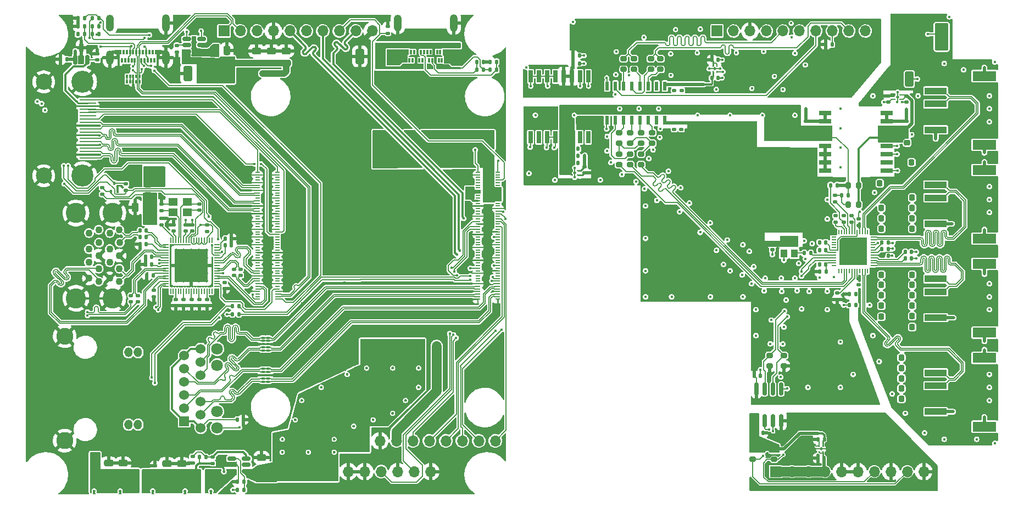
<source format=gbr>
%TF.GenerationSoftware,KiCad,Pcbnew,(6.0.8)*%
%TF.CreationDate,2022-12-14T13:01:19+09:00*%
%TF.ProjectId,audio,61756469-6f2e-46b6-9963-61645f706362,rev?*%
%TF.SameCoordinates,Original*%
%TF.FileFunction,Copper,L1,Top*%
%TF.FilePolarity,Positive*%
%FSLAX46Y46*%
G04 Gerber Fmt 4.6, Leading zero omitted, Abs format (unit mm)*
G04 Created by KiCad (PCBNEW (6.0.8)) date 2022-12-14 13:01:19*
%MOMM*%
%LPD*%
G01*
G04 APERTURE LIST*
G04 Aperture macros list*
%AMRoundRect*
0 Rectangle with rounded corners*
0 $1 Rounding radius*
0 $2 $3 $4 $5 $6 $7 $8 $9 X,Y pos of 4 corners*
0 Add a 4 corners polygon primitive as box body*
4,1,4,$2,$3,$4,$5,$6,$7,$8,$9,$2,$3,0*
0 Add four circle primitives for the rounded corners*
1,1,$1+$1,$2,$3*
1,1,$1+$1,$4,$5*
1,1,$1+$1,$6,$7*
1,1,$1+$1,$8,$9*
0 Add four rect primitives between the rounded corners*
20,1,$1+$1,$2,$3,$4,$5,0*
20,1,$1+$1,$4,$5,$6,$7,0*
20,1,$1+$1,$6,$7,$8,$9,0*
20,1,$1+$1,$8,$9,$2,$3,0*%
%AMOutline5P*
0 Free polygon, 5 corners , with rotation*
0 The origin of the aperture is its center*
0 number of corners: always 5*
0 $1 to $10 corner X, Y*
0 $11 Rotation angle, in degrees counterclockwise*
0 create outline with 5 corners*
4,1,5,$1,$2,$3,$4,$5,$6,$7,$8,$9,$10,$1,$2,$11*%
%AMOutline6P*
0 Free polygon, 6 corners , with rotation*
0 The origin of the aperture is its center*
0 number of corners: always 6*
0 $1 to $12 corner X, Y*
0 $13 Rotation angle, in degrees counterclockwise*
0 create outline with 6 corners*
4,1,6,$1,$2,$3,$4,$5,$6,$7,$8,$9,$10,$11,$12,$1,$2,$13*%
%AMOutline7P*
0 Free polygon, 7 corners , with rotation*
0 The origin of the aperture is its center*
0 number of corners: always 7*
0 $1 to $14 corner X, Y*
0 $15 Rotation angle, in degrees counterclockwise*
0 create outline with 7 corners*
4,1,7,$1,$2,$3,$4,$5,$6,$7,$8,$9,$10,$11,$12,$13,$14,$1,$2,$15*%
%AMOutline8P*
0 Free polygon, 8 corners , with rotation*
0 The origin of the aperture is its center*
0 number of corners: always 8*
0 $1 to $16 corner X, Y*
0 $17 Rotation angle, in degrees counterclockwise*
0 create outline with 8 corners*
4,1,8,$1,$2,$3,$4,$5,$6,$7,$8,$9,$10,$11,$12,$13,$14,$15,$16,$1,$2,$17*%
G04 Aperture macros list end*
%TA.AperFunction,SMDPad,CuDef*%
%ADD10RoundRect,0.140000X-0.170000X0.140000X-0.170000X-0.140000X0.170000X-0.140000X0.170000X0.140000X0*%
%TD*%
%TA.AperFunction,SMDPad,CuDef*%
%ADD11RoundRect,0.200000X0.275000X-0.200000X0.275000X0.200000X-0.275000X0.200000X-0.275000X-0.200000X0*%
%TD*%
%TA.AperFunction,SMDPad,CuDef*%
%ADD12RoundRect,0.140000X-0.140000X-0.170000X0.140000X-0.170000X0.140000X0.170000X-0.140000X0.170000X0*%
%TD*%
%TA.AperFunction,SMDPad,CuDef*%
%ADD13RoundRect,0.140000X0.140000X0.170000X-0.140000X0.170000X-0.140000X-0.170000X0.140000X-0.170000X0*%
%TD*%
%TA.AperFunction,SMDPad,CuDef*%
%ADD14RoundRect,0.135000X-0.135000X-0.185000X0.135000X-0.185000X0.135000X0.185000X-0.135000X0.185000X0*%
%TD*%
%TA.AperFunction,SMDPad,CuDef*%
%ADD15RoundRect,0.200000X-0.275000X0.200000X-0.275000X-0.200000X0.275000X-0.200000X0.275000X0.200000X0*%
%TD*%
%TA.AperFunction,SMDPad,CuDef*%
%ADD16RoundRect,0.225000X-0.225000X-0.250000X0.225000X-0.250000X0.225000X0.250000X-0.225000X0.250000X0*%
%TD*%
%TA.AperFunction,SMDPad,CuDef*%
%ADD17RoundRect,0.250000X0.250000X0.475000X-0.250000X0.475000X-0.250000X-0.475000X0.250000X-0.475000X0*%
%TD*%
%TA.AperFunction,SMDPad,CuDef*%
%ADD18Outline5P,-0.125000X0.200000X0.000000X0.200000X0.125000X0.075000X0.125000X-0.200000X-0.125000X-0.200000X90.000000*%
%TD*%
%TA.AperFunction,SMDPad,CuDef*%
%ADD19Outline5P,-0.125000X0.075000X0.000000X0.200000X0.125000X0.200000X0.125000X-0.200000X-0.125000X-0.200000X90.000000*%
%TD*%
%TA.AperFunction,SMDPad,CuDef*%
%ADD20Outline5P,-0.125000X0.200000X0.125000X0.200000X0.125000X-0.200000X0.000000X-0.200000X-0.125000X-0.075000X90.000000*%
%TD*%
%TA.AperFunction,SMDPad,CuDef*%
%ADD21Outline5P,-0.125000X0.200000X0.125000X0.200000X0.125000X-0.075000X0.000000X-0.200000X-0.125000X-0.200000X90.000000*%
%TD*%
%TA.AperFunction,SMDPad,CuDef*%
%ADD22Outline5P,-0.200000X0.200000X0.200000X0.200000X0.200000X-0.200000X-0.120000X-0.200000X-0.200000X-0.120000X135.000000*%
%TD*%
%TA.AperFunction,SMDPad,CuDef*%
%ADD23RoundRect,0.250000X-0.787500X-1.875000X0.787500X-1.875000X0.787500X1.875000X-0.787500X1.875000X0*%
%TD*%
%TA.AperFunction,SMDPad,CuDef*%
%ADD24RoundRect,0.150000X0.150000X-0.587500X0.150000X0.587500X-0.150000X0.587500X-0.150000X-0.587500X0*%
%TD*%
%TA.AperFunction,SMDPad,CuDef*%
%ADD25RoundRect,0.250000X0.475000X-0.250000X0.475000X0.250000X-0.475000X0.250000X-0.475000X-0.250000X0*%
%TD*%
%TA.AperFunction,SMDPad,CuDef*%
%ADD26RoundRect,0.140000X0.170000X-0.140000X0.170000X0.140000X-0.170000X0.140000X-0.170000X-0.140000X0*%
%TD*%
%TA.AperFunction,SMDPad,CuDef*%
%ADD27RoundRect,0.150000X-0.512500X-0.150000X0.512500X-0.150000X0.512500X0.150000X-0.512500X0.150000X0*%
%TD*%
%TA.AperFunction,SMDPad,CuDef*%
%ADD28RoundRect,0.225000X0.225000X0.250000X-0.225000X0.250000X-0.225000X-0.250000X0.225000X-0.250000X0*%
%TD*%
%TA.AperFunction,SMDPad,CuDef*%
%ADD29R,3.400000X1.000000*%
%TD*%
%TA.AperFunction,SMDPad,CuDef*%
%ADD30R,3.600000X1.500000*%
%TD*%
%TA.AperFunction,SMDPad,CuDef*%
%ADD31R,0.300000X0.700000*%
%TD*%
%TA.AperFunction,SMDPad,CuDef*%
%ADD32R,1.000000X0.700000*%
%TD*%
%TA.AperFunction,ComponentPad*%
%ADD33O,1.200000X2.200000*%
%TD*%
%TA.AperFunction,ComponentPad*%
%ADD34O,1.200000X2.700000*%
%TD*%
%TA.AperFunction,ComponentPad*%
%ADD35O,1.200000X2.600000*%
%TD*%
%TA.AperFunction,ComponentPad*%
%ADD36R,1.524000X1.524000*%
%TD*%
%TA.AperFunction,ComponentPad*%
%ADD37C,1.524000*%
%TD*%
%TA.AperFunction,ComponentPad*%
%ADD38C,1.800000*%
%TD*%
%TA.AperFunction,ComponentPad*%
%ADD39O,1.270000X1.524000*%
%TD*%
%TA.AperFunction,ComponentPad*%
%ADD40C,2.630000*%
%TD*%
%TA.AperFunction,ComponentPad*%
%ADD41C,2.610000*%
%TD*%
%TA.AperFunction,SMDPad,CuDef*%
%ADD42R,1.400000X1.200000*%
%TD*%
%TA.AperFunction,SMDPad,CuDef*%
%ADD43RoundRect,0.250000X0.412500X0.925000X-0.412500X0.925000X-0.412500X-0.925000X0.412500X-0.925000X0*%
%TD*%
%TA.AperFunction,SMDPad,CuDef*%
%ADD44R,0.700000X0.200000*%
%TD*%
%TA.AperFunction,SMDPad,CuDef*%
%ADD45R,0.550000X0.300000*%
%TD*%
%TA.AperFunction,SMDPad,CuDef*%
%ADD46R,0.550000X0.400000*%
%TD*%
%TA.AperFunction,SMDPad,CuDef*%
%ADD47RoundRect,0.250000X-0.250000X-0.475000X0.250000X-0.475000X0.250000X0.475000X-0.250000X0.475000X0*%
%TD*%
%TA.AperFunction,ComponentPad*%
%ADD48R,1.700000X1.700000*%
%TD*%
%TA.AperFunction,ComponentPad*%
%ADD49O,1.700000X1.700000*%
%TD*%
%TA.AperFunction,SMDPad,CuDef*%
%ADD50Outline5P,-0.125000X0.200000X0.000000X0.200000X0.125000X0.075000X0.125000X-0.200000X-0.125000X-0.200000X0.000000*%
%TD*%
%TA.AperFunction,SMDPad,CuDef*%
%ADD51Outline5P,-0.125000X0.075000X0.000000X0.200000X0.125000X0.200000X0.125000X-0.200000X-0.125000X-0.200000X0.000000*%
%TD*%
%TA.AperFunction,SMDPad,CuDef*%
%ADD52Outline5P,-0.125000X0.200000X0.125000X0.200000X0.125000X-0.200000X0.000000X-0.200000X-0.125000X-0.075000X0.000000*%
%TD*%
%TA.AperFunction,SMDPad,CuDef*%
%ADD53Outline5P,-0.125000X0.200000X0.125000X0.200000X0.125000X-0.075000X0.000000X-0.200000X-0.125000X-0.200000X0.000000*%
%TD*%
%TA.AperFunction,SMDPad,CuDef*%
%ADD54Outline5P,-0.200000X0.200000X0.200000X0.200000X0.200000X-0.200000X-0.120000X-0.200000X-0.200000X-0.120000X45.000000*%
%TD*%
%TA.AperFunction,SMDPad,CuDef*%
%ADD55RoundRect,0.225000X0.250000X-0.225000X0.250000X0.225000X-0.250000X0.225000X-0.250000X-0.225000X0*%
%TD*%
%TA.AperFunction,SMDPad,CuDef*%
%ADD56RoundRect,0.200000X0.200000X0.275000X-0.200000X0.275000X-0.200000X-0.275000X0.200000X-0.275000X0*%
%TD*%
%TA.AperFunction,ComponentPad*%
%ADD57C,3.100000*%
%TD*%
%TA.AperFunction,ComponentPad*%
%ADD58C,1.100000*%
%TD*%
%TA.AperFunction,SMDPad,CuDef*%
%ADD59RoundRect,0.250000X-0.412500X-0.925000X0.412500X-0.925000X0.412500X0.925000X-0.412500X0.925000X0*%
%TD*%
%TA.AperFunction,SMDPad,CuDef*%
%ADD60Outline5P,-0.125000X0.200000X0.000000X0.200000X0.125000X0.075000X0.125000X-0.200000X-0.125000X-0.200000X270.000000*%
%TD*%
%TA.AperFunction,SMDPad,CuDef*%
%ADD61Outline5P,-0.125000X0.075000X0.000000X0.200000X0.125000X0.200000X0.125000X-0.200000X-0.125000X-0.200000X270.000000*%
%TD*%
%TA.AperFunction,SMDPad,CuDef*%
%ADD62Outline5P,-0.125000X0.200000X0.125000X0.200000X0.125000X-0.200000X0.000000X-0.200000X-0.125000X-0.075000X270.000000*%
%TD*%
%TA.AperFunction,SMDPad,CuDef*%
%ADD63Outline5P,-0.125000X0.200000X0.125000X0.200000X0.125000X-0.075000X0.000000X-0.200000X-0.125000X-0.200000X270.000000*%
%TD*%
%TA.AperFunction,SMDPad,CuDef*%
%ADD64Outline5P,-0.200000X0.200000X0.200000X0.200000X0.200000X-0.200000X-0.120000X-0.200000X-0.200000X-0.120000X315.000000*%
%TD*%
%TA.AperFunction,SMDPad,CuDef*%
%ADD65R,0.300000X0.550000*%
%TD*%
%TA.AperFunction,SMDPad,CuDef*%
%ADD66R,0.400000X0.550000*%
%TD*%
%TA.AperFunction,SMDPad,CuDef*%
%ADD67RoundRect,0.135000X0.135000X0.185000X-0.135000X0.185000X-0.135000X-0.185000X0.135000X-0.185000X0*%
%TD*%
%TA.AperFunction,SMDPad,CuDef*%
%ADD68RoundRect,0.135000X-0.185000X0.135000X-0.185000X-0.135000X0.185000X-0.135000X0.185000X0.135000X0*%
%TD*%
%TA.AperFunction,SMDPad,CuDef*%
%ADD69RoundRect,0.218750X-0.256250X0.218750X-0.256250X-0.218750X0.256250X-0.218750X0.256250X0.218750X0*%
%TD*%
%TA.AperFunction,SMDPad,CuDef*%
%ADD70Outline5P,-0.125000X0.200000X0.000000X0.200000X0.125000X0.075000X0.125000X-0.200000X-0.125000X-0.200000X180.000000*%
%TD*%
%TA.AperFunction,SMDPad,CuDef*%
%ADD71Outline5P,-0.125000X0.075000X0.000000X0.200000X0.125000X0.200000X0.125000X-0.200000X-0.125000X-0.200000X180.000000*%
%TD*%
%TA.AperFunction,SMDPad,CuDef*%
%ADD72Outline5P,-0.125000X0.200000X0.125000X0.200000X0.125000X-0.200000X0.000000X-0.200000X-0.125000X-0.075000X180.000000*%
%TD*%
%TA.AperFunction,SMDPad,CuDef*%
%ADD73Outline5P,-0.125000X0.200000X0.125000X0.200000X0.125000X-0.075000X0.000000X-0.200000X-0.125000X-0.200000X180.000000*%
%TD*%
%TA.AperFunction,SMDPad,CuDef*%
%ADD74Outline5P,-0.200000X0.200000X0.200000X0.200000X0.200000X-0.200000X-0.120000X-0.200000X-0.200000X-0.120000X225.000000*%
%TD*%
%TA.AperFunction,SMDPad,CuDef*%
%ADD75RoundRect,0.135000X0.185000X-0.135000X0.185000X0.135000X-0.185000X0.135000X-0.185000X-0.135000X0*%
%TD*%
%TA.AperFunction,SMDPad,CuDef*%
%ADD76RoundRect,0.150000X0.150000X-0.825000X0.150000X0.825000X-0.150000X0.825000X-0.150000X-0.825000X0*%
%TD*%
%TA.AperFunction,SMDPad,CuDef*%
%ADD77R,0.400000X0.510000*%
%TD*%
%TA.AperFunction,SMDPad,CuDef*%
%ADD78R,2.600000X0.280000*%
%TD*%
%TA.AperFunction,ComponentPad*%
%ADD79C,3.400000*%
%TD*%
%TA.AperFunction,ComponentPad*%
%ADD80C,2.500000*%
%TD*%
%TA.AperFunction,SMDPad,CuDef*%
%ADD81R,0.558000X1.391399*%
%TD*%
%TA.AperFunction,SMDPad,CuDef*%
%ADD82R,0.800000X0.200000*%
%TD*%
%TA.AperFunction,SMDPad,CuDef*%
%ADD83R,0.200000X0.800000*%
%TD*%
%TA.AperFunction,SMDPad,CuDef*%
%ADD84Outline5P,-2.100000X1.750000X-1.750000X2.100000X2.100000X2.100000X2.100000X-2.100000X-2.100000X-2.100000X0.000000*%
%TD*%
%TA.AperFunction,SMDPad,CuDef*%
%ADD85RoundRect,0.218750X0.218750X0.256250X-0.218750X0.256250X-0.218750X-0.256250X0.218750X-0.256250X0*%
%TD*%
%TA.AperFunction,SMDPad,CuDef*%
%ADD86RoundRect,0.200000X-0.200000X-0.275000X0.200000X-0.275000X0.200000X0.275000X-0.200000X0.275000X0*%
%TD*%
%TA.AperFunction,SMDPad,CuDef*%
%ADD87RoundRect,0.150000X0.512500X0.150000X-0.512500X0.150000X-0.512500X-0.150000X0.512500X-0.150000X0*%
%TD*%
%TA.AperFunction,SMDPad,CuDef*%
%ADD88R,1.925000X0.650000*%
%TD*%
%TA.AperFunction,SMDPad,CuDef*%
%ADD89R,1.100000X1.300000*%
%TD*%
%TA.AperFunction,SMDPad,CuDef*%
%ADD90RoundRect,0.050000X0.050000X-0.362500X0.050000X0.362500X-0.050000X0.362500X-0.050000X-0.362500X0*%
%TD*%
%TA.AperFunction,SMDPad,CuDef*%
%ADD91RoundRect,0.050000X0.362500X-0.050000X0.362500X0.050000X-0.362500X0.050000X-0.362500X-0.050000X0*%
%TD*%
%TA.AperFunction,ComponentPad*%
%ADD92C,0.500000*%
%TD*%
%TA.AperFunction,SMDPad,CuDef*%
%ADD93R,5.200000X5.200000*%
%TD*%
%TA.AperFunction,SMDPad,CuDef*%
%ADD94RoundRect,0.250000X0.375000X0.850000X-0.375000X0.850000X-0.375000X-0.850000X0.375000X-0.850000X0*%
%TD*%
%TA.AperFunction,SMDPad,CuDef*%
%ADD95R,0.650000X1.925000*%
%TD*%
%TA.AperFunction,ViaPad*%
%ADD96C,0.450000*%
%TD*%
%TA.AperFunction,Conductor*%
%ADD97C,0.150000*%
%TD*%
%TA.AperFunction,Conductor*%
%ADD98C,0.200000*%
%TD*%
%TA.AperFunction,Conductor*%
%ADD99C,1.500000*%
%TD*%
%TA.AperFunction,Conductor*%
%ADD100C,0.300000*%
%TD*%
%TA.AperFunction,Conductor*%
%ADD101C,0.170000*%
%TD*%
%TA.AperFunction,Conductor*%
%ADD102C,0.355000*%
%TD*%
%TA.AperFunction,Conductor*%
%ADD103C,0.500000*%
%TD*%
%TA.AperFunction,Conductor*%
%ADD104C,0.250000*%
%TD*%
%TA.AperFunction,Conductor*%
%ADD105C,0.800000*%
%TD*%
%TA.AperFunction,Conductor*%
%ADD106C,0.280000*%
%TD*%
%TA.AperFunction,Conductor*%
%ADD107C,1.000000*%
%TD*%
G04 APERTURE END LIST*
D10*
%TO.P,C10,1*%
%TO.N,/CM4_docker1/xHCI-USB3/A3.3v*%
X28400000Y-44420000D03*
%TO.P,C10,2*%
%TO.N,GND*%
X28400000Y-45380000D03*
%TD*%
D11*
%TO.P,R53,1*%
%TO.N,/4ch_mic/ISO_LRCK*%
X91900000Y-20325000D03*
%TO.P,R53,2*%
%TO.N,/isolation_module/ISO_LRCK_TX*%
X91900000Y-18675000D03*
%TD*%
D12*
%TO.P,C62,1*%
%TO.N,/isolation_module/3.3V_I2C*%
X113120000Y-65000000D03*
%TO.P,C62,2*%
%TO.N,/isolation_module/GND_I2C*%
X114080000Y-65000000D03*
%TD*%
D13*
%TO.P,C78,1*%
%TO.N,/isolation_module/3.3V_I2C*%
X123537500Y-66010000D03*
%TO.P,C78,2*%
%TO.N,/isolation_module/GND_I2C*%
X122577500Y-66010000D03*
%TD*%
D14*
%TO.P,R1,1*%
%TO.N,/CM4_docker1/3.3V*%
X33090000Y-73800000D03*
%TO.P,R1,2*%
%TO.N,/CM4_docker1/xHCI-USB3/EN*%
X34110000Y-73800000D03*
%TD*%
D15*
%TO.P,R43,1*%
%TO.N,/isolation_module/I2S_BCLK*%
X96800000Y-7275000D03*
%TO.P,R43,2*%
%TO.N,/isolation_module/I2S_BCLK_RX*%
X96800000Y-8925000D03*
%TD*%
D12*
%TO.P,C51,1*%
%TO.N,/4ch_mic/ALDOIN*%
X136020000Y-38100000D03*
%TO.P,C51,2*%
%TO.N,/4ch_mic/AVCC_GND*%
X136980000Y-38100000D03*
%TD*%
D16*
%TO.P,C87,1*%
%TO.N,/4ch_mic/AVCC_3.3V*%
X135525000Y-33500000D03*
%TO.P,C87,2*%
%TO.N,/4ch_mic/AVCC_GND*%
X137075000Y-33500000D03*
%TD*%
D17*
%TO.P,C8,1*%
%TO.N,/CM4_docker1/xHCI-USB3/A3.3v*%
X19250000Y-30200000D03*
%TO.P,C8,2*%
%TO.N,GND*%
X17350000Y-30200000D03*
%TD*%
D12*
%TO.P,C57,1*%
%TO.N,/4ch_mic/VRP*%
X132420000Y-35680000D03*
%TO.P,C57,2*%
%TO.N,/4ch_mic/AVCC_GND*%
X133380000Y-35680000D03*
%TD*%
D18*
%TO.P,U12,1,VOUT*%
%TO.N,/4ch_mic/VDD_3.3V*%
X85530000Y-25210000D03*
D19*
%TO.P,U12,2,GND_1*%
%TO.N,/4ch_mic/VDD_GND*%
X85530000Y-24560000D03*
D20*
%TO.P,U12,3,CONTROL*%
%TO.N,/4ch_mic/VDD_5V*%
X84630000Y-24560000D03*
D21*
%TO.P,U12,4,VIN*%
X84630000Y-25210000D03*
D22*
%TO.P,U12,5,GND_2*%
%TO.N,/4ch_mic/VDD_GND*%
X85080000Y-24885000D03*
%TD*%
D23*
%TO.P,C79,1*%
%TO.N,/4ch_mic/AVCC_3.3V*%
X135387500Y-3900000D03*
%TO.P,C79,2*%
%TO.N,/4ch_mic/AVCC_GND*%
X141612500Y-3900000D03*
%TD*%
D16*
%TO.P,C106,1*%
%TO.N,/4ch_mic/AVCC_3.3V*%
X135425000Y-23300000D03*
%TO.P,C106,2*%
%TO.N,/4ch_mic/AVCC_GND*%
X136975000Y-23300000D03*
%TD*%
D24*
%TO.P,U1,1,IN*%
%TO.N,/CM4_docker1/+5V*%
X8050000Y-7437500D03*
%TO.P,U1,2,OUT*%
%TO.N,/CM4_docker1/CM4_HIGH_SPEED/HDMI_5v*%
X9950000Y-7437500D03*
%TO.P,U1,3,GND*%
%TO.N,GND*%
X9000000Y-5562500D03*
%TD*%
D14*
%TO.P,R33,1*%
%TO.N,/4ch_mic/VDD_3.3V*%
X127390000Y-43600000D03*
%TO.P,R33,2*%
%TO.N,/4ch_mic/AVCC_3.3V*%
X128410000Y-43600000D03*
%TD*%
D25*
%TO.P,C18,1*%
%TO.N,/CM4_docker1/xHCI-USB3/VBUS*%
X40600000Y-7950000D03*
%TO.P,C18,2*%
%TO.N,GND*%
X40600000Y-6050000D03*
%TD*%
D26*
%TO.P,C21,1*%
%TO.N,/CM4_docker1/xHCI-USB3/SW_OUT*%
X20400000Y-71080000D03*
%TO.P,C21,2*%
%TO.N,GND*%
X20400000Y-70120000D03*
%TD*%
D27*
%TO.P,U8,1,EN*%
%TO.N,/CM4_docker1/xHCI-USB3/EN*%
X32182500Y-69020000D03*
%TO.P,U8,2,GND*%
%TO.N,GND*%
X32182500Y-69970000D03*
%TO.P,U8,3,LX*%
%TO.N,/CM4_docker1/xHCI-USB3/LX*%
X32182500Y-70920000D03*
%TO.P,U8,4,VIN*%
%TO.N,/CM4_docker1/+5V*%
X34457500Y-70920000D03*
%TO.P,U8,5,PG*%
%TO.N,/CM4_docker1/xHCI-USB3/PG*%
X34457500Y-69970000D03*
%TO.P,U8,6,FB*%
%TO.N,/CM4_docker1/xHCI-USB3/FB*%
X34457500Y-69020000D03*
%TD*%
D16*
%TO.P,C112,1*%
%TO.N,/4ch_mic/AVCC_3.3V*%
X135525000Y-28700000D03*
%TO.P,C112,2*%
%TO.N,/4ch_mic/AVCC_GND*%
X137075000Y-28700000D03*
%TD*%
D28*
%TO.P,C109,1*%
%TO.N,/4ch_mic/AVCC_3.3V*%
X133875000Y-31900000D03*
%TO.P,C109,2*%
%TO.N,/4ch_mic/AVCC_GND*%
X132325000Y-31900000D03*
%TD*%
D29*
%TO.P,J14,1,1*%
%TO.N,/4ch_mic/AVCC_GND*%
X140700000Y-18250000D03*
%TO.P,J14,2,2*%
%TO.N,/4ch_mic/AVCC_3.3V*%
X140700000Y-16250000D03*
%TO.P,J14,3,3*%
%TO.N,/4ch_mic/MIC4N*%
X140700000Y-14250000D03*
%TO.P,J14,4,4*%
%TO.N,/4ch_mic/MIC4P*%
X140700000Y-12250000D03*
D30*
%TO.P,J14,MP1,MP1*%
%TO.N,/4ch_mic/AVCC_GND*%
X148200000Y-20550000D03*
%TO.P,J14,MP2,MP2*%
X148200000Y-9950000D03*
%TD*%
D26*
%TO.P,C2,1*%
%TO.N,/CM4_docker1/CM4_HIGH_SPEED/HDMI_5v*%
X11500000Y-7480000D03*
%TO.P,C2,2*%
%TO.N,GND*%
X11500000Y-6520000D03*
%TD*%
%TO.P,C38,1*%
%TO.N,/CM4_docker1/xHCI-USB3/SSTX2_N*%
X17770000Y-44790000D03*
%TO.P,C38,2*%
%TO.N,/CM4_docker1/xHCI-USB3/C2_N*%
X17770000Y-43830000D03*
%TD*%
D11*
%TO.P,R49,1*%
%TO.N,/4ch_mic/VDD_3.3V*%
X117300000Y-54725000D03*
%TO.P,R49,2*%
%TO.N,/4ch_mic/ISO_SCK*%
X117300000Y-53075000D03*
%TD*%
D26*
%TO.P,C68,1*%
%TO.N,/4ch_mic/VDD_5V*%
X120700000Y-17880000D03*
%TO.P,C68,2*%
%TO.N,/4ch_mic/VDD_GND*%
X120700000Y-16920000D03*
%TD*%
%TO.P,C37,1*%
%TO.N,/CM4_docker1/xHCI-USB3/SSTX2_P*%
X16670000Y-44790000D03*
%TO.P,C37,2*%
%TO.N,/CM4_docker1/xHCI-USB3/C2_P*%
X16670000Y-43830000D03*
%TD*%
D28*
%TO.P,C97,1*%
%TO.N,/4ch_mic/AVCC_3.3V*%
X136975000Y-56600000D03*
%TO.P,C97,2*%
%TO.N,/4ch_mic/AVCC_GND*%
X135425000Y-56600000D03*
%TD*%
D31*
%TO.P,J5,A1,GND_A*%
%TO.N,GND*%
X65100000Y-7520000D03*
%TO.P,J5,A2,TX1+*%
%TO.N,unconnected-(J5-PadA2)*%
X64600000Y-7520000D03*
%TO.P,J5,A3,TX1-*%
%TO.N,unconnected-(J5-PadA3)*%
X64100000Y-7520000D03*
%TO.P,J5,A4,VBUS_A*%
%TO.N,/CM4_docker1/+5V*%
X63600000Y-7520000D03*
%TO.P,J5,A5,CC1*%
%TO.N,/CM4_docker1/POWER/CC1*%
X63100000Y-7520000D03*
%TO.P,J5,A6,D1+*%
%TO.N,unconnected-(J5-PadA6)*%
X62600000Y-7520000D03*
%TO.P,J5,A7,D1-*%
%TO.N,unconnected-(J5-PadA7)*%
X61600000Y-7520000D03*
%TO.P,J5,A8,SBU1*%
%TO.N,unconnected-(J5-PadA8)*%
X61100000Y-7520000D03*
%TO.P,J5,A9,VBUS_A*%
%TO.N,/CM4_docker1/+5V*%
X60600000Y-7520000D03*
%TO.P,J5,A10,RX2-*%
%TO.N,unconnected-(J5-PadA10)*%
X60100000Y-7520000D03*
%TO.P,J5,A11,RX2+*%
%TO.N,unconnected-(J5-PadA11)*%
X59600000Y-7520000D03*
%TO.P,J5,A12,GND_A*%
%TO.N,GND*%
X59100000Y-7520000D03*
D32*
%TO.P,J5,B1,GND_B*%
X59000000Y-6220000D03*
D31*
%TO.P,J5,B2,TX2+*%
%TO.N,unconnected-(J5-PadB2)*%
X59850000Y-6220000D03*
%TO.P,J5,B3,TX2-*%
%TO.N,unconnected-(J5-PadB3)*%
X60350000Y-6220000D03*
%TO.P,J5,B4,VBUS_B*%
%TO.N,/CM4_docker1/+5V*%
X60850000Y-6220000D03*
%TO.P,J5,B5,CC2*%
%TO.N,/CM4_docker1/POWER/CC2*%
X61350000Y-6220000D03*
%TO.P,J5,B6,D2+*%
%TO.N,unconnected-(J5-PadB6)*%
X61850000Y-6220000D03*
%TO.P,J5,B7,D2-*%
%TO.N,unconnected-(J5-PadB7)*%
X62350000Y-6220000D03*
%TO.P,J5,B8,SBU2*%
%TO.N,unconnected-(J5-PadB8)*%
X62850000Y-6220000D03*
%TO.P,J5,B9,VBUS_B*%
%TO.N,/CM4_docker1/+5V*%
X63350000Y-6220000D03*
%TO.P,J5,B10,RX1-*%
%TO.N,unconnected-(J5-PadB10)*%
X63850000Y-6220000D03*
%TO.P,J5,B11,RX1+*%
%TO.N,unconnected-(J5-PadB11)*%
X64350000Y-6220000D03*
D32*
%TO.P,J5,B12,GND_B*%
%TO.N,GND*%
X65200000Y-6220000D03*
D33*
%TO.P,J5,S1,SHIELD*%
X66420000Y-7110000D03*
%TO.P,J5,S2,SHIELD*%
X57780000Y-7110000D03*
D34*
%TO.P,J5,S3,SHIELD*%
X66420000Y-1750000D03*
D35*
%TO.P,J5,S4,SHIELD*%
X57780000Y-1750000D03*
%TD*%
D36*
%TO.P,J2,1,MXCT3*%
%TO.N,/CM4_docker1/CM4_LOW_SPEED/MXCT*%
X24877500Y-63237500D03*
D37*
%TO.P,J2,2,MX3-*%
%TO.N,/CM4_docker1/CM4_LOW_SPEED/TRD2_N*%
X24877500Y-61205500D03*
%TO.P,J2,3,MX3+*%
%TO.N,/CM4_docker1/CM4_LOW_SPEED/TRD2_P*%
X24877500Y-59173500D03*
%TO.P,J2,4,MX2+*%
%TO.N,/CM4_docker1/CM4_LOW_SPEED/TRD1_P*%
X24877500Y-57141500D03*
%TO.P,J2,5,MX2-*%
%TO.N,/CM4_docker1/CM4_LOW_SPEED/TRD1_N*%
X24877500Y-55109500D03*
%TO.P,J2,6,MXCT2*%
%TO.N,/CM4_docker1/CM4_LOW_SPEED/MXCT*%
X24877500Y-53077500D03*
%TO.P,J2,7,MXCT4*%
X27417500Y-64253500D03*
%TO.P,J2,8,MX4+*%
%TO.N,/CM4_docker1/CM4_LOW_SPEED/TRD3_P*%
X27417500Y-62221500D03*
%TO.P,J2,9,MX4-*%
%TO.N,/CM4_docker1/CM4_LOW_SPEED/TRD3_N*%
X27417500Y-60189500D03*
%TO.P,J2,10,MX1-*%
%TO.N,/CM4_docker1/CM4_LOW_SPEED/TRD0_N*%
X27417500Y-56125500D03*
%TO.P,J2,11,MX1+*%
%TO.N,/CM4_docker1/CM4_LOW_SPEED/TRD0_P*%
X27417500Y-54093500D03*
%TO.P,J2,12,MXCT1*%
%TO.N,/CM4_docker1/CM4_LOW_SPEED/MXCT*%
X27417500Y-52061500D03*
D38*
%TO.P,J2,13,LED2+*%
%TO.N,/CM4_docker1/3.3V*%
X29957500Y-64253500D03*
%TO.P,J2,14,LED2-*%
%TO.N,/CM4_docker1/CM4_LOW_SPEED/LED_GREEN*%
X29957500Y-61713500D03*
%TO.P,J2,15,LED1-*%
%TO.N,/CM4_docker1/CM4_LOW_SPEED/LED_YELLOW*%
X29957500Y-54601500D03*
%TO.P,J2,16,LED1+*%
%TO.N,/CM4_docker1/3.3V*%
X29957500Y-52061500D03*
D39*
%TO.P,J2,17,VDC1+*%
%TO.N,unconnected-(J2-Pad17)*%
X17767500Y-63752500D03*
%TO.P,J2,18,VDC1-*%
%TO.N,unconnected-(J2-Pad18)*%
X17767500Y-52572500D03*
%TO.P,J2,19,VDC2+*%
%TO.N,unconnected-(J2-Pad19)*%
X16297500Y-63752500D03*
%TO.P,J2,20,VDC2-*%
%TO.N,unconnected-(J2-Pad20)*%
X16297500Y-52572500D03*
D40*
%TO.P,J2,SH*%
%TO.N,GND*%
X6462500Y-66222000D03*
D41*
X6462500Y-50093000D03*
%TD*%
D42*
%TO.P,Y1,1,1*%
%TO.N,/CM4_docker1/xHCI-USB3/clock1*%
X25400000Y-29390000D03*
%TO.P,Y1,2,2*%
%TO.N,GND*%
X23200000Y-29390000D03*
%TO.P,Y1,3,3*%
%TO.N,/CM4_docker1/xHCI-USB3/clock2*%
X23200000Y-30990000D03*
%TO.P,Y1,4,4*%
%TO.N,GND*%
X25400000Y-30990000D03*
%TD*%
D25*
%TO.P,C25,1*%
%TO.N,/CM4_docker1/xHCI-USB3/VBUS*%
X36000000Y-7950000D03*
%TO.P,C25,2*%
%TO.N,GND*%
X36000000Y-6050000D03*
%TD*%
D12*
%TO.P,C41,1*%
%TO.N,/4ch_mic/VDD_5V*%
X84620000Y-23400000D03*
%TO.P,C41,2*%
%TO.N,/4ch_mic/VDD_GND*%
X85580000Y-23400000D03*
%TD*%
D43*
%TO.P,C14,1*%
%TO.N,/CM4_docker1/xHCI-USB3/VBUS*%
X28537500Y-9600000D03*
%TO.P,C14,2*%
%TO.N,GND*%
X25462500Y-9600000D03*
%TD*%
D14*
%TO.P,R14,1*%
%TO.N,/CM4_docker1/CM4_LOW_SPEED/VBUS*%
X8490000Y-3500000D03*
%TO.P,R14,2*%
%TO.N,/CM4_docker1/CM4_LOW_SPEED/CC2*%
X9510000Y-3500000D03*
%TD*%
D10*
%TO.P,C5,1*%
%TO.N,/CM4_docker1/xHCI-USB3/PEXTX_P*%
X32590000Y-39750000D03*
%TO.P,C5,2*%
%TO.N,/CM4_docker1/CM4_HIGH_SPEED/PCIE_RX_P*%
X32590000Y-40710000D03*
%TD*%
D13*
%TO.P,C22,1*%
%TO.N,/CM4_docker1/xHCI-USB3/A3.3v*%
X19870000Y-37870000D03*
%TO.P,C22,2*%
%TO.N,GND*%
X18910000Y-37870000D03*
%TD*%
D43*
%TO.P,C73,1*%
%TO.N,/CM4_docker1/+5V*%
X55037500Y-6900000D03*
%TO.P,C73,2*%
%TO.N,GND*%
X51962500Y-6900000D03*
%TD*%
D14*
%TO.P,R35,1*%
%TO.N,/isolation_module/+5V*%
X123750000Y-5090000D03*
%TO.P,R35,2*%
%TO.N,/isolation_module/nRPIBOOT*%
X124770000Y-5090000D03*
%TD*%
D26*
%TO.P,C71,1*%
%TO.N,/4ch_mic/AVCC_5V*%
X135025000Y-17880000D03*
%TO.P,C71,2*%
%TO.N,/4ch_mic/AVCC_GND*%
X135025000Y-16920000D03*
%TD*%
D44*
%TO.P,CM4_MODULE1,1,GND*%
%TO.N,GND*%
X73240000Y-44400000D03*
%TO.P,CM4_MODULE1,2,GND*%
X70160000Y-44400000D03*
%TO.P,CM4_MODULE1,3,Ethernet_Pair3_P*%
%TO.N,/CM4_docker1/CM4_LOW_SPEED/TRD3_P*%
X73240000Y-44000000D03*
%TO.P,CM4_MODULE1,4,Ethernet_Pair1_P*%
%TO.N,/CM4_docker1/CM4_LOW_SPEED/TRD1_P*%
X70160000Y-44000000D03*
%TO.P,CM4_MODULE1,5,Ethernet_Pair3_N*%
%TO.N,/CM4_docker1/CM4_LOW_SPEED/TRD3_N*%
X73240000Y-43600000D03*
%TO.P,CM4_MODULE1,6,Ethernet_Pair1_N*%
%TO.N,/CM4_docker1/CM4_LOW_SPEED/TRD1_N*%
X70160000Y-43600000D03*
%TO.P,CM4_MODULE1,7,GND*%
%TO.N,GND*%
X73240000Y-43200000D03*
%TO.P,CM4_MODULE1,8,GND*%
X70160000Y-43200000D03*
%TO.P,CM4_MODULE1,9,Ethernet_Pair2_N*%
%TO.N,/CM4_docker1/CM4_LOW_SPEED/TRD2_N*%
X73240000Y-42800000D03*
%TO.P,CM4_MODULE1,10,Ethernet_Pair0_N*%
%TO.N,/CM4_docker1/CM4_LOW_SPEED/TRD0_N*%
X70160000Y-42800000D03*
%TO.P,CM4_MODULE1,11,Ethernet_Pair2_P*%
%TO.N,/CM4_docker1/CM4_LOW_SPEED/TRD2_P*%
X73240000Y-42400000D03*
%TO.P,CM4_MODULE1,12,Ethernet_Pair0_P*%
%TO.N,/CM4_docker1/CM4_LOW_SPEED/TRD0_P*%
X70160000Y-42400000D03*
%TO.P,CM4_MODULE1,13,GND*%
%TO.N,GND*%
X73240000Y-42000000D03*
%TO.P,CM4_MODULE1,14,GND*%
X70160000Y-42000000D03*
%TO.P,CM4_MODULE1,15,Ethernet_nLED3(3.3v)*%
%TO.N,/CM4_docker1/CM4_LOW_SPEED/ETH_LEDY*%
X73240000Y-41600000D03*
%TO.P,CM4_MODULE1,16,Ethernet_SYNC_IN(1.8v)*%
%TO.N,unconnected-(CM4_MODULE1-Pad16)*%
X70160000Y-41600000D03*
%TO.P,CM4_MODULE1,17,Ethernet_nLED2(3.3v)*%
%TO.N,/CM4_docker1/CM4_LOW_SPEED/ETH_LEDG*%
X73240000Y-41200000D03*
%TO.P,CM4_MODULE1,18,Ethernet_SYNC_OUT(1.8v)*%
%TO.N,unconnected-(CM4_MODULE1-Pad18)*%
X70160000Y-41200000D03*
%TO.P,CM4_MODULE1,19,Ethernet_nLED1(3.3v)*%
%TO.N,unconnected-(CM4_MODULE1-Pad19)*%
X73240000Y-40800000D03*
%TO.P,CM4_MODULE1,20,EEPROM_nWP*%
%TO.N,unconnected-(CM4_MODULE1-Pad20)*%
X70160000Y-40800000D03*
%TO.P,CM4_MODULE1,21,PI_nLED_Activity*%
%TO.N,unconnected-(CM4_MODULE1-Pad21)*%
X73240000Y-40400000D03*
%TO.P,CM4_MODULE1,22,GND*%
%TO.N,GND*%
X70160000Y-40400000D03*
%TO.P,CM4_MODULE1,23,GND*%
X73240000Y-40000000D03*
%TO.P,CM4_MODULE1,24,GPIO26*%
%TO.N,unconnected-(CM4_MODULE1-Pad24)*%
X70160000Y-40000000D03*
%TO.P,CM4_MODULE1,25,GPIO21*%
%TO.N,unconnected-(CM4_MODULE1-Pad25)*%
X73240000Y-39600000D03*
%TO.P,CM4_MODULE1,26,GPIO19*%
%TO.N,/CM4_docker1/I2S_LRCK*%
X70160000Y-39600000D03*
%TO.P,CM4_MODULE1,27,GPIO20*%
%TO.N,/CM4_docker1/I2S_ADC*%
X73240000Y-39200000D03*
%TO.P,CM4_MODULE1,28,GPIO13*%
%TO.N,unconnected-(CM4_MODULE1-Pad28)*%
X70160000Y-39200000D03*
%TO.P,CM4_MODULE1,29,GPIO16*%
%TO.N,unconnected-(CM4_MODULE1-Pad29)*%
X73240000Y-38800000D03*
%TO.P,CM4_MODULE1,30,GPIO6*%
%TO.N,unconnected-(CM4_MODULE1-Pad30)*%
X70160000Y-38800000D03*
%TO.P,CM4_MODULE1,31,GPIO12*%
%TO.N,unconnected-(CM4_MODULE1-Pad31)*%
X73240000Y-38400000D03*
%TO.P,CM4_MODULE1,32,GND*%
%TO.N,GND*%
X70160000Y-38400000D03*
%TO.P,CM4_MODULE1,33,GND*%
X73240000Y-38000000D03*
%TO.P,CM4_MODULE1,34,GPIO5*%
%TO.N,unconnected-(CM4_MODULE1-Pad34)*%
X70160000Y-38000000D03*
%TO.P,CM4_MODULE1,35,ID_SC*%
%TO.N,unconnected-(CM4_MODULE1-Pad35)*%
X73240000Y-37600000D03*
%TO.P,CM4_MODULE1,36,ID_SD*%
%TO.N,unconnected-(CM4_MODULE1-Pad36)*%
X70160000Y-37600000D03*
%TO.P,CM4_MODULE1,37,GPIO7*%
%TO.N,unconnected-(CM4_MODULE1-Pad37)*%
X73240000Y-37200000D03*
%TO.P,CM4_MODULE1,38,GPIO11*%
%TO.N,unconnected-(CM4_MODULE1-Pad38)*%
X70160000Y-37200000D03*
%TO.P,CM4_MODULE1,39,GPIO8*%
%TO.N,unconnected-(CM4_MODULE1-Pad39)*%
X73240000Y-36800000D03*
%TO.P,CM4_MODULE1,40,GPIO9*%
%TO.N,unconnected-(CM4_MODULE1-Pad40)*%
X70160000Y-36800000D03*
%TO.P,CM4_MODULE1,41,GPIO25*%
%TO.N,unconnected-(CM4_MODULE1-Pad41)*%
X73240000Y-36400000D03*
%TO.P,CM4_MODULE1,42,GND*%
%TO.N,GND*%
X70160000Y-36400000D03*
%TO.P,CM4_MODULE1,43,GND*%
X73240000Y-36000000D03*
%TO.P,CM4_MODULE1,44,GPIO10*%
%TO.N,unconnected-(CM4_MODULE1-Pad44)*%
X70160000Y-36000000D03*
%TO.P,CM4_MODULE1,45,GPIO24*%
%TO.N,unconnected-(CM4_MODULE1-Pad45)*%
X73240000Y-35600000D03*
%TO.P,CM4_MODULE1,46,GPIO22*%
%TO.N,unconnected-(CM4_MODULE1-Pad46)*%
X70160000Y-35600000D03*
%TO.P,CM4_MODULE1,47,GPIO23*%
%TO.N,unconnected-(CM4_MODULE1-Pad47)*%
X73240000Y-35200000D03*
%TO.P,CM4_MODULE1,48,GPIO27*%
%TO.N,unconnected-(CM4_MODULE1-Pad48)*%
X70160000Y-35200000D03*
%TO.P,CM4_MODULE1,49,GPIO18*%
%TO.N,/CM4_docker1/I2S_BCLK*%
X73240000Y-34800000D03*
%TO.P,CM4_MODULE1,50,GPIO17*%
%TO.N,unconnected-(CM4_MODULE1-Pad50)*%
X70160000Y-34800000D03*
%TO.P,CM4_MODULE1,51,GPIO15*%
%TO.N,unconnected-(CM4_MODULE1-Pad51)*%
X73240000Y-34400000D03*
%TO.P,CM4_MODULE1,52,GND*%
%TO.N,GND*%
X70160000Y-34400000D03*
%TO.P,CM4_MODULE1,53,GND*%
X73240000Y-34000000D03*
%TO.P,CM4_MODULE1,54,GPIO4*%
%TO.N,unconnected-(CM4_MODULE1-Pad54)*%
X70160000Y-34000000D03*
%TO.P,CM4_MODULE1,55,GPIO14*%
%TO.N,unconnected-(CM4_MODULE1-Pad55)*%
X73240000Y-33600000D03*
%TO.P,CM4_MODULE1,56,GPIO3*%
%TO.N,/CM4_docker1/I2C1_SCL*%
X70160000Y-33600000D03*
%TO.P,CM4_MODULE1,57,SD_CLK*%
%TO.N,/CM4_docker1/SD_CLK*%
X73240000Y-33200000D03*
%TO.P,CM4_MODULE1,58,GPIO2*%
%TO.N,/CM4_docker1/I2C1_SDA*%
X70160000Y-33200000D03*
%TO.P,CM4_MODULE1,59,GND*%
%TO.N,unconnected-(CM4_MODULE1-Pad59)*%
X73240000Y-32800000D03*
%TO.P,CM4_MODULE1,60,GND*%
%TO.N,GND*%
X70160000Y-32800000D03*
%TO.P,CM4_MODULE1,61,SD_DAT3*%
%TO.N,/CM4_docker1/SD_DAT3*%
X73240000Y-32400000D03*
%TO.P,CM4_MODULE1,62,SD_CMD*%
%TO.N,/CM4_docker1/SD_CMD*%
X70160000Y-32400000D03*
%TO.P,CM4_MODULE1,63,SD_DAT0*%
%TO.N,/CM4_docker1/SD_DAT0*%
X73240000Y-32000000D03*
%TO.P,CM4_MODULE1,64,SD_DAT5*%
%TO.N,unconnected-(CM4_MODULE1-Pad64)*%
X70160000Y-32000000D03*
%TO.P,CM4_MODULE1,65,GND*%
%TO.N,unconnected-(CM4_MODULE1-Pad65)*%
X73240000Y-31600000D03*
%TO.P,CM4_MODULE1,66,GND*%
%TO.N,GND*%
X70160000Y-31600000D03*
%TO.P,CM4_MODULE1,67,SD_DAT1*%
%TO.N,/CM4_docker1/SD_DAT1*%
X73240000Y-31200000D03*
%TO.P,CM4_MODULE1,68,SD_DAT4*%
%TO.N,unconnected-(CM4_MODULE1-Pad68)*%
X70160000Y-31200000D03*
%TO.P,CM4_MODULE1,69,SD_DAT2*%
%TO.N,/CM4_docker1/SD_DAT2*%
X73240000Y-30800000D03*
%TO.P,CM4_MODULE1,70,SD_DAT7*%
%TO.N,unconnected-(CM4_MODULE1-Pad70)*%
X70160000Y-30800000D03*
%TO.P,CM4_MODULE1,71,GND*%
%TO.N,GND*%
X73240000Y-30400000D03*
%TO.P,CM4_MODULE1,72,SD_DAT6*%
%TO.N,unconnected-(CM4_MODULE1-Pad72)*%
X70160000Y-30400000D03*
%TO.P,CM4_MODULE1,73,SD_VDD_Override*%
%TO.N,unconnected-(CM4_MODULE1-Pad73)*%
X73240000Y-30000000D03*
%TO.P,CM4_MODULE1,74,GND*%
%TO.N,GND*%
X70160000Y-30000000D03*
%TO.P,CM4_MODULE1,75,SD_PWR_ON*%
%TO.N,unconnected-(CM4_MODULE1-Pad75)*%
X73240000Y-29600000D03*
%TO.P,CM4_MODULE1,76,Reserved*%
%TO.N,unconnected-(CM4_MODULE1-Pad76)*%
X70160000Y-29600000D03*
%TO.P,CM4_MODULE1,77,+5v_(Input)*%
%TO.N,/CM4_docker1/+5V*%
X73240000Y-29200000D03*
%TO.P,CM4_MODULE1,78,GPIO_VREF(1.8v/3.3v_Input)*%
%TO.N,/CM4_docker1/3.3V*%
X70160000Y-29200000D03*
%TO.P,CM4_MODULE1,79,+5v_(Input)*%
%TO.N,/CM4_docker1/+5V*%
X73240000Y-28800000D03*
%TO.P,CM4_MODULE1,80,SCL0*%
%TO.N,unconnected-(CM4_MODULE1-Pad80)*%
X70160000Y-28800000D03*
%TO.P,CM4_MODULE1,81,+5v_(Input)*%
%TO.N,/CM4_docker1/+5V*%
X73240000Y-28400000D03*
%TO.P,CM4_MODULE1,82,SDA0*%
%TO.N,unconnected-(CM4_MODULE1-Pad82)*%
X70160000Y-28400000D03*
%TO.P,CM4_MODULE1,83,+5v_(Input)*%
%TO.N,/CM4_docker1/+5V*%
X73240000Y-28000000D03*
%TO.P,CM4_MODULE1,84,+3.3v_(Output)*%
%TO.N,/CM4_docker1/3.3V*%
X70160000Y-28000000D03*
%TO.P,CM4_MODULE1,85,+5v_(Input)*%
%TO.N,/CM4_docker1/+5V*%
X73240000Y-27600000D03*
%TO.P,CM4_MODULE1,86,+3.3v_(Output)*%
%TO.N,/CM4_docker1/3.3V*%
X70160000Y-27600000D03*
%TO.P,CM4_MODULE1,87,+5v_(Input)*%
%TO.N,/CM4_docker1/+5V*%
X73240000Y-27200000D03*
%TO.P,CM4_MODULE1,88,+1.8v_(Output)*%
%TO.N,unconnected-(CM4_MODULE1-Pad88)*%
X70160000Y-27200000D03*
%TO.P,CM4_MODULE1,89,WiFi_nDisable*%
%TO.N,unconnected-(CM4_MODULE1-Pad89)*%
X73240000Y-26800000D03*
%TO.P,CM4_MODULE1,90,+1.8v_(Output)*%
%TO.N,unconnected-(CM4_MODULE1-Pad90)*%
X70160000Y-26800000D03*
%TO.P,CM4_MODULE1,91,BT_nDisable*%
%TO.N,unconnected-(CM4_MODULE1-Pad91)*%
X73240000Y-26400000D03*
%TO.P,CM4_MODULE1,92,RUN_PG*%
%TO.N,unconnected-(CM4_MODULE1-Pad92)*%
X70160000Y-26400000D03*
%TO.P,CM4_MODULE1,93,nRPIBOOT*%
%TO.N,/CM4_docker1/nRPIBOOT*%
X73240000Y-26000000D03*
%TO.P,CM4_MODULE1,94,AnalogIP1*%
%TO.N,unconnected-(CM4_MODULE1-Pad94)*%
X70160000Y-26000000D03*
%TO.P,CM4_MODULE1,95,nPI_LED_PWR*%
%TO.N,unconnected-(CM4_MODULE1-Pad95)*%
X73240000Y-25600000D03*
%TO.P,CM4_MODULE1,96,AnalogIP0*%
%TO.N,unconnected-(CM4_MODULE1-Pad96)*%
X70160000Y-25600000D03*
%TO.P,CM4_MODULE1,97,Camera_GPIO*%
%TO.N,unconnected-(CM4_MODULE1-Pad97)*%
X73240000Y-25200000D03*
%TO.P,CM4_MODULE1,98,GND*%
%TO.N,GND*%
X70160000Y-25200000D03*
%TO.P,CM4_MODULE1,99,Global_EN*%
%TO.N,/CM4_docker1/GLOBAL_EN*%
X73240000Y-24800000D03*
%TO.P,CM4_MODULE1,100,nEXTRST*%
%TO.N,/CM4_docker1/nEXTRST*%
X70160000Y-24800000D03*
%TO.P,CM4_MODULE1,101,USB_OTG_ID*%
%TO.N,/CM4_docker1/CM4_HIGH_SPEED/USB_OTG_ID*%
X39240000Y-44400000D03*
%TO.P,CM4_MODULE1,102,PCIe_CLK_nREQ*%
%TO.N,/CM4_docker1/CM4_HIGH_SPEED/PCIE_CLK_nREQ*%
X36160000Y-44400000D03*
%TO.P,CM4_MODULE1,103,USB2_N*%
%TO.N,/CM4_docker1/USB_DEBUG_N*%
X39240000Y-44000000D03*
%TO.P,CM4_MODULE1,104,Reserved*%
%TO.N,unconnected-(CM4_MODULE1-Pad104)*%
X36160000Y-44000000D03*
%TO.P,CM4_MODULE1,105,USB2_P*%
%TO.N,/CM4_docker1/USB_DEBUG_P*%
X39240000Y-43600000D03*
%TO.P,CM4_MODULE1,106,Reserved*%
%TO.N,unconnected-(CM4_MODULE1-Pad106)*%
X36160000Y-43600000D03*
%TO.P,CM4_MODULE1,107,GND*%
%TO.N,GND*%
X39240000Y-43200000D03*
%TO.P,CM4_MODULE1,108,GND*%
X36160000Y-43200000D03*
%TO.P,CM4_MODULE1,109,PCIe_nRST*%
%TO.N,/CM4_docker1/CM4_HIGH_SPEED/PCIE_nRST*%
X39240000Y-42800000D03*
%TO.P,CM4_MODULE1,110,PCIe_CLK_P*%
%TO.N,/CM4_docker1/CM4_HIGH_SPEED/PCIE_CLK_P*%
X36160000Y-42800000D03*
%TO.P,CM4_MODULE1,111,VDAC_COMP*%
%TO.N,unconnected-(CM4_MODULE1-Pad111)*%
X39240000Y-42400000D03*
%TO.P,CM4_MODULE1,112,PCIe_CLK_N*%
%TO.N,/CM4_docker1/CM4_HIGH_SPEED/PCIE_CLK_N*%
X36160000Y-42400000D03*
%TO.P,CM4_MODULE1,113,GND*%
%TO.N,GND*%
X39240000Y-42000000D03*
%TO.P,CM4_MODULE1,114,GND*%
X36160000Y-42000000D03*
%TO.P,CM4_MODULE1,115,CAM1_D0_N*%
%TO.N,unconnected-(CM4_MODULE1-Pad115)*%
X39240000Y-41600000D03*
%TO.P,CM4_MODULE1,116,PCIe_RX_P*%
%TO.N,/CM4_docker1/CM4_HIGH_SPEED/PCIE_RX_P*%
X36160000Y-41600000D03*
%TO.P,CM4_MODULE1,117,CAM1_D0_P*%
%TO.N,unconnected-(CM4_MODULE1-Pad117)*%
X39240000Y-41200000D03*
%TO.P,CM4_MODULE1,118,PCIe_RX_N*%
%TO.N,/CM4_docker1/CM4_HIGH_SPEED/PCIE_RX_N*%
X36160000Y-41200000D03*
%TO.P,CM4_MODULE1,119,GND*%
%TO.N,GND*%
X39240000Y-40800000D03*
%TO.P,CM4_MODULE1,120,GND*%
X36160000Y-40800000D03*
%TO.P,CM4_MODULE1,121,CAM1_D1_N*%
%TO.N,unconnected-(CM4_MODULE1-Pad121)*%
X39240000Y-40400000D03*
%TO.P,CM4_MODULE1,122,PCIe_TX_P*%
%TO.N,/CM4_docker1/CM4_HIGH_SPEED/PCIE_TX_P*%
X36160000Y-40400000D03*
%TO.P,CM4_MODULE1,123,CAM1_D1_P*%
%TO.N,unconnected-(CM4_MODULE1-Pad123)*%
X39240000Y-40000000D03*
%TO.P,CM4_MODULE1,124,PCIe_TX_N*%
%TO.N,/CM4_docker1/CM4_HIGH_SPEED/PCIE_TX_N*%
X36160000Y-40000000D03*
%TO.P,CM4_MODULE1,125,GND*%
%TO.N,GND*%
X39240000Y-39600000D03*
%TO.P,CM4_MODULE1,126,GND*%
X36160000Y-39600000D03*
%TO.P,CM4_MODULE1,127,CAM1_C_N*%
%TO.N,unconnected-(CM4_MODULE1-Pad127)*%
X39240000Y-39200000D03*
%TO.P,CM4_MODULE1,128,CAM0_D0_N*%
%TO.N,unconnected-(CM4_MODULE1-Pad128)*%
X36160000Y-39200000D03*
%TO.P,CM4_MODULE1,129,CAM1_C_P*%
%TO.N,unconnected-(CM4_MODULE1-Pad129)*%
X39240000Y-38800000D03*
%TO.P,CM4_MODULE1,130,CAM0_D0_P*%
%TO.N,unconnected-(CM4_MODULE1-Pad130)*%
X36160000Y-38800000D03*
%TO.P,CM4_MODULE1,131,GND*%
%TO.N,GND*%
X39240000Y-38400000D03*
%TO.P,CM4_MODULE1,132,GND*%
X36160000Y-38400000D03*
%TO.P,CM4_MODULE1,133,CAM1_D2_N*%
%TO.N,unconnected-(CM4_MODULE1-Pad133)*%
X39240000Y-38000000D03*
%TO.P,CM4_MODULE1,134,CAM0_D1_N*%
%TO.N,unconnected-(CM4_MODULE1-Pad134)*%
X36160000Y-38000000D03*
%TO.P,CM4_MODULE1,135,CAM1_D2_P*%
%TO.N,unconnected-(CM4_MODULE1-Pad135)*%
X39240000Y-37600000D03*
%TO.P,CM4_MODULE1,136,CAM0_D1_P*%
%TO.N,unconnected-(CM4_MODULE1-Pad136)*%
X36160000Y-37600000D03*
%TO.P,CM4_MODULE1,137,GND*%
%TO.N,GND*%
X39240000Y-37200000D03*
%TO.P,CM4_MODULE1,138,GND*%
X36160000Y-37200000D03*
%TO.P,CM4_MODULE1,139,CAM1_D3_N*%
%TO.N,unconnected-(CM4_MODULE1-Pad139)*%
X39240000Y-36800000D03*
%TO.P,CM4_MODULE1,140,CAM0_C_N*%
%TO.N,unconnected-(CM4_MODULE1-Pad140)*%
X36160000Y-36800000D03*
%TO.P,CM4_MODULE1,141,CAM1_D3_P*%
%TO.N,unconnected-(CM4_MODULE1-Pad141)*%
X39240000Y-36400000D03*
%TO.P,CM4_MODULE1,142,CAM0_C_P*%
%TO.N,unconnected-(CM4_MODULE1-Pad142)*%
X36160000Y-36400000D03*
%TO.P,CM4_MODULE1,143,HDMI1_HOTPLUG*%
%TO.N,unconnected-(CM4_MODULE1-Pad143)*%
X39240000Y-36000000D03*
%TO.P,CM4_MODULE1,144,GND*%
%TO.N,GND*%
X36160000Y-36000000D03*
%TO.P,CM4_MODULE1,145,HDMI1_SDA*%
%TO.N,unconnected-(CM4_MODULE1-Pad145)*%
X39240000Y-35600000D03*
%TO.P,CM4_MODULE1,146,HDMI1_TX2_P*%
%TO.N,unconnected-(CM4_MODULE1-Pad146)*%
X36160000Y-35600000D03*
%TO.P,CM4_MODULE1,147,HDMI1_SCL*%
%TO.N,unconnected-(CM4_MODULE1-Pad147)*%
X39240000Y-35200000D03*
%TO.P,CM4_MODULE1,148,HDMI1_TX2_N*%
%TO.N,unconnected-(CM4_MODULE1-Pad148)*%
X36160000Y-35200000D03*
%TO.P,CM4_MODULE1,149,HDMI1_CEC*%
%TO.N,unconnected-(CM4_MODULE1-Pad149)*%
X39240000Y-34800000D03*
%TO.P,CM4_MODULE1,150,GND*%
%TO.N,GND*%
X36160000Y-34800000D03*
%TO.P,CM4_MODULE1,151,HDMI0_CEC*%
%TO.N,/CM4_docker1/CM4_HIGH_SPEED/HDMI0_CEC*%
X39240000Y-34400000D03*
%TO.P,CM4_MODULE1,152,HDMI1_TX1_P*%
%TO.N,unconnected-(CM4_MODULE1-Pad152)*%
X36160000Y-34400000D03*
%TO.P,CM4_MODULE1,153,HDMI0_HOTPLUG*%
%TO.N,/CM4_docker1/CM4_HIGH_SPEED/HDMI0_HOTPLUG*%
X39240000Y-34000000D03*
%TO.P,CM4_MODULE1,154,HDMI1_TX1_N*%
%TO.N,unconnected-(CM4_MODULE1-Pad154)*%
X36160000Y-34000000D03*
%TO.P,CM4_MODULE1,155,GND*%
%TO.N,GND*%
X39240000Y-33600000D03*
%TO.P,CM4_MODULE1,156,GND*%
X36160000Y-33600000D03*
%TO.P,CM4_MODULE1,157,DSI0_D0_N*%
%TO.N,unconnected-(CM4_MODULE1-Pad157)*%
X39240000Y-33200000D03*
%TO.P,CM4_MODULE1,158,HDMI1_TX0_P*%
%TO.N,unconnected-(CM4_MODULE1-Pad158)*%
X36160000Y-33200000D03*
%TO.P,CM4_MODULE1,159,DSI0_D0_P*%
%TO.N,unconnected-(CM4_MODULE1-Pad159)*%
X39240000Y-32800000D03*
%TO.P,CM4_MODULE1,160,HDMI1_TX0_N*%
%TO.N,unconnected-(CM4_MODULE1-Pad160)*%
X36160000Y-32800000D03*
%TO.P,CM4_MODULE1,161,GND*%
%TO.N,GND*%
X39240000Y-32400000D03*
%TO.P,CM4_MODULE1,162,GND*%
X36160000Y-32400000D03*
%TO.P,CM4_MODULE1,163,DSI0_D1_N*%
%TO.N,unconnected-(CM4_MODULE1-Pad163)*%
X39240000Y-32000000D03*
%TO.P,CM4_MODULE1,164,HDMI1_CLK_P*%
%TO.N,unconnected-(CM4_MODULE1-Pad164)*%
X36160000Y-32000000D03*
%TO.P,CM4_MODULE1,165,DSI0_D1_P*%
%TO.N,unconnected-(CM4_MODULE1-Pad165)*%
X39240000Y-31600000D03*
%TO.P,CM4_MODULE1,166,HDMI1_CLK_N*%
%TO.N,unconnected-(CM4_MODULE1-Pad166)*%
X36160000Y-31600000D03*
%TO.P,CM4_MODULE1,167,GND*%
%TO.N,GND*%
X39240000Y-31200000D03*
%TO.P,CM4_MODULE1,168,GND*%
X36160000Y-31200000D03*
%TO.P,CM4_MODULE1,169,DSI0_C_N*%
%TO.N,unconnected-(CM4_MODULE1-Pad169)*%
X39240000Y-30800000D03*
%TO.P,CM4_MODULE1,170,HDMI0_TX2_P*%
%TO.N,/CM4_docker1/CM4_HIGH_SPEED/HDMI0_D2_P*%
X36160000Y-30800000D03*
%TO.P,CM4_MODULE1,171,DSI0_C_P*%
%TO.N,unconnected-(CM4_MODULE1-Pad171)*%
X39240000Y-30400000D03*
%TO.P,CM4_MODULE1,172,HDMI0_TX2_N*%
%TO.N,/CM4_docker1/CM4_HIGH_SPEED/HDMI0_D2_N*%
X36160000Y-30400000D03*
%TO.P,CM4_MODULE1,173,GND*%
%TO.N,GND*%
X39240000Y-30000000D03*
%TO.P,CM4_MODULE1,174,GND*%
X36160000Y-30000000D03*
%TO.P,CM4_MODULE1,175,DSI1_D0_N*%
%TO.N,unconnected-(CM4_MODULE1-Pad175)*%
X39240000Y-29600000D03*
%TO.P,CM4_MODULE1,176,HDMI0_TX1_P*%
%TO.N,/CM4_docker1/CM4_HIGH_SPEED/HDMI0_D1_P*%
X36160000Y-29600000D03*
%TO.P,CM4_MODULE1,177,DSI1_D0_P*%
%TO.N,unconnected-(CM4_MODULE1-Pad177)*%
X39240000Y-29200000D03*
%TO.P,CM4_MODULE1,178,HDMI0_TX1_N*%
%TO.N,/CM4_docker1/CM4_HIGH_SPEED/HDMI0_D1_N*%
X36160000Y-29200000D03*
%TO.P,CM4_MODULE1,179,GND*%
%TO.N,GND*%
X39240000Y-28800000D03*
%TO.P,CM4_MODULE1,180,GND*%
%TO.N,unconnected-(CM4_MODULE1-Pad180)*%
X36160000Y-28800000D03*
%TO.P,CM4_MODULE1,181,DSI1_D1_N*%
%TO.N,unconnected-(CM4_MODULE1-Pad181)*%
X39240000Y-28400000D03*
%TO.P,CM4_MODULE1,182,HDMI0_TX0_P*%
%TO.N,/CM4_docker1/CM4_HIGH_SPEED/HDMI0_D0_P*%
X36160000Y-28400000D03*
%TO.P,CM4_MODULE1,183,DSI1_D1_P*%
%TO.N,unconnected-(CM4_MODULE1-Pad183)*%
X39240000Y-28000000D03*
%TO.P,CM4_MODULE1,184,HDMI0_TX0_N*%
%TO.N,/CM4_docker1/CM4_HIGH_SPEED/HDMI0_D0_N*%
X36160000Y-28000000D03*
%TO.P,CM4_MODULE1,185,GND*%
%TO.N,GND*%
X39240000Y-27600000D03*
%TO.P,CM4_MODULE1,186,GND*%
X36160000Y-27600000D03*
%TO.P,CM4_MODULE1,187,DSI1_C_N*%
%TO.N,unconnected-(CM4_MODULE1-Pad187)*%
X39240000Y-27200000D03*
%TO.P,CM4_MODULE1,188,HDMI0_CLK_P*%
%TO.N,/CM4_docker1/CM4_HIGH_SPEED/HDMI0_CK_P*%
X36160000Y-27200000D03*
%TO.P,CM4_MODULE1,189,DSI1_C_P*%
%TO.N,unconnected-(CM4_MODULE1-Pad189)*%
X39240000Y-26800000D03*
%TO.P,CM4_MODULE1,190,HDMI0_CLK_N*%
%TO.N,/CM4_docker1/CM4_HIGH_SPEED/HDMI0_CK_N*%
X36160000Y-26800000D03*
%TO.P,CM4_MODULE1,191,GND*%
%TO.N,GND*%
X39240000Y-26400000D03*
%TO.P,CM4_MODULE1,192,GND*%
X36160000Y-26400000D03*
%TO.P,CM4_MODULE1,193,DSI1_D2_N*%
%TO.N,unconnected-(CM4_MODULE1-Pad193)*%
X39240000Y-26000000D03*
%TO.P,CM4_MODULE1,194,DSI1_D3_N*%
%TO.N,unconnected-(CM4_MODULE1-Pad194)*%
X36160000Y-26000000D03*
%TO.P,CM4_MODULE1,195,DSI1_D2_P*%
%TO.N,unconnected-(CM4_MODULE1-Pad195)*%
X39240000Y-25600000D03*
%TO.P,CM4_MODULE1,196,DSI1_D3_P*%
%TO.N,unconnected-(CM4_MODULE1-Pad196)*%
X36160000Y-25600000D03*
%TO.P,CM4_MODULE1,197,GND*%
%TO.N,GND*%
X39240000Y-25200000D03*
%TO.P,CM4_MODULE1,198,GND*%
X36160000Y-25200000D03*
%TO.P,CM4_MODULE1,199,HDMI0_SDA*%
%TO.N,/CM4_docker1/CM4_HIGH_SPEED/HDMI0_SDA*%
X39240000Y-24800000D03*
%TO.P,CM4_MODULE1,200,HDMI0_SCL*%
%TO.N,/CM4_docker1/CM4_HIGH_SPEED/HDMI0_SCL*%
X36160000Y-24800000D03*
%TD*%
D45*
%TO.P,U5,1,D1+*%
%TO.N,/CM4_docker1/CM4_LOW_SPEED/TRD3_P*%
X37775000Y-57140000D03*
%TO.P,U5,2,D1-*%
%TO.N,/CM4_docker1/CM4_LOW_SPEED/TRD3_N*%
X37775000Y-56640000D03*
D46*
%TO.P,U5,3,GND*%
%TO.N,GND*%
X37775000Y-56140000D03*
D45*
%TO.P,U5,4,D2+*%
%TO.N,/CM4_docker1/CM4_LOW_SPEED/TRD2_N*%
X37775000Y-55640000D03*
%TO.P,U5,5,D2-*%
%TO.N,/CM4_docker1/CM4_LOW_SPEED/TRD2_P*%
X37775000Y-55140000D03*
%TO.P,U5,6*%
X37005000Y-55140000D03*
%TO.P,U5,7*%
%TO.N,/CM4_docker1/CM4_LOW_SPEED/TRD2_N*%
X37005000Y-55640000D03*
D46*
%TO.P,U5,8,GND*%
%TO.N,GND*%
X37005000Y-56140000D03*
D45*
%TO.P,U5,9*%
%TO.N,/CM4_docker1/CM4_LOW_SPEED/TRD3_N*%
X37005000Y-56640000D03*
%TO.P,U5,10*%
%TO.N,/CM4_docker1/CM4_LOW_SPEED/TRD3_P*%
X37005000Y-57140000D03*
%TD*%
D47*
%TO.P,C3,1*%
%TO.N,/CM4_docker1/+5V*%
X29550000Y-6000000D03*
%TO.P,C3,2*%
%TO.N,GND*%
X31450000Y-6000000D03*
%TD*%
D10*
%TO.P,C54,1*%
%TO.N,/4ch_mic/AVCC_3.3V*%
X128800000Y-41220000D03*
%TO.P,C54,2*%
%TO.N,/4ch_mic/AVCC_GND*%
X128800000Y-42180000D03*
%TD*%
%TO.P,C13,1*%
%TO.N,/CM4_docker1/xHCI-USB3/A3.3v*%
X31130000Y-41790000D03*
%TO.P,C13,2*%
%TO.N,GND*%
X31130000Y-42750000D03*
%TD*%
D48*
%TO.P,J6,1,Pin_1*%
%TO.N,/CM4_docker1/USB_DEBUG_N*%
X31000000Y-3000000D03*
D49*
%TO.P,J6,2,Pin_2*%
%TO.N,/CM4_docker1/USB_DEBUG_P*%
X33540000Y-3000000D03*
%TO.P,J6,3,Pin_3*%
%TO.N,/CM4_docker1/+5V*%
X36080000Y-3000000D03*
%TO.P,J6,4,Pin_4*%
%TO.N,GND*%
X38620000Y-3000000D03*
%TO.P,J6,5,Pin_5*%
%TO.N,/CM4_docker1/I2S_LRCK*%
X41160000Y-3000000D03*
%TO.P,J6,6,Pin_6*%
%TO.N,/CM4_docker1/GLOBAL_EN*%
X43700000Y-3000000D03*
%TO.P,J6,7,Pin_7*%
%TO.N,/CM4_docker1/I2S_ADC*%
X46240000Y-3000000D03*
%TO.P,J6,8,Pin_8*%
%TO.N,/CM4_docker1/nRPIBOOT*%
X48780000Y-3000000D03*
%TO.P,J6,9,Pin_9*%
%TO.N,/CM4_docker1/I2S_BCLK*%
X51320000Y-3000000D03*
%TO.P,J6,10,Pin_10*%
%TO.N,GND*%
X53860000Y-3000000D03*
%TD*%
D13*
%TO.P,C46,1*%
%TO.N,/4ch_mic/VDD_CORE*%
X123780000Y-35600000D03*
%TO.P,C46,2*%
%TO.N,/4ch_mic/VDD_GND*%
X122820000Y-35600000D03*
%TD*%
D12*
%TO.P,C76,1*%
%TO.N,/isolation_module/3.3V*%
X106180000Y-10220000D03*
%TO.P,C76,2*%
%TO.N,/isolation_module/GND*%
X107140000Y-10220000D03*
%TD*%
D11*
%TO.P,R48,1*%
%TO.N,/4ch_mic/VDD_3.3V*%
X115100000Y-54725000D03*
%TO.P,R48,2*%
%TO.N,/4ch_mic/ISO_SDA*%
X115100000Y-53075000D03*
%TD*%
D50*
%TO.P,U13,1,VOUT*%
%TO.N,/isolation_module/3.3V*%
X106355000Y-9270000D03*
D51*
%TO.P,U13,2,GND_1*%
%TO.N,/isolation_module/GND*%
X107005000Y-9270000D03*
D52*
%TO.P,U13,3,CONTROL*%
%TO.N,/isolation_module/+5V*%
X107005000Y-8370000D03*
D53*
%TO.P,U13,4,VIN*%
X106355000Y-8370000D03*
D54*
%TO.P,U13,5,GND_2*%
%TO.N,/isolation_module/GND*%
X106680000Y-8820000D03*
%TD*%
D55*
%TO.P,C115,1*%
%TO.N,/4ch_mic/AVCC_3.3V*%
X136300000Y-21775000D03*
%TO.P,C115,2*%
%TO.N,/4ch_mic/AVCC_GND*%
X136300000Y-20225000D03*
%TD*%
D26*
%TO.P,C45,1*%
%TO.N,/4ch_mic/CP_VPP*%
X127700000Y-32480000D03*
%TO.P,C45,2*%
%TO.N,/4ch_mic/CP_VPN*%
X127700000Y-31520000D03*
%TD*%
D56*
%TO.P,R25,1*%
%TO.N,/4ch_mic/AVCC_5V*%
X128825000Y-29800000D03*
%TO.P,R25,2*%
%TO.N,/4ch_mic/CP_EN_SEL*%
X127175000Y-29800000D03*
%TD*%
D28*
%TO.P,C86,1*%
%TO.N,/4ch_mic/AVCC_3.3V*%
X133875000Y-42200000D03*
%TO.P,C86,2*%
%TO.N,/4ch_mic/AVCC_GND*%
X132325000Y-42200000D03*
%TD*%
D14*
%TO.P,R11,1*%
%TO.N,/CM4_docker1/CM4_LOW_SPEED/LED_GREEN*%
X32290000Y-45500000D03*
%TO.P,R11,2*%
%TO.N,/CM4_docker1/CM4_LOW_SPEED/ETH_LEDG*%
X33310000Y-45500000D03*
%TD*%
%TO.P,R27,1*%
%TO.N,/4ch_mic/ISO_MCLK*%
X120420000Y-37290000D03*
%TO.P,R27,2*%
%TO.N,/4ch_mic/MCLK*%
X121440000Y-37290000D03*
%TD*%
D13*
%TO.P,C1,1*%
%TO.N,/CM4_docker1/+5V*%
X6780000Y-7400000D03*
%TO.P,C1,2*%
%TO.N,GND*%
X5820000Y-7400000D03*
%TD*%
D57*
%TO.P,J3,10,SHIELD*%
%TO.N,GND*%
X8200000Y-44240000D03*
X13880000Y-44240000D03*
X8200000Y-31100000D03*
X13880000Y-31100000D03*
D58*
%TO.P,J3,A1,VBUS*%
%TO.N,/CM4_docker1/xHCI-USB3/VBUS*%
X10200000Y-34170000D03*
%TO.P,J3,A2,D-*%
%TO.N,/CM4_docker1/xHCI-USB3/PD2_N*%
X10200000Y-36670000D03*
%TO.P,J3,A3,D+*%
%TO.N,/CM4_docker1/xHCI-USB3/PD2_P*%
X10200000Y-38670000D03*
%TO.P,J3,A4,GND*%
%TO.N,GND*%
X10200000Y-41170000D03*
%TO.P,J3,A5,SSRX-*%
%TO.N,/CM4_docker1/xHCI-USB3/SSRX2_P*%
X11700000Y-41670000D03*
%TO.P,J3,A6,SSRX+*%
%TO.N,/CM4_docker1/xHCI-USB3/SSRX2_N*%
X11700000Y-39670000D03*
%TO.P,J3,A7,DRAIN*%
%TO.N,GND*%
X11700000Y-37670000D03*
%TO.P,J3,A8,SSTX-*%
%TO.N,/CM4_docker1/xHCI-USB3/SSTX2_P*%
X11750000Y-35670000D03*
%TO.P,J3,A9,SSTX+*%
%TO.N,/CM4_docker1/xHCI-USB3/SSTX2_N*%
X11700000Y-33670000D03*
%TO.P,J3,B1,VBUS*%
%TO.N,/CM4_docker1/xHCI-USB3/VBUS*%
X13400000Y-34170000D03*
%TO.P,J3,B2,D-*%
%TO.N,/CM4_docker1/xHCI-USB3/PD1_N*%
X13400000Y-36670000D03*
%TO.P,J3,B3,D+*%
%TO.N,/CM4_docker1/xHCI-USB3/PD1_P*%
X13400000Y-38670000D03*
%TO.P,J3,B4,GND*%
%TO.N,GND*%
X13400000Y-41170000D03*
%TO.P,J3,B5,SSRX-*%
%TO.N,/CM4_docker1/xHCI-USB3/SSRX1_N*%
X14900000Y-41670000D03*
%TO.P,J3,B6,SSRX+*%
%TO.N,/CM4_docker1/xHCI-USB3/SSRX1_P*%
X14900000Y-39670000D03*
%TO.P,J3,B7,DRAIN*%
%TO.N,GND*%
X14900000Y-37670000D03*
%TO.P,J3,B8,SSTX-*%
%TO.N,/CM4_docker1/xHCI-USB3/SSTX1_N*%
X14950000Y-35670000D03*
%TO.P,J3,B9,SSTX+*%
%TO.N,/CM4_docker1/xHCI-USB3/SSTX1_P*%
X14900000Y-33670000D03*
%TD*%
D48*
%TO.P,J10,1,Pin_1*%
%TO.N,/CM4_docker1/+5V*%
X49960000Y-66250000D03*
D49*
%TO.P,J10,2,Pin_2*%
X52500000Y-66250000D03*
%TO.P,J10,3,Pin_3*%
%TO.N,GND*%
X55040000Y-66250000D03*
%TO.P,J10,4,Pin_4*%
%TO.N,/CM4_docker1/3.3V*%
X57580000Y-66250000D03*
%TO.P,J10,5,Pin_5*%
%TO.N,/CM4_docker1/SD_CMD*%
X60120000Y-66250000D03*
%TO.P,J10,6,Pin_6*%
%TO.N,/CM4_docker1/SD_CLK*%
X62660000Y-66250000D03*
%TO.P,J10,7,Pin_7*%
%TO.N,/CM4_docker1/SD_DAT3*%
X65200000Y-66250000D03*
%TO.P,J10,8,Pin_8*%
%TO.N,/CM4_docker1/SD_DAT2*%
X67740000Y-66250000D03*
%TO.P,J10,9,Pin_9*%
%TO.N,/CM4_docker1/SD_DAT1*%
X70280000Y-66250000D03*
%TO.P,J10,10,Pin_10*%
%TO.N,/CM4_docker1/SD_DAT0*%
X72820000Y-66250000D03*
%TD*%
D15*
%TO.P,R44,1*%
%TO.N,/isolation_module/I2S_LRCK*%
X94200000Y-7275000D03*
%TO.P,R44,2*%
%TO.N,/isolation_module/I2S_LRCK_TX*%
X94200000Y-8925000D03*
%TD*%
D28*
%TO.P,C96,1*%
%TO.N,/4ch_mic/AVCC_3.3V*%
X136975000Y-58200000D03*
%TO.P,C96,2*%
%TO.N,/4ch_mic/AVCC_GND*%
X135425000Y-58200000D03*
%TD*%
D45*
%TO.P,U6,1,D1+*%
%TO.N,/CM4_docker1/CM4_LOW_SPEED/TRD1_P*%
X37800000Y-52330000D03*
%TO.P,U6,2,D1-*%
%TO.N,/CM4_docker1/CM4_LOW_SPEED/TRD1_N*%
X37800000Y-51830000D03*
D46*
%TO.P,U6,3,GND*%
%TO.N,GND*%
X37800000Y-51330000D03*
D45*
%TO.P,U6,4,D2+*%
%TO.N,/CM4_docker1/CM4_LOW_SPEED/TRD0_N*%
X37800000Y-50830000D03*
%TO.P,U6,5,D2-*%
%TO.N,/CM4_docker1/CM4_LOW_SPEED/TRD0_P*%
X37800000Y-50330000D03*
%TO.P,U6,6*%
X37030000Y-50330000D03*
%TO.P,U6,7*%
%TO.N,/CM4_docker1/CM4_LOW_SPEED/TRD0_N*%
X37030000Y-50830000D03*
D46*
%TO.P,U6,8,GND*%
%TO.N,GND*%
X37030000Y-51330000D03*
D45*
%TO.P,U6,9*%
%TO.N,/CM4_docker1/CM4_LOW_SPEED/TRD1_N*%
X37030000Y-51830000D03*
%TO.P,U6,10*%
%TO.N,/CM4_docker1/CM4_LOW_SPEED/TRD1_P*%
X37030000Y-52330000D03*
%TD*%
D26*
%TO.P,C44,1*%
%TO.N,/4ch_mic/DLDOOUT*%
X125300000Y-32480000D03*
%TO.P,C44,2*%
%TO.N,/4ch_mic/VDD_GND*%
X125300000Y-31520000D03*
%TD*%
D14*
%TO.P,R21,1*%
%TO.N,/CM4_docker1/+5V*%
X71990000Y-9000000D03*
%TO.P,R21,2*%
%TO.N,/CM4_docker1/POWER/CC2*%
X73010000Y-9000000D03*
%TD*%
D59*
%TO.P,C82,1*%
%TO.N,/4ch_mic/AVCC_3.3V*%
X133562500Y-10400000D03*
%TO.P,C82,2*%
%TO.N,/4ch_mic/AVCC_GND*%
X136637500Y-10400000D03*
%TD*%
D12*
%TO.P,C15,1*%
%TO.N,/CM4_docker1/xHCI-USB3/A3.3v*%
X31210000Y-35040000D03*
%TO.P,C15,2*%
%TO.N,GND*%
X32170000Y-35040000D03*
%TD*%
D14*
%TO.P,R18,1*%
%TO.N,/CM4_docker1/CM4_LOW_SPEED/VBUS*%
X10740000Y-1000000D03*
%TO.P,R18,2*%
%TO.N,/CM4_docker1/CM4_HIGH_SPEED/USB_OTG_ID*%
X11760000Y-1000000D03*
%TD*%
D10*
%TO.P,C58,1*%
%TO.N,/isolation_module/3.3V*%
X101600000Y-11220000D03*
%TO.P,C58,2*%
%TO.N,/isolation_module/GND*%
X101600000Y-12180000D03*
%TD*%
D12*
%TO.P,C63,1*%
%TO.N,/4ch_mic/VDD_5V*%
X84620000Y-21200000D03*
%TO.P,C63,2*%
%TO.N,/4ch_mic/VDD_GND*%
X85580000Y-21200000D03*
%TD*%
D15*
%TO.P,R46,1*%
%TO.N,/isolation_module/3.3V_I2C*%
X112500000Y-67475000D03*
%TO.P,R46,2*%
%TO.N,/isolation_module/I2C1_SDA*%
X112500000Y-69125000D03*
%TD*%
D11*
%TO.P,R51,1*%
%TO.N,/4ch_mic/ISO_BCLK*%
X93600000Y-20325000D03*
%TO.P,R51,2*%
%TO.N,/isolation_module/ISO_BCLK_TX*%
X93600000Y-18675000D03*
%TD*%
D10*
%TO.P,C33,1*%
%TO.N,/CM4_docker1/xHCI-USB3/A1.05v*%
X26000000Y-44420000D03*
%TO.P,C33,2*%
%TO.N,GND*%
X26000000Y-45380000D03*
%TD*%
D13*
%TO.P,C77,1*%
%TO.N,/isolation_module/+5V_I2C*%
X123507500Y-68920000D03*
%TO.P,C77,2*%
%TO.N,/isolation_module/GND_I2C*%
X122547500Y-68920000D03*
%TD*%
%TO.P,C65,1*%
%TO.N,/4ch_mic/VDD_GND*%
X113680000Y-56200000D03*
%TO.P,C65,2*%
%TO.N,/4ch_mic/VDD_3.3V*%
X112720000Y-56200000D03*
%TD*%
D14*
%TO.P,R20,1*%
%TO.N,/CM4_docker1/POWER/CC1*%
X69990000Y-7750000D03*
%TO.P,R20,2*%
%TO.N,GND*%
X71010000Y-7750000D03*
%TD*%
D60*
%TO.P,U11,1,VOUT*%
%TO.N,/4ch_mic/AVCC_3.3V*%
X134350000Y-12875000D03*
D61*
%TO.P,U11,2,GND_1*%
%TO.N,/4ch_mic/AVCC_GND*%
X134350000Y-13525000D03*
D62*
%TO.P,U11,3,CONTROL*%
%TO.N,/4ch_mic/AVCC_5V*%
X135250000Y-13525000D03*
D63*
%TO.P,U11,4,VIN*%
X135250000Y-12875000D03*
D64*
%TO.P,U11,5,GND_2*%
%TO.N,/4ch_mic/AVCC_GND*%
X134800000Y-13200000D03*
%TD*%
D16*
%TO.P,C99,1*%
%TO.N,/4ch_mic/AVCC_3.3V*%
X135525000Y-31900000D03*
%TO.P,C99,2*%
%TO.N,/4ch_mic/AVCC_GND*%
X137075000Y-31900000D03*
%TD*%
D65*
%TO.P,U7,1,D1+*%
%TO.N,Net-(U7-Pad1)*%
X16020000Y-10795000D03*
%TO.P,U7,2,D1-*%
%TO.N,Net-(U7-Pad2)*%
X16520000Y-10795000D03*
D66*
%TO.P,U7,3,GND*%
%TO.N,GND*%
X17020000Y-10795000D03*
D65*
%TO.P,U7,4,D2+*%
%TO.N,/CM4_docker1/USB_DEBUG_P*%
X17520000Y-10795000D03*
%TO.P,U7,5,D2-*%
%TO.N,/CM4_docker1/USB_DEBUG_N*%
X18020000Y-10795000D03*
%TO.P,U7,6*%
X18020000Y-10025000D03*
%TO.P,U7,7*%
%TO.N,/CM4_docker1/USB_DEBUG_P*%
X17520000Y-10025000D03*
D66*
%TO.P,U7,8,GND*%
%TO.N,GND*%
X17020000Y-10025000D03*
D65*
%TO.P,U7,9*%
%TO.N,Net-(U7-Pad2)*%
X16520000Y-10025000D03*
%TO.P,U7,10*%
%TO.N,Net-(U7-Pad1)*%
X16020000Y-10025000D03*
%TD*%
D67*
%TO.P,R24,1*%
%TO.N,/4ch_mic/VDD_5V*%
X127210000Y-28400000D03*
%TO.P,R24,2*%
%TO.N,/4ch_mic/CP_EN_SEL*%
X126190000Y-28400000D03*
%TD*%
D12*
%TO.P,C60,1*%
%TO.N,/isolation_module/+5V*%
X84820000Y-6800000D03*
%TO.P,C60,2*%
%TO.N,/isolation_module/GND*%
X85780000Y-6800000D03*
%TD*%
D28*
%TO.P,C108,1*%
%TO.N,/4ch_mic/AVCC_3.3V*%
X133875000Y-30300000D03*
%TO.P,C108,2*%
%TO.N,/4ch_mic/AVCC_GND*%
X132325000Y-30300000D03*
%TD*%
D29*
%TO.P,J13,1,1*%
%TO.N,/4ch_mic/AVCC_GND*%
X140700000Y-32750000D03*
%TO.P,J13,2,2*%
%TO.N,/4ch_mic/AVCC_3.3V*%
X140700000Y-30750000D03*
%TO.P,J13,3,3*%
%TO.N,/4ch_mic/MIC3N*%
X140700000Y-28750000D03*
%TO.P,J13,4,4*%
%TO.N,/4ch_mic/MIC3P*%
X140700000Y-26750000D03*
D30*
%TO.P,J13,MP1,MP1*%
%TO.N,/4ch_mic/AVCC_GND*%
X148200000Y-35050000D03*
%TO.P,J13,MP2,MP2*%
X148200000Y-24450000D03*
%TD*%
D67*
%TO.P,R12,1*%
%TO.N,/CM4_docker1/CM4_LOW_SPEED/VBUS*%
X11760000Y-3500000D03*
%TO.P,R12,2*%
%TO.N,/CM4_docker1/CM4_LOW_SPEED/CC1*%
X10740000Y-3500000D03*
%TD*%
D15*
%TO.P,R45,1*%
%TO.N,/isolation_module/I2S_LRCK*%
X92600000Y-7275000D03*
%TO.P,R45,2*%
%TO.N,/isolation_module/I2S_LRCK_RX*%
X92600000Y-8925000D03*
%TD*%
D12*
%TO.P,C53,1*%
%TO.N,/4ch_mic/AVCC_3.3V*%
X132420000Y-37700000D03*
%TO.P,C53,2*%
%TO.N,/4ch_mic/AVCC_GND*%
X133380000Y-37700000D03*
%TD*%
D11*
%TO.P,R50,1*%
%TO.N,/4ch_mic/ISO_BCLK*%
X97000000Y-20325000D03*
%TO.P,R50,2*%
%TO.N,/isolation_module/ISO_BCLK_RX*%
X97000000Y-18675000D03*
%TD*%
D12*
%TO.P,C61,1*%
%TO.N,/isolation_module/+5V*%
X84820000Y-8000000D03*
%TO.P,C61,2*%
%TO.N,/isolation_module/GND*%
X85780000Y-8000000D03*
%TD*%
D68*
%TO.P,R7,1*%
%TO.N,/CM4_docker1/xHCI-USB3/FB*%
X26170000Y-68690000D03*
%TO.P,R7,2*%
%TO.N,GND*%
X26170000Y-69710000D03*
%TD*%
D67*
%TO.P,R22,1*%
%TO.N,/CM4_docker1/POWER/CC2*%
X73010000Y-7750000D03*
%TO.P,R22,2*%
%TO.N,GND*%
X71990000Y-7750000D03*
%TD*%
D25*
%TO.P,C17,1*%
%TO.N,/CM4_docker1/xHCI-USB3/SW_OUT*%
X24500000Y-71690000D03*
%TO.P,C17,2*%
%TO.N,GND*%
X24500000Y-69790000D03*
%TD*%
D12*
%TO.P,C35,1*%
%TO.N,/CM4_docker1/xHCI-USB3/SSTX1_P*%
X18050000Y-33790000D03*
%TO.P,C35,2*%
%TO.N,/CM4_docker1/xHCI-USB3/C1_P*%
X19010000Y-33790000D03*
%TD*%
D14*
%TO.P,R13,1*%
%TO.N,/CM4_docker1/CM4_LOW_SPEED/CC1*%
X10740000Y-2250000D03*
%TO.P,R13,2*%
%TO.N,GND*%
X11760000Y-2250000D03*
%TD*%
D68*
%TO.P,R31,1*%
%TO.N,/4ch_mic/CP_EN_SEL*%
X125200000Y-28390000D03*
%TO.P,R31,2*%
%TO.N,/4ch_mic/CP_EN*%
X125200000Y-29410000D03*
%TD*%
D10*
%TO.P,C66,1*%
%TO.N,/4ch_mic/VDD_3.3V*%
X101500000Y-17220000D03*
%TO.P,C66,2*%
%TO.N,/4ch_mic/VDD_GND*%
X101500000Y-18180000D03*
%TD*%
D69*
%TO.P,L1,1,1*%
%TO.N,/CM4_docker1/3.3V*%
X19300000Y-26712500D03*
%TO.P,L1,2,2*%
%TO.N,/CM4_docker1/xHCI-USB3/A3.3v*%
X19300000Y-28287500D03*
%TD*%
D70*
%TO.P,U14,1,VOUT*%
%TO.N,/isolation_module/3.3V_I2C*%
X123357500Y-67040000D03*
D71*
%TO.P,U14,2,GND_1*%
%TO.N,/isolation_module/GND_I2C*%
X122707500Y-67040000D03*
D72*
%TO.P,U14,3,CONTROL*%
%TO.N,/isolation_module/+5V_I2C*%
X122707500Y-67940000D03*
D73*
%TO.P,U14,4,VIN*%
X123357500Y-67940000D03*
D74*
%TO.P,U14,5,GND_2*%
%TO.N,/isolation_module/GND_I2C*%
X123032500Y-67490000D03*
%TD*%
D13*
%TO.P,C47,1*%
%TO.N,/4ch_mic/VCC_DIO*%
X123780000Y-39000000D03*
%TO.P,C47,2*%
%TO.N,/4ch_mic/VDD_GND*%
X122820000Y-39000000D03*
%TD*%
D16*
%TO.P,C103,1*%
%TO.N,/4ch_mic/AVCC_3.3V*%
X130525000Y-26500000D03*
%TO.P,C103,2*%
%TO.N,/4ch_mic/AVCC_GND*%
X132075000Y-26500000D03*
%TD*%
D29*
%TO.P,J12,1,1*%
%TO.N,/4ch_mic/AVCC_GND*%
X140700000Y-47250000D03*
%TO.P,J12,2,2*%
%TO.N,/4ch_mic/AVCC_3.3V*%
X140700000Y-45250000D03*
%TO.P,J12,3,3*%
%TO.N,/4ch_mic/MIC2N*%
X140700000Y-43250000D03*
%TO.P,J12,4,4*%
%TO.N,/4ch_mic/MIC2P*%
X140700000Y-41250000D03*
D30*
%TO.P,J12,MP1,MP1*%
%TO.N,/4ch_mic/AVCC_GND*%
X148200000Y-49550000D03*
%TO.P,J12,MP2,MP2*%
X148200000Y-38950000D03*
%TD*%
D68*
%TO.P,R5,1*%
%TO.N,/CM4_docker1/xHCI-USB3/ILIM*%
X23750000Y-5240000D03*
%TO.P,R5,2*%
%TO.N,GND*%
X23750000Y-6260000D03*
%TD*%
D75*
%TO.P,R3,1*%
%TO.N,/CM4_docker1/xHCI-USB3/A3.3v*%
X12260000Y-28200000D03*
%TO.P,R3,2*%
%TO.N,/CM4_docker1/xHCI-USB3/nPWR*%
X12260000Y-27180000D03*
%TD*%
D10*
%TO.P,C50,1*%
%TO.N,/4ch_mic/AVCC_5V*%
X136200000Y-13020000D03*
%TO.P,C50,2*%
%TO.N,/4ch_mic/AVCC_GND*%
X136200000Y-13980000D03*
%TD*%
D13*
%TO.P,C30,1*%
%TO.N,/CM4_docker1/xHCI-USB3/A1.05v*%
X19880000Y-39000000D03*
%TO.P,C30,2*%
%TO.N,GND*%
X18920000Y-39000000D03*
%TD*%
D75*
%TO.P,R26,1*%
%TO.N,/4ch_mic/VDD_3.3V*%
X125520000Y-44430000D03*
%TO.P,R26,2*%
%TO.N,/4ch_mic/RSTn*%
X125520000Y-43410000D03*
%TD*%
D14*
%TO.P,R6,1*%
%TO.N,/CM4_docker1/xHCI-USB3/SW_OUT*%
X27210000Y-68750000D03*
%TO.P,R6,2*%
%TO.N,/CM4_docker1/xHCI-USB3/FB*%
X28230000Y-68750000D03*
%TD*%
D16*
%TO.P,C89,1*%
%TO.N,/4ch_mic/AVCC_3.3V*%
X135525000Y-45400000D03*
%TO.P,C89,2*%
%TO.N,/4ch_mic/AVCC_GND*%
X137075000Y-45400000D03*
%TD*%
D67*
%TO.P,R23,1*%
%TO.N,/4ch_mic/VDD_5V*%
X125510000Y-26800000D03*
%TO.P,R23,2*%
%TO.N,/4ch_mic/DLDOIN*%
X124490000Y-26800000D03*
%TD*%
D16*
%TO.P,C80,1*%
%TO.N,/4ch_mic/AVCC_3.3V*%
X135525000Y-42200000D03*
%TO.P,C80,2*%
%TO.N,/4ch_mic/AVCC_GND*%
X137075000Y-42200000D03*
%TD*%
D15*
%TO.P,R42,1*%
%TO.N,/isolation_module/I2S_BCLK*%
X98300000Y-7275000D03*
%TO.P,R42,2*%
%TO.N,/isolation_module/I2S_BCLK_TX*%
X98300000Y-8925000D03*
%TD*%
D67*
%TO.P,R2,1*%
%TO.N,/CM4_docker1/xHCI-USB3/EN*%
X34110000Y-72560000D03*
%TO.P,R2,2*%
%TO.N,GND*%
X33090000Y-72560000D03*
%TD*%
D13*
%TO.P,C29,1*%
%TO.N,/CM4_docker1/xHCI-USB3/A1.05v*%
X19010000Y-35930000D03*
%TO.P,C29,2*%
%TO.N,GND*%
X18050000Y-35930000D03*
%TD*%
D14*
%TO.P,R34,1*%
%TO.N,/4ch_mic/VDD_GND*%
X127390000Y-45300000D03*
%TO.P,R34,2*%
%TO.N,/4ch_mic/AVCC_GND*%
X128410000Y-45300000D03*
%TD*%
D10*
%TO.P,C72,1*%
%TO.N,/CM4_docker1/xHCI-USB3/A1.05v*%
X27200000Y-44420000D03*
%TO.P,C72,2*%
%TO.N,GND*%
X27200000Y-45380000D03*
%TD*%
D11*
%TO.P,R52,1*%
%TO.N,/4ch_mic/ISO_LRCK*%
X95300000Y-20325000D03*
%TO.P,R52,2*%
%TO.N,/isolation_module/ISO_LRCK_RX*%
X95300000Y-18675000D03*
%TD*%
D26*
%TO.P,C59,1*%
%TO.N,/isolation_module/GND*%
X100400000Y-12180000D03*
%TO.P,C59,2*%
%TO.N,/isolation_module/3.3V*%
X100400000Y-11220000D03*
%TD*%
D76*
%TO.P,U2,1,VCC1*%
%TO.N,/isolation_module/3.3V_I2C*%
X113095000Y-63175000D03*
%TO.P,U2,2,SDA1*%
%TO.N,/isolation_module/I2C1_SDA*%
X114365000Y-63175000D03*
%TO.P,U2,3,SCL1*%
%TO.N,/isolation_module/I2C1_SCL*%
X115635000Y-63175000D03*
%TO.P,U2,4,GND1*%
%TO.N,/isolation_module/GND_I2C*%
X116905000Y-63175000D03*
%TO.P,U2,5,GND2*%
%TO.N,/4ch_mic/VDD_GND*%
X116905000Y-58225000D03*
%TO.P,U2,6,SCL2*%
%TO.N,/4ch_mic/ISO_SCK*%
X115635000Y-58225000D03*
%TO.P,U2,7,SDA2*%
%TO.N,/4ch_mic/ISO_SDA*%
X114365000Y-58225000D03*
%TO.P,U2,8,VCC2*%
%TO.N,/4ch_mic/VDD_3.3V*%
X113095000Y-58225000D03*
%TD*%
D12*
%TO.P,C36,1*%
%TO.N,/CM4_docker1/xHCI-USB3/SSTX1_N*%
X18050000Y-34790000D03*
%TO.P,C36,2*%
%TO.N,/CM4_docker1/xHCI-USB3/C1_N*%
X19010000Y-34790000D03*
%TD*%
D16*
%TO.P,C90,1*%
%TO.N,/4ch_mic/AVCC_3.3V*%
X135525000Y-47000000D03*
%TO.P,C90,2*%
%TO.N,/4ch_mic/AVCC_GND*%
X137075000Y-47000000D03*
%TD*%
D77*
%TO.P,Q1,1,G*%
%TO.N,/CM4_docker1/xHCI-USB3/nPWR*%
X13600000Y-27745000D03*
%TO.P,Q1,2,S*%
%TO.N,GND*%
X14600000Y-27745000D03*
%TO.P,Q1,3,D*%
%TO.N,/CM4_docker1/xHCI-USB3/PWR*%
X14100000Y-26455000D03*
%TD*%
D26*
%TO.P,C55,1*%
%TO.N,/4ch_mic/AVCC_3.3V*%
X128800000Y-32980000D03*
%TO.P,C55,2*%
%TO.N,/4ch_mic/AVCC_GND*%
X128800000Y-32020000D03*
%TD*%
D25*
%TO.P,C20,1*%
%TO.N,/CM4_docker1/xHCI-USB3/VBUS*%
X38300000Y-7950000D03*
%TO.P,C20,2*%
%TO.N,GND*%
X38300000Y-6050000D03*
%TD*%
D75*
%TO.P,R36,1*%
%TO.N,/CM4_docker1/nRPIBOOT*%
X56270000Y-3340000D03*
%TO.P,R36,2*%
%TO.N,GND*%
X56270000Y-2320000D03*
%TD*%
D12*
%TO.P,C52,1*%
%TO.N,/4ch_mic/ALDOOUT*%
X136020000Y-37100000D03*
%TO.P,C52,2*%
%TO.N,/4ch_mic/AVCC_GND*%
X136980000Y-37100000D03*
%TD*%
D78*
%TO.P,J1,1,D2+*%
%TO.N,/CM4_docker1/CM4_HIGH_SPEED/HDMI0_D2_P*%
X10028500Y-22592500D03*
%TO.P,J1,2,D2S*%
%TO.N,GND*%
X10028500Y-22092500D03*
%TO.P,J1,3,D2-*%
%TO.N,/CM4_docker1/CM4_HIGH_SPEED/HDMI0_D2_N*%
X10028500Y-21592500D03*
%TO.P,J1,4,D1+*%
%TO.N,/CM4_docker1/CM4_HIGH_SPEED/HDMI0_D1_P*%
X10028500Y-21092500D03*
%TO.P,J1,5,D1S*%
%TO.N,GND*%
X10028500Y-20592500D03*
%TO.P,J1,6,D1-*%
%TO.N,/CM4_docker1/CM4_HIGH_SPEED/HDMI0_D1_N*%
X10028500Y-20092500D03*
%TO.P,J1,7,D0+*%
%TO.N,/CM4_docker1/CM4_HIGH_SPEED/HDMI0_D0_P*%
X10028500Y-19592500D03*
%TO.P,J1,8,D0S*%
%TO.N,GND*%
X10028500Y-19092500D03*
%TO.P,J1,9,D0-*%
%TO.N,/CM4_docker1/CM4_HIGH_SPEED/HDMI0_D0_N*%
X10028500Y-18592500D03*
%TO.P,J1,10,CK+*%
%TO.N,/CM4_docker1/CM4_HIGH_SPEED/HDMI0_CK_P*%
X10028500Y-18092500D03*
%TO.P,J1,11,CKS*%
%TO.N,GND*%
X10028500Y-17592500D03*
%TO.P,J1,12,CK-*%
%TO.N,/CM4_docker1/CM4_HIGH_SPEED/HDMI0_CK_N*%
X10028500Y-17092500D03*
%TO.P,J1,13,CEC*%
%TO.N,/CM4_docker1/CM4_HIGH_SPEED/HDMI0_CEC*%
X10028500Y-16592500D03*
%TO.P,J1,14,UTILITY/HEAC+*%
%TO.N,unconnected-(J1-Pad14)*%
X10028500Y-16092500D03*
%TO.P,J1,15,SCL*%
%TO.N,/CM4_docker1/CM4_HIGH_SPEED/HDMI0_SCL*%
X10028500Y-15592500D03*
%TO.P,J1,16,SDA*%
%TO.N,/CM4_docker1/CM4_HIGH_SPEED/HDMI0_SDA*%
X10028500Y-15092500D03*
%TO.P,J1,17,GND*%
%TO.N,GND*%
X10028500Y-14592500D03*
%TO.P,J1,18,+5V*%
%TO.N,/CM4_docker1/CM4_HIGH_SPEED/HDMI_5v*%
X10028500Y-14092500D03*
%TO.P,J1,19,HPD/HEAC-*%
%TO.N,/CM4_docker1/CM4_HIGH_SPEED/HDMI0_HOTPLUG*%
X10028500Y-13592500D03*
D79*
%TO.P,J1,20,SH*%
%TO.N,GND*%
X9228500Y-10842500D03*
%TO.P,J1,21,SH*%
X9228500Y-25342500D03*
D80*
%TO.P,J1,22,SH*%
X3228500Y-10842500D03*
%TO.P,J1,23,SH*%
X3228500Y-25342500D03*
%TD*%
D29*
%TO.P,J11,1,1*%
%TO.N,/4ch_mic/AVCC_GND*%
X140700000Y-61750000D03*
%TO.P,J11,2,2*%
%TO.N,/4ch_mic/AVCC_3.3V*%
X140700000Y-59750000D03*
%TO.P,J11,3,3*%
%TO.N,/4ch_mic/MIC1N*%
X140700000Y-57750000D03*
%TO.P,J11,4,4*%
%TO.N,/4ch_mic/MIC1P*%
X140700000Y-55750000D03*
D30*
%TO.P,J11,MP1,MP1*%
%TO.N,/4ch_mic/AVCC_GND*%
X148200000Y-64050000D03*
%TO.P,J11,MP2,MP2*%
X148200000Y-53450000D03*
%TD*%
D10*
%TO.P,C19,1*%
%TO.N,/CM4_docker1/xHCI-USB3/A3.3v*%
X20170000Y-43030000D03*
%TO.P,C19,2*%
%TO.N,GND*%
X20170000Y-43990000D03*
%TD*%
D17*
%TO.P,C4,1*%
%TO.N,/CM4_docker1/3.3V*%
X19350000Y-24900000D03*
%TO.P,C4,2*%
%TO.N,GND*%
X17450000Y-24900000D03*
%TD*%
D81*
%TO.P,U9,1,VDD1*%
%TO.N,/isolation_module/3.3V*%
X98945000Y-11495380D03*
%TO.P,U9,2,A1*%
%TO.N,unconnected-(U9-Pad2)*%
X97675000Y-11495380D03*
%TO.P,U9,3,A2*%
%TO.N,/isolation_module/I2S_BCLK_TX*%
X96405000Y-11495380D03*
%TO.P,U9,4,A3*%
%TO.N,/isolation_module/I2S_LRCK_TX*%
X95135000Y-11495380D03*
%TO.P,U9,5,A4*%
%TO.N,/isolation_module/I2S_BCLK_RX*%
X93865000Y-11495380D03*
%TO.P,U9,6,A5*%
%TO.N,/isolation_module/I2S_LRCK_RX*%
X92595000Y-11495380D03*
%TO.P,U9,7,A6*%
%TO.N,/isolation_module/I2S_ADC*%
X91325000Y-11495380D03*
%TO.P,U9,8,GND1*%
%TO.N,/isolation_module/GND*%
X90055000Y-11495380D03*
%TO.P,U9,9,GND2*%
%TO.N,/4ch_mic/VDD_GND*%
X90055000Y-16798376D03*
%TO.P,U9,10,B6*%
%TO.N,/4ch_mic/ISO_ADC*%
X91325000Y-16798376D03*
%TO.P,U9,11,B5*%
%TO.N,/isolation_module/ISO_LRCK_TX*%
X92595000Y-16798376D03*
%TO.P,U9,12,B4*%
%TO.N,/isolation_module/ISO_BCLK_TX*%
X93865000Y-16798376D03*
%TO.P,U9,13,B3*%
%TO.N,/isolation_module/ISO_LRCK_RX*%
X95135000Y-16798376D03*
%TO.P,U9,14,B2*%
%TO.N,/isolation_module/ISO_BCLK_RX*%
X96405000Y-16798376D03*
%TO.P,U9,15,B1*%
%TO.N,unconnected-(U9-Pad15)*%
X97675000Y-16798376D03*
%TO.P,U9,16,VDD2*%
%TO.N,/4ch_mic/VDD_3.3V*%
X98945000Y-16798376D03*
%TD*%
D26*
%TO.P,C23,1*%
%TO.N,/CM4_docker1/xHCI-USB3/A3.3v*%
X23250000Y-33880000D03*
%TO.P,C23,2*%
%TO.N,GND*%
X23250000Y-32920000D03*
%TD*%
D16*
%TO.P,C81,1*%
%TO.N,/4ch_mic/AVCC_3.3V*%
X135525000Y-43800000D03*
%TO.P,C81,2*%
%TO.N,/4ch_mic/AVCC_GND*%
X137075000Y-43800000D03*
%TD*%
D82*
%TO.P,U10,1,DMIC_CLK/GPIO_2*%
%TO.N,unconnected-(U10-Pad1)*%
X125000000Y-34800000D03*
%TO.P,U10,2,DMIC2_DAT/GPIO_3*%
%TO.N,unconnected-(U10-Pad2)*%
X125000000Y-35200000D03*
%TO.P,U10,3,GPIO_4*%
%TO.N,unconnected-(U10-Pad3)*%
X125000000Y-35600000D03*
%TO.P,U10,4,DEV_ID0*%
%TO.N,/4ch_mic/DEV_ID0*%
X125000000Y-36000000D03*
%TO.P,U10,5,TEST*%
%TO.N,/4ch_mic/TEST*%
X125000000Y-36400000D03*
%TO.P,U10,6,VDD_CORE*%
%TO.N,/4ch_mic/VDD_CORE*%
X125000000Y-36800000D03*
%TO.P,U10,7,VCC_DIO*%
%TO.N,/4ch_mic/VCC_DIO*%
X125000000Y-37200000D03*
%TO.P,U10,8,MCLK*%
%TO.N,/4ch_mic/MCLK*%
X125000000Y-37600000D03*
%TO.P,U10,9,SCK*%
%TO.N,/4ch_mic/ISO_SCK*%
X125000000Y-38000000D03*
%TO.P,U10,10,SDA*%
%TO.N,/4ch_mic/ISO_SDA*%
X125000000Y-38400000D03*
%TO.P,U10,11,VCC_I2S*%
%TO.N,/4ch_mic/VCC_DIO*%
X125000000Y-38800000D03*
%TO.P,U10,12,NC*%
%TO.N,unconnected-(U10-Pad12)*%
X125000000Y-39200000D03*
D83*
%TO.P,U10,13,NC*%
%TO.N,unconnected-(U10-Pad13)*%
X125800000Y-40000000D03*
%TO.P,U10,14,NC*%
%TO.N,unconnected-(U10-Pad14)*%
X126200000Y-40000000D03*
%TO.P,U10,15,BCLK*%
%TO.N,/4ch_mic/BCLK*%
X126600000Y-40000000D03*
%TO.P,U10,16,SDOUT1*%
%TO.N,/4ch_mic/SDOUT1*%
X127000000Y-40000000D03*
%TO.P,U10,17,SDOUT2*%
%TO.N,unconnected-(U10-Pad17)*%
X127400000Y-40000000D03*
%TO.P,U10,18,LRCK*%
%TO.N,/4ch_mic/LRCK*%
X127800000Y-40000000D03*
%TO.P,U10,19,RSTn*%
%TO.N,/4ch_mic/RSTn*%
X128200000Y-40000000D03*
%TO.P,U10,20,AVCC_ANA1*%
%TO.N,/4ch_mic/AVCC_3.3V*%
X128600000Y-40000000D03*
%TO.P,U10,21,MICBIAS1*%
%TO.N,unconnected-(U10-Pad21)*%
X129000000Y-40000000D03*
%TO.P,U10,22,MIC1P*%
%TO.N,/4ch_mic/MIC1P*%
X129400000Y-40000000D03*
%TO.P,U10,23,MIC1N*%
%TO.N,/4ch_mic/MIC1N*%
X129800000Y-40000000D03*
%TO.P,U10,24,MICBIAS2*%
%TO.N,unconnected-(U10-Pad24)*%
X130200000Y-40000000D03*
D82*
%TO.P,U10,25,MIC2P*%
%TO.N,/4ch_mic/MIC2P*%
X131000000Y-39200000D03*
%TO.P,U10,26,MIC2N*%
%TO.N,/4ch_mic/MIC2N*%
X131000000Y-38800000D03*
%TO.P,U10,27,ALDOIN*%
%TO.N,/4ch_mic/ALDOIN*%
X131000000Y-38400000D03*
%TO.P,U10,28,ALDOOUT*%
%TO.N,/4ch_mic/ALDOOUT*%
X131000000Y-38000000D03*
%TO.P,U10,29,RVCC*%
%TO.N,/4ch_mic/AVCC_3.3V*%
X131000000Y-37600000D03*
%TO.P,U10,30,VREF*%
%TO.N,/4ch_mic/VREF*%
X131000000Y-37200000D03*
%TO.P,U10,31,VRP*%
%TO.N,/4ch_mic/VRP*%
X131000000Y-36800000D03*
%TO.P,U10,32,VRN*%
%TO.N,/4ch_mic/GND*%
X131000000Y-36400000D03*
%TO.P,U10,33,AGND*%
%TO.N,/4ch_mic/AVCC_GND*%
X131000000Y-36000000D03*
%TO.P,U10,34,MICBIAS3*%
%TO.N,unconnected-(U10-Pad34)*%
X131000000Y-35600000D03*
%TO.P,U10,35,MIC3P*%
%TO.N,/4ch_mic/MIC3P*%
X131000000Y-35200000D03*
%TO.P,U10,36,MIC3N*%
%TO.N,/4ch_mic/MIC3N*%
X131000000Y-34800000D03*
D83*
%TO.P,U10,37,MICBIAS4*%
%TO.N,unconnected-(U10-Pad37)*%
X130200000Y-34000000D03*
%TO.P,U10,38,MIC4P*%
%TO.N,/4ch_mic/MIC4P*%
X129800000Y-34000000D03*
%TO.P,U10,39,MIC4N*%
%TO.N,/4ch_mic/MIC4N*%
X129400000Y-34000000D03*
%TO.P,U10,40,AVCC_ANA2*%
%TO.N,/4ch_mic/AVCC_3.3V*%
X129000000Y-34000000D03*
%TO.P,U10,41,VDD_CPOUT*%
%TO.N,/4ch_mic/VDD_CORE*%
X128600000Y-34000000D03*
%TO.P,U10,42,CP_VPN*%
%TO.N,/4ch_mic/CP_VPN*%
X128200000Y-34000000D03*
%TO.P,U10,43,CP_VPP*%
%TO.N,/4ch_mic/CP_VPP*%
X127800000Y-34000000D03*
%TO.P,U10,44,CP_EN*%
%TO.N,/4ch_mic/CP_EN*%
X127400000Y-34000000D03*
%TO.P,U10,45,DLDOIN*%
%TO.N,/4ch_mic/DLDOIN*%
X127000000Y-34000000D03*
%TO.P,U10,46,DLDOOUT*%
%TO.N,/4ch_mic/DLDOOUT*%
X126600000Y-34000000D03*
%TO.P,U10,47,NC*%
%TO.N,unconnected-(U10-Pad47)*%
X126200000Y-34000000D03*
%TO.P,U10,48,GPIO_1/DMIC1_DAT*%
%TO.N,unconnected-(U10-Pad48)*%
X125800000Y-34000000D03*
D84*
%TO.P,U10,PAD,GND*%
%TO.N,/4ch_mic/VDD_GND*%
X128000000Y-37000000D03*
%TD*%
D12*
%TO.P,C64,1*%
%TO.N,/4ch_mic/VDD_5V*%
X84620000Y-22300000D03*
%TO.P,C64,2*%
%TO.N,/4ch_mic/VDD_GND*%
X85580000Y-22300000D03*
%TD*%
D28*
%TO.P,C83,1*%
%TO.N,/4ch_mic/AVCC_3.3V*%
X136975000Y-55000000D03*
%TO.P,C83,2*%
%TO.N,/4ch_mic/AVCC_GND*%
X135425000Y-55000000D03*
%TD*%
D85*
%TO.P,L3,1,1*%
%TO.N,/CM4_docker1/xHCI-USB3/SW_OUT*%
X19007500Y-71550000D03*
%TO.P,L3,2,2*%
%TO.N,/CM4_docker1/xHCI-USB3/A1.05v*%
X17432500Y-71550000D03*
%TD*%
D28*
%TO.P,C88,1*%
%TO.N,/4ch_mic/AVCC_3.3V*%
X133875000Y-33500000D03*
%TO.P,C88,2*%
%TO.N,/4ch_mic/AVCC_GND*%
X132325000Y-33500000D03*
%TD*%
D86*
%TO.P,R32,1*%
%TO.N,/4ch_mic/VDD_5V*%
X127175000Y-26800000D03*
%TO.P,R32,2*%
%TO.N,/4ch_mic/AVCC_5V*%
X128825000Y-26800000D03*
%TD*%
D12*
%TO.P,C75,1*%
%TO.N,/isolation_module/+5V*%
X106210000Y-7460000D03*
%TO.P,C75,2*%
%TO.N,/isolation_module/GND*%
X107170000Y-7460000D03*
%TD*%
D10*
%TO.P,C11,1*%
%TO.N,/CM4_docker1/xHCI-USB3/clock1*%
X27185000Y-29710000D03*
%TO.P,C11,2*%
%TO.N,GND*%
X27185000Y-30670000D03*
%TD*%
D26*
%TO.P,C69,1*%
%TO.N,/4ch_mic/VDD_5V*%
X121800000Y-17880000D03*
%TO.P,C69,2*%
%TO.N,/4ch_mic/VDD_GND*%
X121800000Y-16920000D03*
%TD*%
D75*
%TO.P,R4,1*%
%TO.N,/CM4_docker1/nEXTRST*%
X15900000Y-27610000D03*
%TO.P,R4,2*%
%TO.N,/CM4_docker1/xHCI-USB3/PWR*%
X15900000Y-26590000D03*
%TD*%
%TO.P,R8,1*%
%TO.N,/CM4_docker1/xHCI-USB3/SSREXT*%
X21400000Y-32910000D03*
%TO.P,R8,2*%
%TO.N,GND*%
X21400000Y-31890000D03*
%TD*%
D28*
%TO.P,C85,1*%
%TO.N,/4ch_mic/AVCC_3.3V*%
X133875000Y-47100000D03*
%TO.P,C85,2*%
%TO.N,/4ch_mic/AVCC_GND*%
X132325000Y-47100000D03*
%TD*%
D15*
%TO.P,R28,1*%
%TO.N,/4ch_mic/ISO_BCLK*%
X95300000Y-21975000D03*
%TO.P,R28,2*%
%TO.N,/4ch_mic/BCLK*%
X95300000Y-23625000D03*
%TD*%
D87*
%TO.P,U4,1,IN*%
%TO.N,/CM4_docker1/+5V*%
X27537500Y-6150000D03*
%TO.P,U4,2,GND*%
%TO.N,GND*%
X27537500Y-5200000D03*
%TO.P,U4,3,EN*%
%TO.N,/CM4_docker1/xHCI-USB3/PWR*%
X27537500Y-4250000D03*
%TO.P,U4,4,nFault*%
%TO.N,/CM4_docker1/xHCI-USB3/nOCS1*%
X25262500Y-4250000D03*
%TO.P,U4,5,ILIM*%
%TO.N,/CM4_docker1/xHCI-USB3/ILIM*%
X25262500Y-5200000D03*
%TO.P,U4,6,OUT*%
%TO.N,/CM4_docker1/xHCI-USB3/VBUS*%
X25262500Y-6150000D03*
%TD*%
D10*
%TO.P,C6,1*%
%TO.N,/CM4_docker1/xHCI-USB3/PEXTX_N*%
X33590000Y-39750000D03*
%TO.P,C6,2*%
%TO.N,/CM4_docker1/CM4_HIGH_SPEED/PCIE_RX_N*%
X33590000Y-40710000D03*
%TD*%
D28*
%TO.P,C84,1*%
%TO.N,/4ch_mic/AVCC_3.3V*%
X133875000Y-40600000D03*
%TO.P,C84,2*%
%TO.N,/4ch_mic/AVCC_GND*%
X132325000Y-40600000D03*
%TD*%
D26*
%TO.P,C28,1*%
%TO.N,/CM4_docker1/xHCI-USB3/A1.05v*%
X26150000Y-33880000D03*
%TO.P,C28,2*%
%TO.N,GND*%
X26150000Y-32920000D03*
%TD*%
D16*
%TO.P,C91,1*%
%TO.N,/4ch_mic/AVCC_3.3V*%
X135525000Y-48700000D03*
%TO.P,C91,2*%
%TO.N,/4ch_mic/AVCC_GND*%
X137075000Y-48700000D03*
%TD*%
D15*
%TO.P,R29,1*%
%TO.N,/4ch_mic/ISO_LRCK*%
X91900000Y-21975000D03*
%TO.P,R29,2*%
%TO.N,/4ch_mic/LRCK*%
X91900000Y-23625000D03*
%TD*%
D26*
%TO.P,C12,1*%
%TO.N,/CM4_docker1/xHCI-USB3/SW_OUT*%
X29280000Y-69720000D03*
%TO.P,C12,2*%
%TO.N,/CM4_docker1/xHCI-USB3/FB*%
X29280000Y-68760000D03*
%TD*%
D10*
%TO.P,C32,1*%
%TO.N,/CM4_docker1/xHCI-USB3/A1.05v*%
X23600000Y-44430000D03*
%TO.P,C32,2*%
%TO.N,GND*%
X23600000Y-45390000D03*
%TD*%
D12*
%TO.P,C56,1*%
%TO.N,/4ch_mic/VREF*%
X132420000Y-36670000D03*
%TO.P,C56,2*%
%TO.N,/4ch_mic/AVCC_GND*%
X133380000Y-36670000D03*
%TD*%
D28*
%TO.P,C93,1*%
%TO.N,/4ch_mic/AVCC_3.3V*%
X133875000Y-43800000D03*
%TO.P,C93,2*%
%TO.N,/4ch_mic/AVCC_GND*%
X132325000Y-43800000D03*
%TD*%
D16*
%TO.P,C92,1*%
%TO.N,/4ch_mic/AVCC_3.3V*%
X135525000Y-40600000D03*
%TO.P,C92,2*%
%TO.N,/4ch_mic/AVCC_GND*%
X137075000Y-40600000D03*
%TD*%
D26*
%TO.P,C16,1*%
%TO.N,/CM4_docker1/xHCI-USB3/clock2*%
X21415000Y-30700000D03*
%TO.P,C16,2*%
%TO.N,GND*%
X21415000Y-29740000D03*
%TD*%
%TO.P,C74,1*%
%TO.N,/4ch_mic/VDD_GND*%
X115520000Y-36770000D03*
%TO.P,C74,2*%
%TO.N,/4ch_mic/VDD_3.3V*%
X115520000Y-35810000D03*
%TD*%
D88*
%TO.P,PS2,1,-VIN_1*%
%TO.N,/4ch_mic/VDD_GND*%
X123688000Y-15655000D03*
%TO.P,PS2,2,-VIN_2*%
X123688000Y-16925000D03*
%TO.P,PS2,3,+VIN_1*%
%TO.N,/4ch_mic/VDD_5V*%
X123688000Y-18195000D03*
%TO.P,PS2,4,+VIN_2*%
X123688000Y-19465000D03*
%TO.P,PS2,5,SGNDIN_1*%
%TO.N,/4ch_mic/VDD_GND*%
X123688000Y-20735000D03*
%TO.P,PS2,6,SGNDIN_2*%
X123688000Y-22005000D03*
%TO.P,PS2,7,SGNDIN_3*%
X123688000Y-23275000D03*
%TO.P,PS2,8,SGNDIN_4*%
X123688000Y-24545000D03*
%TO.P,PS2,9,SGNDOUT_1*%
%TO.N,/4ch_mic/AVCC_GND*%
X133112000Y-24545000D03*
%TO.P,PS2,10,TM*%
%TO.N,unconnected-(PS2-Pad10)*%
X133112000Y-23275000D03*
%TO.P,PS2,11,SGNDOUT_2*%
%TO.N,/4ch_mic/AVCC_GND*%
X133112000Y-22005000D03*
%TO.P,PS2,12,SGNDOUT_3*%
X133112000Y-20735000D03*
%TO.P,PS2,13,+VOUT_1*%
%TO.N,/4ch_mic/AVCC_5V*%
X133112000Y-19465000D03*
%TO.P,PS2,14,+VOUT_2*%
X133112000Y-18195000D03*
%TO.P,PS2,15,-VOUT_1*%
%TO.N,/4ch_mic/AVCC_GND*%
X133112000Y-16925000D03*
%TO.P,PS2,16,-VOUT_2*%
X133112000Y-15655000D03*
%TD*%
D12*
%TO.P,C39,1*%
%TO.N,/CM4_docker1/CM4_LOW_SPEED/MXCT*%
X33040000Y-63000000D03*
%TO.P,C39,2*%
%TO.N,GND*%
X34000000Y-63000000D03*
%TD*%
D14*
%TO.P,R17,1*%
%TO.N,/4ch_mic/VDD_3.3V*%
X122790000Y-40100000D03*
%TO.P,R17,2*%
%TO.N,/4ch_mic/VCC_DIO*%
X123810000Y-40100000D03*
%TD*%
D13*
%TO.P,C34,1*%
%TO.N,/CM4_docker1/xHCI-USB3/A1.05v*%
X20100000Y-40680000D03*
%TO.P,C34,2*%
%TO.N,GND*%
X19140000Y-40680000D03*
%TD*%
D67*
%TO.P,R19,1*%
%TO.N,/CM4_docker1/+5V*%
X71010000Y-9000000D03*
%TO.P,R19,2*%
%TO.N,/CM4_docker1/POWER/CC1*%
X69990000Y-9000000D03*
%TD*%
D26*
%TO.P,C67,1*%
%TO.N,/4ch_mic/VDD_GND*%
X100400000Y-18180000D03*
%TO.P,C67,2*%
%TO.N,/4ch_mic/VDD_3.3V*%
X100400000Y-17220000D03*
%TD*%
D48*
%TO.P,J7,1,Pin_1*%
%TO.N,/CM4_docker1/+5V*%
X40000000Y-71000000D03*
D49*
%TO.P,J7,2,Pin_2*%
X42540000Y-71000000D03*
%TO.P,J7,3,Pin_3*%
X45080000Y-71000000D03*
%TO.P,J7,4,Pin_4*%
X47620000Y-71000000D03*
%TO.P,J7,5,Pin_5*%
%TO.N,GND*%
X50160000Y-71000000D03*
%TO.P,J7,6,Pin_6*%
X52700000Y-71000000D03*
%TO.P,J7,7,Pin_7*%
%TO.N,/CM4_docker1/I2C1_SCL*%
X55240000Y-71000000D03*
%TO.P,J7,8,Pin_8*%
%TO.N,GND*%
X57780000Y-71000000D03*
%TO.P,J7,9,Pin_9*%
%TO.N,/CM4_docker1/I2C1_SDA*%
X60320000Y-71000000D03*
%TO.P,J7,10,Pin_10*%
%TO.N,GND*%
X62860000Y-71000000D03*
%TD*%
D31*
%TO.P,J4,A1,GND_A*%
%TO.N,GND*%
X20770000Y-7540000D03*
%TO.P,J4,A2,TX1+*%
%TO.N,unconnected-(J4-PadA2)*%
X20270000Y-7540000D03*
%TO.P,J4,A3,TX1-*%
%TO.N,unconnected-(J4-PadA3)*%
X19770000Y-7540000D03*
%TO.P,J4,A4,VBUS_A*%
%TO.N,/CM4_docker1/CM4_LOW_SPEED/VBUS*%
X19270000Y-7540000D03*
%TO.P,J4,A5,CC1*%
%TO.N,/CM4_docker1/CM4_LOW_SPEED/CC1*%
X18770000Y-7540000D03*
%TO.P,J4,A6,D1+*%
%TO.N,/CM4_docker1/USB_DEBUG_P*%
X18270000Y-7540000D03*
%TO.P,J4,A7,D1-*%
%TO.N,/CM4_docker1/USB_DEBUG_N*%
X17270000Y-7540000D03*
%TO.P,J4,A8,SBU1*%
%TO.N,unconnected-(J4-PadA8)*%
X16770000Y-7540000D03*
%TO.P,J4,A9,VBUS_A*%
%TO.N,/CM4_docker1/CM4_LOW_SPEED/VBUS*%
X16270000Y-7540000D03*
%TO.P,J4,A10,RX2-*%
%TO.N,unconnected-(J4-PadA10)*%
X15770000Y-7540000D03*
%TO.P,J4,A11,RX2+*%
%TO.N,unconnected-(J4-PadA11)*%
X15270000Y-7540000D03*
%TO.P,J4,A12,GND_A*%
%TO.N,GND*%
X14770000Y-7540000D03*
D32*
%TO.P,J4,B1,GND_B*%
X14670000Y-6240000D03*
D31*
%TO.P,J4,B2,TX2+*%
%TO.N,unconnected-(J4-PadB2)*%
X15520000Y-6240000D03*
%TO.P,J4,B3,TX2-*%
%TO.N,unconnected-(J4-PadB3)*%
X16020000Y-6240000D03*
%TO.P,J4,B4,VBUS_B*%
%TO.N,/CM4_docker1/CM4_LOW_SPEED/VBUS*%
X16520000Y-6240000D03*
%TO.P,J4,B5,CC2*%
%TO.N,/CM4_docker1/CM4_LOW_SPEED/CC2*%
X17020000Y-6240000D03*
%TO.P,J4,B6,D2+*%
%TO.N,/CM4_docker1/USB_DEBUG_P*%
X17520000Y-6240000D03*
%TO.P,J4,B7,D2-*%
%TO.N,/CM4_docker1/USB_DEBUG_N*%
X18020000Y-6240000D03*
%TO.P,J4,B8,SBU2*%
%TO.N,unconnected-(J4-PadB8)*%
X18520000Y-6240000D03*
%TO.P,J4,B9,VBUS_B*%
%TO.N,/CM4_docker1/CM4_LOW_SPEED/VBUS*%
X19020000Y-6240000D03*
%TO.P,J4,B10,RX1-*%
%TO.N,unconnected-(J4-PadB10)*%
X19520000Y-6240000D03*
%TO.P,J4,B11,RX1+*%
%TO.N,unconnected-(J4-PadB11)*%
X20020000Y-6240000D03*
D32*
%TO.P,J4,B12,GND_B*%
%TO.N,GND*%
X20870000Y-6240000D03*
D33*
%TO.P,J4,S1,SHIELD*%
X22090000Y-7130000D03*
%TO.P,J4,S2,SHIELD*%
X13450000Y-7130000D03*
D34*
%TO.P,J4,S3,SHIELD*%
X22090000Y-1770000D03*
D35*
%TO.P,J4,S4,SHIELD*%
X13450000Y-1770000D03*
%TD*%
D25*
%TO.P,C26,1*%
%TO.N,/CM4_docker1/xHCI-USB3/A1.05v*%
X15470000Y-71600000D03*
%TO.P,C26,2*%
%TO.N,GND*%
X15470000Y-69700000D03*
%TD*%
%TO.P,C40,1*%
%TO.N,/CM4_docker1/xHCI-USB3/SW_OUT*%
X22200000Y-71690000D03*
%TO.P,C40,2*%
%TO.N,GND*%
X22200000Y-69790000D03*
%TD*%
D15*
%TO.P,R30,1*%
%TO.N,/4ch_mic/ISO_ADC*%
X93600000Y-21975000D03*
%TO.P,R30,2*%
%TO.N,/4ch_mic/SDOUT1*%
X93600000Y-23625000D03*
%TD*%
D16*
%TO.P,C102,1*%
%TO.N,/4ch_mic/AVCC_3.3V*%
X135525000Y-30300000D03*
%TO.P,C102,2*%
%TO.N,/4ch_mic/AVCC_GND*%
X137075000Y-30300000D03*
%TD*%
D28*
%TO.P,C98,1*%
%TO.N,/4ch_mic/AVCC_3.3V*%
X136975000Y-53400000D03*
%TO.P,C98,2*%
%TO.N,/4ch_mic/AVCC_GND*%
X135425000Y-53400000D03*
%TD*%
D26*
%TO.P,C27,1*%
%TO.N,/CM4_docker1/xHCI-USB3/A3.3v*%
X25100000Y-33880000D03*
%TO.P,C27,2*%
%TO.N,GND*%
X25100000Y-32920000D03*
%TD*%
%TO.P,C43,1*%
%TO.N,/4ch_mic/DLDOIN*%
X126500000Y-32480000D03*
%TO.P,C43,2*%
%TO.N,/4ch_mic/VDD_GND*%
X126500000Y-31520000D03*
%TD*%
D12*
%TO.P,C31,1*%
%TO.N,/CM4_docker1/xHCI-USB3/A1.05v*%
X31210000Y-36040000D03*
%TO.P,C31,2*%
%TO.N,GND*%
X32170000Y-36040000D03*
%TD*%
D13*
%TO.P,C48,1*%
%TO.N,/4ch_mic/VCC_DIO*%
X123780000Y-36800000D03*
%TO.P,C48,2*%
%TO.N,/4ch_mic/VDD_GND*%
X122820000Y-36800000D03*
%TD*%
D25*
%TO.P,C24,1*%
%TO.N,/CM4_docker1/xHCI-USB3/A1.05v*%
X13220000Y-71600000D03*
%TO.P,C24,2*%
%TO.N,GND*%
X13220000Y-69700000D03*
%TD*%
D67*
%TO.P,R15,1*%
%TO.N,/CM4_docker1/CM4_LOW_SPEED/CC2*%
X9510000Y-2250000D03*
%TO.P,R15,2*%
%TO.N,GND*%
X8490000Y-2250000D03*
%TD*%
D89*
%TO.P,X1,1,EN*%
%TO.N,/4ch_mic/VDD_3.3V*%
X117295000Y-35240000D03*
%TO.P,X1,2,GND*%
%TO.N,/4ch_mic/VDD_GND*%
X117295000Y-37340000D03*
%TO.P,X1,3,OUT*%
%TO.N,/4ch_mic/ISO_MCLK*%
X118945000Y-37340000D03*
%TO.P,X1,4,Vdd*%
%TO.N,/4ch_mic/VDD_3.3V*%
X118945000Y-35240000D03*
%TD*%
D10*
%TO.P,C49,1*%
%TO.N,/4ch_mic/AVCC_3.3V*%
X133400000Y-13040000D03*
%TO.P,C49,2*%
%TO.N,/4ch_mic/AVCC_GND*%
X133400000Y-14000000D03*
%TD*%
D28*
%TO.P,C94,1*%
%TO.N,/4ch_mic/AVCC_3.3V*%
X133875000Y-45400000D03*
%TO.P,C94,2*%
%TO.N,/4ch_mic/AVCC_GND*%
X132325000Y-45400000D03*
%TD*%
D90*
%TO.P,U3,1,SSTX3_P*%
%TO.N,unconnected-(U3-Pad1)*%
X22782500Y-43147500D03*
%TO.P,U3,2,SSTX3_N*%
%TO.N,unconnected-(U3-Pad2)*%
X23182500Y-43147500D03*
%TO.P,U3,3,VCCA10SSRX34*%
%TO.N,/CM4_docker1/xHCI-USB3/A1.05v*%
X23582500Y-43147500D03*
%TO.P,U3,4,SSRX3_P*%
%TO.N,unconnected-(U3-Pad4)*%
X23982500Y-43147500D03*
%TO.P,U3,5,SSRX3_N*%
%TO.N,unconnected-(U3-Pad5)*%
X24382500Y-43147500D03*
%TO.P,U3,6,VCCA33SS34*%
%TO.N,/CM4_docker1/xHCI-USB3/A3.3v*%
X24782500Y-43147500D03*
%TO.P,U3,7,USB2D3_P*%
%TO.N,/CM4_docker1/xHCI-USB3/PD3_P*%
X25182500Y-43147500D03*
%TO.P,U3,8,USB2D3_N*%
%TO.N,/CM4_docker1/xHCI-USB3/PD3_N*%
X25582500Y-43147500D03*
%TO.P,U3,9,VDD*%
%TO.N,/CM4_docker1/xHCI-USB3/A1.05v*%
X25982500Y-43147500D03*
%TO.P,U3,10,SSTX4_P*%
%TO.N,unconnected-(U3-Pad10)*%
X26382500Y-43147500D03*
%TO.P,U3,11,SSTX4_N*%
%TO.N,unconnected-(U3-Pad11)*%
X26782500Y-43147500D03*
%TO.P,U3,12,VCCA10SSRX34*%
%TO.N,/CM4_docker1/xHCI-USB3/A1.05v*%
X27182500Y-43147500D03*
%TO.P,U3,13,SSRX4_P*%
%TO.N,unconnected-(U3-Pad13)*%
X27582500Y-43147500D03*
%TO.P,U3,14,SSRX4_N*%
%TO.N,unconnected-(U3-Pad14)*%
X27982500Y-43147500D03*
%TO.P,U3,15,VCCA33SS34*%
%TO.N,/CM4_docker1/xHCI-USB3/A3.3v*%
X28382500Y-43147500D03*
%TO.P,U3,16,USB2D4_P*%
%TO.N,/CM4_docker1/xHCI-USB3/PD4_P*%
X28782500Y-43147500D03*
%TO.P,U3,17,USB2D4_N*%
%TO.N,/CM4_docker1/xHCI-USB3/PD4_N*%
X29182500Y-43147500D03*
D91*
%TO.P,U3,18,nSMI*%
%TO.N,unconnected-(U3-Pad18)*%
X29920000Y-42410000D03*
%TO.P,U3,19,nPEXRST*%
%TO.N,/CM4_docker1/CM4_HIGH_SPEED/PCIE_nRST*%
X29920000Y-42010000D03*
%TO.P,U3,20,nPEXWAKE*%
%TO.N,unconnected-(U3-Pad20)*%
X29920000Y-41610000D03*
%TO.P,U3,21,PEXCLK_P*%
%TO.N,/CM4_docker1/CM4_HIGH_SPEED/PCIE_CLK_N*%
X29920000Y-41210000D03*
%TO.P,U3,22,PEXCLK_N*%
%TO.N,/CM4_docker1/CM4_HIGH_SPEED/PCIE_CLK_P*%
X29920000Y-40810000D03*
%TO.P,U3,23,VCCA33PEX*%
%TO.N,/CM4_docker1/xHCI-USB3/A3.3v*%
X29920000Y-40410000D03*
%TO.P,U3,24,PEXTX_P*%
%TO.N,/CM4_docker1/xHCI-USB3/PEXTX_P*%
X29920000Y-40010000D03*
%TO.P,U3,25,PEXTX_N*%
%TO.N,/CM4_docker1/xHCI-USB3/PEXTX_N*%
X29920000Y-39610000D03*
%TO.P,U3,26,NC*%
%TO.N,unconnected-(U3-Pad26)*%
X29920000Y-39210000D03*
%TO.P,U3,27,PEXRX_P*%
%TO.N,/CM4_docker1/CM4_HIGH_SPEED/PCIE_TX_P*%
X29920000Y-38810000D03*
%TO.P,U3,28,PEXRX_N*%
%TO.N,/CM4_docker1/CM4_HIGH_SPEED/PCIE_TX_N*%
X29920000Y-38410000D03*
%TO.P,U3,29,VDD*%
%TO.N,/CM4_docker1/xHCI-USB3/A1.05v*%
X29920000Y-38010000D03*
%TO.P,U3,30,nPEXCLKREQ*%
%TO.N,/CM4_docker1/CM4_HIGH_SPEED/PCIE_CLK_nREQ*%
X29920000Y-37610000D03*
%TO.P,U3,31,nPONRST*%
%TO.N,/CM4_docker1/nEXTRST*%
X29920000Y-37210000D03*
%TO.P,U3,32,VSUS33*%
%TO.N,/CM4_docker1/xHCI-USB3/A3.3v*%
X29920000Y-36810000D03*
%TO.P,U3,33,SPI_MISO*%
%TO.N,unconnected-(U3-Pad33)*%
X29920000Y-36410000D03*
%TO.P,U3,34,SPI_nCS*%
%TO.N,unconnected-(U3-Pad34)*%
X29920000Y-36010000D03*
D90*
%TO.P,U3,35,SPI_CLK*%
%TO.N,unconnected-(U3-Pad35)*%
X29182500Y-35272500D03*
%TO.P,U3,36,SPI_MOSI*%
%TO.N,unconnected-(U3-Pad36)*%
X28782500Y-35272500D03*
%TO.P,U3,37,nUSBHOC4*%
%TO.N,/CM4_docker1/xHCI-USB3/nOCS1*%
X28382500Y-35272500D03*
%TO.P,U3,38,nUSBHPE4*%
%TO.N,unconnected-(U3-Pad38)*%
X27982500Y-35272500D03*
%TO.P,U3,39,nUSBHOC3*%
%TO.N,/CM4_docker1/xHCI-USB3/nOCS1*%
X27582500Y-35272500D03*
%TO.P,U3,40,nUSBHPE3*%
%TO.N,unconnected-(U3-Pad40)*%
X27182500Y-35272500D03*
%TO.P,U3,41,nUSBHOC2*%
%TO.N,/CM4_docker1/xHCI-USB3/nOCS1*%
X26782500Y-35272500D03*
%TO.P,U3,42,nUSBHPE2*%
%TO.N,unconnected-(U3-Pad42)*%
X26382500Y-35272500D03*
%TO.P,U3,43,nUSBHOC1*%
%TO.N,/CM4_docker1/xHCI-USB3/nOCS1*%
X25982500Y-35272500D03*
%TO.P,U3,44,nUSBHPE1*%
%TO.N,/CM4_docker1/xHCI-USB3/nPWR*%
X25582500Y-35272500D03*
%TO.P,U3,45,VDD*%
%TO.N,/CM4_docker1/xHCI-USB3/A1.05v*%
X25182500Y-35272500D03*
%TO.P,U3,46,VSUS33*%
%TO.N,/CM4_docker1/xHCI-USB3/A3.3v*%
X24782500Y-35272500D03*
%TO.P,U3,47,SSXI*%
%TO.N,/CM4_docker1/xHCI-USB3/clock1*%
X24382500Y-35272500D03*
%TO.P,U3,48,SSX0*%
%TO.N,/CM4_docker1/xHCI-USB3/clock2*%
X23982500Y-35272500D03*
%TO.P,U3,49,VCCA33SSM*%
%TO.N,/CM4_docker1/xHCI-USB3/A3.3v*%
X23582500Y-35272500D03*
%TO.P,U3,50,SSREXT*%
%TO.N,/CM4_docker1/xHCI-USB3/SSREXT*%
X23182500Y-35272500D03*
%TO.P,U3,51,TESTEN*%
%TO.N,unconnected-(U3-Pad51)*%
X22782500Y-35272500D03*
D91*
%TO.P,U3,52,SSTX1_P*%
%TO.N,/CM4_docker1/xHCI-USB3/C1_P*%
X22045000Y-36010000D03*
%TO.P,U3,53,SSTX1_N*%
%TO.N,/CM4_docker1/xHCI-USB3/C1_N*%
X22045000Y-36410000D03*
%TO.P,U3,54,VCCA10SSRX12*%
%TO.N,/CM4_docker1/xHCI-USB3/A1.05v*%
X22045000Y-36810000D03*
%TO.P,U3,55,SSRX1_P*%
%TO.N,/CM4_docker1/xHCI-USB3/SSRX1_P*%
X22045000Y-37210000D03*
%TO.P,U3,56,SSRX1_N*%
%TO.N,/CM4_docker1/xHCI-USB3/SSRX1_N*%
X22045000Y-37610000D03*
%TO.P,U3,57,VCCA33SS12*%
%TO.N,/CM4_docker1/xHCI-USB3/A3.3v*%
X22045000Y-38010000D03*
%TO.P,U3,58,USB2D1_P*%
%TO.N,/CM4_docker1/xHCI-USB3/PD1_P*%
X22045000Y-38410000D03*
%TO.P,U3,59,USB2D1_N*%
%TO.N,/CM4_docker1/xHCI-USB3/PD1_N*%
X22045000Y-38810000D03*
%TO.P,U3,60,VDD*%
%TO.N,/CM4_docker1/xHCI-USB3/A1.05v*%
X22045000Y-39210000D03*
%TO.P,U3,61,SSTX2_P*%
%TO.N,/CM4_docker1/xHCI-USB3/C2_P*%
X22045000Y-39610000D03*
%TO.P,U3,62,SSTX2_N*%
%TO.N,/CM4_docker1/xHCI-USB3/C2_N*%
X22045000Y-40010000D03*
%TO.P,U3,63,VCCA10SSRX12*%
%TO.N,/CM4_docker1/xHCI-USB3/A1.05v*%
X22045000Y-40410000D03*
%TO.P,U3,64,SSRX2_P*%
%TO.N,/CM4_docker1/xHCI-USB3/SSRX2_P*%
X22045000Y-40810000D03*
%TO.P,U3,65,SSRX2_N*%
%TO.N,/CM4_docker1/xHCI-USB3/SSRX2_N*%
X22045000Y-41210000D03*
%TO.P,U3,66,VCCA33SS12*%
%TO.N,/CM4_docker1/xHCI-USB3/A3.3v*%
X22045000Y-41610000D03*
%TO.P,U3,67,USB2D2_P*%
%TO.N,/CM4_docker1/xHCI-USB3/PD2_P*%
X22045000Y-42010000D03*
%TO.P,U3,68,USB2D2_N*%
%TO.N,/CM4_docker1/xHCI-USB3/PD2_N*%
X22045000Y-42410000D03*
D92*
%TO.P,U3,69,PAD_GND*%
%TO.N,GND*%
X28332500Y-36860000D03*
X25982500Y-36860000D03*
X27157500Y-39210000D03*
X25982500Y-38035000D03*
X25982500Y-41560000D03*
X24807500Y-40385000D03*
D93*
X25982500Y-39210000D03*
D92*
X23632500Y-39210000D03*
X28332500Y-40385000D03*
X24807500Y-36860000D03*
X23632500Y-38035000D03*
X25982500Y-39210000D03*
X23632500Y-41560000D03*
X27157500Y-38035000D03*
X24807500Y-41560000D03*
X27157500Y-41560000D03*
X28332500Y-39210000D03*
X23632500Y-40385000D03*
X25982500Y-40385000D03*
X24807500Y-38035000D03*
X24807500Y-39210000D03*
X27157500Y-36860000D03*
X27157500Y-40385000D03*
X28332500Y-38035000D03*
X23632500Y-36860000D03*
X28332500Y-41560000D03*
%TD*%
D26*
%TO.P,C42,1*%
%TO.N,/4ch_mic/VDD_3.3V*%
X86600000Y-24880000D03*
%TO.P,C42,2*%
%TO.N,/4ch_mic/VDD_GND*%
X86600000Y-23920000D03*
%TD*%
D94*
%TO.P,L2,1,1*%
%TO.N,/CM4_docker1/xHCI-USB3/LX*%
X28875000Y-71740000D03*
%TO.P,L2,2,2*%
%TO.N,/CM4_docker1/xHCI-USB3/SW_OUT*%
X26725000Y-71740000D03*
%TD*%
D10*
%TO.P,C9,1*%
%TO.N,/CM4_docker1/xHCI-USB3/A3.3v*%
X24800000Y-44430000D03*
%TO.P,C9,2*%
%TO.N,GND*%
X24800000Y-45390000D03*
%TD*%
D14*
%TO.P,R16,1*%
%TO.N,GND*%
X8490000Y-1000000D03*
%TO.P,R16,2*%
%TO.N,/CM4_docker1/CM4_HIGH_SPEED/USB_OTG_ID*%
X9510000Y-1000000D03*
%TD*%
D75*
%TO.P,R9,1*%
%TO.N,/CM4_docker1/xHCI-USB3/A3.3v*%
X28400000Y-33910000D03*
%TO.P,R9,2*%
%TO.N,/CM4_docker1/xHCI-USB3/nOCS1*%
X28400000Y-32890000D03*
%TD*%
D28*
%TO.P,C95,1*%
%TO.N,/4ch_mic/AVCC_3.3V*%
X136975000Y-59800000D03*
%TO.P,C95,2*%
%TO.N,/4ch_mic/AVCC_GND*%
X135425000Y-59800000D03*
%TD*%
D25*
%TO.P,C7,1*%
%TO.N,/CM4_docker1/+5V*%
X36800000Y-70750000D03*
%TO.P,C7,2*%
%TO.N,GND*%
X36800000Y-68850000D03*
%TD*%
D95*
%TO.P,PS1,1,-VIN_1*%
%TO.N,/isolation_module/GND*%
X87145000Y-9988000D03*
%TO.P,PS1,2,-VIN_2*%
X85875000Y-9988000D03*
%TO.P,PS1,3,+VIN_1*%
%TO.N,/isolation_module/+5V*%
X84605000Y-9988000D03*
%TO.P,PS1,4,+VIN_2*%
X83335000Y-9988000D03*
%TO.P,PS1,5,SGNDIN_1*%
%TO.N,/isolation_module/GND*%
X82065000Y-9988000D03*
%TO.P,PS1,6,SGNDIN_2*%
X80795000Y-9988000D03*
%TO.P,PS1,7,SGNDIN_3*%
X79525000Y-9988000D03*
%TO.P,PS1,8,SGNDIN_4*%
X78255000Y-9988000D03*
%TO.P,PS1,9,SGNDOUT_1*%
%TO.N,/4ch_mic/VDD_GND*%
X78255000Y-19412000D03*
%TO.P,PS1,10,TM*%
%TO.N,unconnected-(PS1-Pad10)*%
X79525000Y-19412000D03*
%TO.P,PS1,11,SGNDOUT_2*%
%TO.N,/4ch_mic/VDD_GND*%
X80795000Y-19412000D03*
%TO.P,PS1,12,SGNDOUT_3*%
X82065000Y-19412000D03*
%TO.P,PS1,13,+VOUT_1*%
%TO.N,/4ch_mic/VDD_5V*%
X83335000Y-19412000D03*
%TO.P,PS1,14,+VOUT_2*%
X84605000Y-19412000D03*
%TO.P,PS1,15,-VOUT_1*%
%TO.N,/4ch_mic/VDD_GND*%
X85875000Y-19412000D03*
%TO.P,PS1,16,-VOUT_2*%
X87145000Y-19412000D03*
%TD*%
D14*
%TO.P,R10,1*%
%TO.N,/CM4_docker1/CM4_LOW_SPEED/LED_YELLOW*%
X32290000Y-46700000D03*
%TO.P,R10,2*%
%TO.N,/CM4_docker1/CM4_LOW_SPEED/ETH_LEDY*%
X33310000Y-46700000D03*
%TD*%
D26*
%TO.P,C70,1*%
%TO.N,/4ch_mic/AVCC_5V*%
X136200000Y-17880000D03*
%TO.P,C70,2*%
%TO.N,/4ch_mic/AVCC_GND*%
X136200000Y-16920000D03*
%TD*%
D15*
%TO.P,R47,1*%
%TO.N,/isolation_module/3.3V_I2C*%
X115800000Y-67475000D03*
%TO.P,R47,2*%
%TO.N,/isolation_module/I2C1_SCL*%
X115800000Y-69125000D03*
%TD*%
D49*
%TO.P,J9,10,Pin_10*%
%TO.N,/isolation_module/GND_I2C*%
X138860000Y-71000000D03*
%TO.P,J9,9,Pin_9*%
%TO.N,/isolation_module/I2C1_SDA*%
X136320000Y-71000000D03*
%TO.P,J9,8,Pin_8*%
%TO.N,/isolation_module/GND_I2C*%
X133780000Y-71000000D03*
%TO.P,J9,7,Pin_7*%
%TO.N,/isolation_module/I2C1_SCL*%
X131240000Y-71000000D03*
%TO.P,J9,6,Pin_6*%
%TO.N,/isolation_module/GND_I2C*%
X128700000Y-71000000D03*
%TO.P,J9,5,Pin_5*%
X126160000Y-71000000D03*
%TO.P,J9,4,Pin_4*%
%TO.N,/isolation_module/+5V_I2C*%
X123620000Y-71000000D03*
%TO.P,J9,3,Pin_3*%
X121080000Y-71000000D03*
%TO.P,J9,2,Pin_2*%
X118540000Y-71000000D03*
D48*
%TO.P,J9,1,Pin_1*%
X116000000Y-71000000D03*
%TD*%
%TO.P,J8,1,Pin_1*%
%TO.N,/isolation_module/USB_DEBUG_N*%
X107000000Y-3000000D03*
D49*
%TO.P,J8,2,Pin_2*%
%TO.N,/isolation_module/USB_DEBUG_P*%
X109540000Y-3000000D03*
%TO.P,J8,3,Pin_3*%
%TO.N,/isolation_module/+5V*%
X112080000Y-3000000D03*
%TO.P,J8,4,Pin_4*%
%TO.N,/isolation_module/GND*%
X114620000Y-3000000D03*
%TO.P,J8,5,Pin_5*%
%TO.N,/isolation_module/I2S_LRCK*%
X117160000Y-3000000D03*
%TO.P,J8,6,Pin_6*%
%TO.N,/isolation_module/GLOBAL_EN*%
X119700000Y-3000000D03*
%TO.P,J8,7,Pin_7*%
%TO.N,/isolation_module/I2S_ADC*%
X122240000Y-3000000D03*
%TO.P,J8,8,Pin_8*%
%TO.N,/isolation_module/nRPIBOOT*%
X124780000Y-3000000D03*
%TO.P,J8,9,Pin_9*%
%TO.N,/isolation_module/I2S_BCLK*%
X127320000Y-3000000D03*
%TO.P,J8,10,Pin_10*%
%TO.N,/isolation_module/GND*%
X129860000Y-3000000D03*
%TD*%
D96*
%TO.N,/isolation_module/GND*%
X84800000Y-1600000D03*
X77600000Y-8600000D03*
%TO.N,GND*%
X1200000Y-68000000D03*
X7129959Y-74007052D03*
X74000000Y-68400000D03*
%TO.N,/4ch_mic/AVCC_GND*%
X149800000Y-66600000D03*
X149800000Y-7800000D03*
X142800000Y-800000D03*
%TO.N,GND*%
X68200000Y-1200000D03*
X6400000Y-800000D03*
%TO.N,/CM4_docker1/3.3V*%
X21450000Y-26000000D03*
X21450000Y-24500000D03*
X32400000Y-73800000D03*
X20550000Y-24500000D03*
X69200000Y-28600000D03*
X69200000Y-28000000D03*
X68600000Y-28600000D03*
X63800000Y-52800000D03*
X68600000Y-28000000D03*
X63400000Y-51600000D03*
X30268881Y-47268881D03*
X20550000Y-25250000D03*
X68600000Y-27400000D03*
X20354500Y-57300000D03*
X69200000Y-27400000D03*
X63400000Y-52400000D03*
X64200000Y-52400000D03*
X33400000Y-64200000D03*
X63800000Y-52000000D03*
X21450000Y-25250000D03*
X21450000Y-26750000D03*
X64200000Y-51600000D03*
X20550000Y-26750000D03*
X20550000Y-26000000D03*
%TO.N,/CM4_docker1/I2S_LRCK*%
X66920000Y-37530000D03*
X68973857Y-39604006D03*
%TO.N,/CM4_docker1/I2S_ADC*%
X72589664Y-39199999D03*
X67390000Y-36880000D03*
%TO.N,/CM4_docker1/I2S_BCLK*%
X72589665Y-34800000D03*
X67960000Y-31910000D03*
%TO.N,/CM4_docker1/I2C1_SCL*%
X66489500Y-40100000D03*
X66380500Y-49900000D03*
%TO.N,/4ch_mic/VDD_GND*%
X78000000Y-25000000D03*
X115210000Y-51270000D03*
X122800000Y-35600000D03*
X108610000Y-35250000D03*
X119570000Y-38850000D03*
X123980000Y-43140000D03*
X126300000Y-38200000D03*
X113000000Y-46000000D03*
X126000000Y-15000000D03*
X106930000Y-36850000D03*
X85600000Y-21200000D03*
X126000000Y-18000000D03*
X120700000Y-15000000D03*
X102770000Y-29560000D03*
X82000000Y-26000000D03*
X127100000Y-35800000D03*
X120430000Y-35370000D03*
X114000000Y-16000000D03*
X99500000Y-24610000D03*
X87200000Y-19400000D03*
X126500000Y-31500000D03*
X101240000Y-30870000D03*
X109000000Y-40000000D03*
X121000000Y-58000000D03*
X117650000Y-44500000D03*
X126000000Y-21000000D03*
X109000000Y-16000000D03*
X97130000Y-21330000D03*
X126500000Y-45300000D03*
X90660000Y-23290000D03*
X124000000Y-32000000D03*
X125300000Y-31500000D03*
X122790000Y-41080000D03*
X94985539Y-14987733D03*
X98170000Y-19420000D03*
X112650000Y-39370000D03*
X105950000Y-32620000D03*
X78200000Y-20900000D03*
X100000000Y-44000000D03*
X106000000Y-44000000D03*
X86600000Y-23910000D03*
X114410000Y-41150000D03*
X111000000Y-44000000D03*
X126300000Y-35800000D03*
X116830000Y-56410000D03*
X122800000Y-39000000D03*
X126000000Y-24000000D03*
X101500000Y-18200000D03*
X120700000Y-15700000D03*
X100400000Y-18200000D03*
X120700000Y-16300000D03*
X114270000Y-43090000D03*
X90060000Y-21490000D03*
X81900000Y-21000000D03*
X120050000Y-45910000D03*
X126300000Y-37000000D03*
X96000000Y-30000000D03*
X110860000Y-40640000D03*
X98000000Y-15000000D03*
X113700000Y-55300000D03*
X123688000Y-22012000D03*
X116920000Y-41120000D03*
X108000000Y-39000000D03*
X104400000Y-34070000D03*
X117300000Y-48680000D03*
X117800000Y-58200000D03*
X122800000Y-36800000D03*
X85080000Y-24120000D03*
X115340000Y-47610000D03*
X85900000Y-19400000D03*
X115520000Y-37490000D03*
X127100000Y-37000000D03*
X92350000Y-25160000D03*
X118980000Y-41140000D03*
X117140000Y-51320000D03*
X94500000Y-26250000D03*
X90000000Y-18100000D03*
X112330000Y-42010000D03*
X96000000Y-40000000D03*
X92000000Y-15000000D03*
X96000000Y-44000000D03*
X104000000Y-16000000D03*
X125000000Y-41000000D03*
X119340000Y-43070000D03*
X120620000Y-38170000D03*
X126000000Y-58000000D03*
X123688000Y-24545000D03*
X126000000Y-51000000D03*
X119000000Y-16000000D03*
X95830000Y-27370000D03*
X117320000Y-38390000D03*
X124000000Y-46000000D03*
X90090000Y-19260000D03*
X127100000Y-38200000D03*
X85080003Y-25586341D03*
X111000000Y-36000000D03*
X121220000Y-43200000D03*
X86600000Y-22900000D03*
X79000000Y-16000000D03*
X101420000Y-27170000D03*
X128000000Y-56000000D03*
X85000000Y-16000000D03*
X80700000Y-21000000D03*
X113000000Y-50000000D03*
X86600000Y-22200000D03*
X121670000Y-35790000D03*
X96500000Y-22680000D03*
X85600000Y-23400000D03*
X98230000Y-18080000D03*
X116970000Y-43180000D03*
X124000000Y-29000000D03*
X89000000Y-26000000D03*
X96000000Y-35000000D03*
X97720000Y-29160000D03*
X112000000Y-37000000D03*
X85600000Y-22300000D03*
%TO.N,/4ch_mic/VDD_3.3V*%
X109800000Y-39500000D03*
X111200000Y-38100000D03*
X110400000Y-37300000D03*
X110800000Y-37700000D03*
X108600000Y-38300000D03*
X109000000Y-38700000D03*
X110000000Y-36900000D03*
X109400000Y-39100000D03*
%TO.N,/CM4_docker1/I2C1_SDA*%
X66070000Y-39500000D03*
X65800000Y-49700000D03*
%TO.N,/CM4_docker1/nEXTRST*%
X2250000Y-13870000D03*
X30692878Y-37045937D03*
X6390000Y-26570000D03*
X69740000Y-21360000D03*
X30100000Y-35100000D03*
%TO.N,/CM4_docker1/+5V*%
X69000000Y-23100000D03*
X64500000Y-8500000D03*
X64000000Y-8500000D03*
X60500000Y-51500000D03*
X62500000Y-5200000D03*
X69000000Y-21700000D03*
X65500000Y-8500000D03*
X71900000Y-28700000D03*
X27200000Y-6200000D03*
X63000000Y-5200000D03*
X56200000Y-21800000D03*
X56500000Y-52500000D03*
X59500000Y-52500000D03*
X59500000Y-53500000D03*
X58500000Y-8500000D03*
X70500000Y-23100000D03*
X29300000Y-6300000D03*
X53500000Y-52500000D03*
X70500000Y-21700000D03*
X57700000Y-23200000D03*
X71900000Y-23100000D03*
X27800000Y-6200000D03*
X54700000Y-23200000D03*
X60000000Y-5200000D03*
X57500000Y-53500000D03*
X55500000Y-53500000D03*
X65500000Y-5200000D03*
X53500000Y-51500000D03*
X64000000Y-5200000D03*
X71900000Y-18900000D03*
X8100000Y-6100000D03*
X29800000Y-6300000D03*
X61000000Y-5200000D03*
X61500000Y-8500000D03*
X26400000Y-5900000D03*
X55500000Y-51500000D03*
X63500000Y-5200000D03*
X69000000Y-18950000D03*
X61000000Y-8500000D03*
X60500000Y-8500000D03*
X63000000Y-8500000D03*
X54700000Y-19000000D03*
X60500000Y-5200000D03*
X26400000Y-4100000D03*
X57700000Y-21800000D03*
X56500000Y-53500000D03*
X65000000Y-8500000D03*
X57500000Y-52500000D03*
X60500000Y-53500000D03*
X26400000Y-5300000D03*
X59500000Y-8500000D03*
X58500000Y-53500000D03*
X60000000Y-8500000D03*
X55500000Y-52500000D03*
X56200000Y-23200000D03*
X26400000Y-4700000D03*
X71900000Y-24500000D03*
X59000000Y-5200000D03*
X64500000Y-5200000D03*
X54700000Y-20400000D03*
X62500000Y-8500000D03*
X53500000Y-53500000D03*
X54700000Y-21800000D03*
X56200000Y-20400000D03*
X8100000Y-6610000D03*
X54500000Y-53500000D03*
X54500000Y-51500000D03*
X58500000Y-52500000D03*
X71900000Y-27300000D03*
X57500000Y-51500000D03*
X59000000Y-8500000D03*
X54500000Y-52500000D03*
X56500000Y-51500000D03*
X59500000Y-51500000D03*
X62000000Y-5200000D03*
X70500000Y-18900000D03*
X58500000Y-51500000D03*
X65000000Y-5200000D03*
X59200000Y-23200000D03*
X58500000Y-5200000D03*
X60500000Y-52500000D03*
X61500000Y-5200000D03*
X59500000Y-5200000D03*
X71900000Y-25900000D03*
%TO.N,/CM4_docker1/CM4_HIGH_SPEED/USB_OTG_ID*%
X19500000Y-3600000D03*
X20300000Y-9100000D03*
%TO.N,/CM4_docker1/CM4_LOW_SPEED/VBUS*%
X16763162Y-5363162D03*
X12000000Y-5400000D03*
X8500000Y-3500000D03*
X11364500Y-3530000D03*
X18800000Y-5400000D03*
X10304018Y-4095500D03*
%TO.N,/CM4_docker1/CM4_HIGH_SPEED/HDMI0_CEC*%
X36680000Y-23500000D03*
X35710500Y-23500000D03*
%TO.N,GND*%
X17400000Y-25900000D03*
X10000000Y-45700000D03*
X51000000Y-64000000D03*
X61000000Y-36000000D03*
X22900000Y-16800000D03*
X31500000Y-4400000D03*
X52999999Y-33967462D03*
X15000000Y-74000000D03*
X25100000Y-32200000D03*
X71300000Y-45700000D03*
X18100000Y-25900000D03*
X7500000Y-60000000D03*
X20300000Y-16800000D03*
X33110246Y-44286725D03*
X34200000Y-26300000D03*
X8000000Y-14600000D03*
X2000000Y-40000000D03*
X38200000Y-33000000D03*
X30600000Y-4400000D03*
X57000000Y-62000000D03*
X27900000Y-19700000D03*
X27800000Y-5200000D03*
X33600000Y-34600000D03*
X8000000Y-19100000D03*
X28400000Y-5200000D03*
X44000000Y-68000000D03*
X30600000Y-68900000D03*
X18100000Y-24000000D03*
X38200000Y-30600000D03*
X31100000Y-68900000D03*
X50000000Y-14000000D03*
X53200000Y-41784500D03*
X55800000Y-49000000D03*
X38511398Y-51346765D03*
X53000000Y-74000000D03*
X14300000Y-16800000D03*
X11000000Y-74000000D03*
X42000000Y-63000000D03*
X68400000Y-15700000D03*
X38300000Y-24200000D03*
X31100000Y-69900000D03*
X63000000Y-74000000D03*
X17400000Y-35900000D03*
X68400000Y-74200000D03*
X67000000Y-71000000D03*
X30600000Y-69400000D03*
X50000000Y-21000000D03*
X36356607Y-56161876D03*
X72000000Y-37000000D03*
X55800000Y-41784500D03*
X35100000Y-42900000D03*
X69330000Y-44410000D03*
X61000000Y-49000000D03*
X18000000Y-39400000D03*
X71000000Y-7700000D03*
X8000000Y-17600000D03*
X69210000Y-25200000D03*
X38200000Y-29400000D03*
X72000000Y-31000000D03*
X19214500Y-8900000D03*
X30100000Y-69900000D03*
X33000000Y-4400000D03*
X1000000Y-7000000D03*
X24100000Y-24200000D03*
X31100000Y-69400000D03*
X16480000Y-8810000D03*
X2000000Y-13000000D03*
X33000000Y-24800000D03*
X41496799Y-46645963D03*
X34600000Y-3900000D03*
X50000000Y-24000000D03*
X7500000Y-55000000D03*
X70700000Y-48500000D03*
X2000000Y-66000000D03*
X13200000Y-23700000D03*
X69270000Y-43200000D03*
X29100000Y-4200000D03*
X8000000Y-20600000D03*
X53000000Y-30000000D03*
X57000000Y-55000000D03*
X13700000Y-25100000D03*
X67000000Y-69000000D03*
X27200000Y-27200000D03*
X37000000Y-74000000D03*
X31100000Y-22900000D03*
X23200000Y-29390000D03*
X20000000Y-22900000D03*
X2000000Y-56000000D03*
X72410000Y-43200000D03*
X48000000Y-66000000D03*
X16900000Y-22900000D03*
X49600000Y-41854500D03*
X28700000Y-4700000D03*
X42000000Y-57750000D03*
X8000000Y-71000000D03*
X2000000Y-29000000D03*
X2000000Y-51000000D03*
X40000000Y-68000000D03*
X20039250Y-74015106D03*
X40000000Y-57750000D03*
X37800000Y-37500000D03*
X2000000Y-18000000D03*
X50000000Y-37000000D03*
X53000000Y-37000000D03*
X30100000Y-68900000D03*
X18100000Y-26600000D03*
X16500000Y-42300000D03*
X34100000Y-4400000D03*
X59000000Y-49000000D03*
X61000000Y-13000000D03*
X56000000Y-12000000D03*
X32300000Y-4100000D03*
X40000000Y-66000000D03*
X73700000Y-16300000D03*
X25000000Y-16800000D03*
X61000000Y-55000000D03*
X50000000Y-30000000D03*
X9250000Y-47250000D03*
X48000000Y-74000000D03*
X50000000Y-18000000D03*
X43071381Y-45071381D03*
X37800000Y-39500000D03*
X2000000Y-23000000D03*
X48000000Y-68000000D03*
X43000000Y-60000000D03*
X56000000Y-10000000D03*
X14600000Y-25100000D03*
X27200000Y-5200000D03*
X34500000Y-1900000D03*
X37800000Y-41200000D03*
X51000000Y-49000000D03*
X36312877Y-51345101D03*
X38200000Y-31800000D03*
X11800000Y-19100000D03*
X28900000Y-28900000D03*
X20000000Y-45300000D03*
X58000000Y-74000000D03*
X46000000Y-58000000D03*
X10750000Y-47250000D03*
X66500000Y-11400000D03*
X14900000Y-23600000D03*
X18000000Y-42300000D03*
X61000000Y-58000000D03*
X58600000Y-41784500D03*
X11871096Y-22092500D03*
X61000000Y-10000000D03*
X1991349Y-60976113D03*
X29100000Y-3500000D03*
X53200000Y-49000000D03*
X43000000Y-74000000D03*
X61000000Y-30000000D03*
X71730000Y-42120000D03*
X68700000Y-48600000D03*
X61000000Y-33000000D03*
X49750000Y-50000000D03*
X44500000Y-55250000D03*
X31000000Y-71000000D03*
X8000000Y-22100000D03*
X53000000Y-27000000D03*
X58000000Y-14000000D03*
X22800000Y-23000000D03*
X11871096Y-20592500D03*
X31300000Y-31400000D03*
X30100000Y-69400000D03*
X7000000Y-21000000D03*
X53000000Y-18000000D03*
X61000000Y-27000000D03*
X7000000Y-14000000D03*
X61000000Y-16000000D03*
X29000000Y-74000000D03*
X74000000Y-7000000D03*
X73600000Y-20200000D03*
X34400000Y-31600000D03*
X32500000Y-44300000D03*
X39000000Y-49000000D03*
X25400000Y-30990000D03*
X17400000Y-16800000D03*
X48000000Y-51750000D03*
X53000000Y-55000000D03*
X5000000Y-35000000D03*
X26300000Y-18000000D03*
X53000000Y-21000000D03*
X38200000Y-25800000D03*
X37800000Y-35400000D03*
X21100000Y-46600000D03*
X50000000Y-27000000D03*
X29500000Y-21300000D03*
X54000000Y-63000000D03*
X43250000Y-56500000D03*
X61000000Y-39000000D03*
X32500000Y-43600000D03*
X72000000Y-53000000D03*
X23300000Y-32300000D03*
X34400000Y-33500000D03*
X53000000Y-24000000D03*
X72000000Y-57000000D03*
X50000000Y-34000000D03*
X33100000Y-43600000D03*
X2000000Y-34000000D03*
X2000000Y-46000000D03*
X74000000Y-10000000D03*
X72000000Y-7700000D03*
X26100000Y-32200000D03*
X50000000Y-56000000D03*
X11800000Y-17600000D03*
X57000000Y-69000000D03*
X25000000Y-74000000D03*
X38200000Y-28200000D03*
X7000000Y-17000000D03*
X59000000Y-60000000D03*
X29600000Y-2500000D03*
X45071381Y-43071381D03*
X61500000Y-41784500D03*
X25700000Y-25700000D03*
X46250000Y-53500000D03*
X17400000Y-26600000D03*
X30600000Y-69900000D03*
X38392883Y-56157301D03*
X38200000Y-27000000D03*
X11960500Y-1690774D03*
X14600000Y-27100000D03*
%TO.N,/CM4_docker1/xHCI-USB3/A3.3v*%
X20170000Y-43030000D03*
X25100000Y-33880000D03*
X20400000Y-32500000D03*
X30860000Y-40420000D03*
X19700000Y-32500000D03*
X28400000Y-33900000D03*
X24782500Y-44412500D03*
X19870000Y-37870000D03*
X19000000Y-32500000D03*
X23250000Y-33880000D03*
X20400000Y-31700000D03*
X19700000Y-31700000D03*
X31120000Y-41780000D03*
X31210000Y-35040000D03*
X28400000Y-44420000D03*
X19000000Y-31700000D03*
%TO.N,/CM4_docker1/xHCI-USB3/VBUS*%
X36950001Y-9549999D03*
X39050001Y-9549999D03*
X38350001Y-9549999D03*
X37650001Y-9549999D03*
%TO.N,/CM4_docker1/xHCI-USB3/A1.05v*%
X27200000Y-44420000D03*
X11200000Y-71600000D03*
X26000000Y-44420000D03*
X19010000Y-35930000D03*
X11600000Y-69600000D03*
X23600000Y-44430000D03*
X31210000Y-36040000D03*
X26150000Y-33880000D03*
X10800000Y-71200000D03*
X11600000Y-71200000D03*
X19890000Y-39210000D03*
X20100000Y-40680000D03*
X11200000Y-70800000D03*
X10800000Y-70400000D03*
X11600000Y-70400000D03*
X11200000Y-70000000D03*
X10800000Y-69600000D03*
%TO.N,/CM4_docker1/xHCI-USB3/SSTX2_P*%
X9995100Y-46355000D03*
%TO.N,/CM4_docker1/xHCI-USB3/SSTX2_N*%
X9995100Y-46905000D03*
%TO.N,/CM4_docker1/xHCI-USB3/PD2_N*%
X20914290Y-46037119D03*
%TO.N,/CM4_docker1/xHCI-USB3/PD2_P*%
X20525380Y-45648209D03*
%TO.N,/CM4_docker1/xHCI-USB3/PD1_N*%
X21032086Y-38885000D03*
%TO.N,/CM4_docker1/xHCI-USB3/PD1_P*%
X21032086Y-38335000D03*
%TO.N,/CM4_docker1/xHCI-USB3/PWR*%
X6300000Y-23800000D03*
X2900000Y-14200000D03*
X27500000Y-3000000D03*
%TO.N,/CM4_docker1/xHCI-USB3/nOCS1*%
X7000000Y-23800000D03*
X28700000Y-31700000D03*
X25300000Y-3100000D03*
X27400000Y-32900000D03*
X3400000Y-15200000D03*
%TO.N,/CM4_docker1/CM4_HIGH_SPEED/PCIE_CLK_nREQ*%
X29153000Y-36039500D03*
X35400000Y-43700000D03*
%TO.N,/CM4_docker1/CM4_LOW_SPEED/ETH_LEDY*%
X72300000Y-41600000D03*
X69000000Y-41400000D03*
%TO.N,/CM4_docker1/CM4_LOW_SPEED/ETH_LEDG*%
X69000000Y-40820497D03*
X72400000Y-41000000D03*
%TO.N,/CM4_docker1/CM4_LOW_SPEED/LED_GREEN*%
X19900000Y-56500000D03*
%TO.N,/CM4_docker1/CM4_LOW_SPEED/LED_YELLOW*%
X31500000Y-46700000D03*
%TO.N,/CM4_docker1/USB_DEBUG_N*%
X18360000Y-8910000D03*
X16980000Y-8470000D03*
%TO.N,/CM4_docker1/USB_DEBUG_P*%
X17000000Y-9080000D03*
X18650000Y-8370000D03*
%TO.N,/CM4_docker1/CM4_LOW_SPEED/CC1*%
X19800000Y-8400000D03*
X18800000Y-4095500D03*
%TO.N,/isolation_module/GND*%
X117170000Y-12040000D03*
X112370000Y-11870000D03*
X105790000Y-8830000D03*
X87200000Y-11500000D03*
X103960000Y-6380000D03*
X90000000Y-10200000D03*
X107470000Y-8820000D03*
X95740000Y-3980000D03*
X85900000Y-11500000D03*
X86500000Y-6800000D03*
X106880000Y-12000000D03*
X80900000Y-11500000D03*
X107790000Y-10230000D03*
X120610000Y-8220000D03*
X118440000Y-1810000D03*
X91470000Y-6200000D03*
X107920000Y-9270000D03*
X118460000Y-3970000D03*
X93410000Y-9840000D03*
X109980000Y-6350000D03*
X86500000Y-8000000D03*
X114190000Y-6150000D03*
X99860000Y-6520000D03*
X115840000Y-10010000D03*
X100400000Y-12200000D03*
X99900000Y-9830000D03*
X101600000Y-12200000D03*
X119010000Y-6430000D03*
X78300000Y-11500000D03*
X91410000Y-9710000D03*
X107800000Y-7460000D03*
X100600000Y-2770000D03*
X104430000Y-2710000D03*
X91320000Y-12820000D03*
%TO.N,/isolation_module/I2C1_SCL*%
X115640000Y-64780000D03*
X117200000Y-68370000D03*
%TO.N,/isolation_module/I2C1_SDA*%
X114130000Y-68610000D03*
X115010000Y-64470000D03*
%TO.N,/4ch_mic/ISO_SDA*%
X120000000Y-40800000D03*
X117400000Y-46200000D03*
%TO.N,/4ch_mic/ISO_SCK*%
X120000000Y-40100000D03*
X117800000Y-47100000D03*
%TO.N,/4ch_mic/VCC_DIO*%
X123780000Y-36800000D03*
X123810000Y-39030000D03*
%TO.N,/4ch_mic/AVCC_3.3V*%
X128800000Y-41220000D03*
X130500000Y-43600000D03*
X130600000Y-32910000D03*
X130500000Y-41200000D03*
X128800000Y-32980000D03*
X128400000Y-43600000D03*
%TO.N,/4ch_mic/AVCC_GND*%
X148200000Y-8625000D03*
X137000000Y-23300000D03*
X131000000Y-13000000D03*
X148200000Y-50875000D03*
X137100000Y-31900000D03*
X132700000Y-14000000D03*
X129000000Y-30900000D03*
X136000000Y-62000000D03*
X140700000Y-19650000D03*
X145000000Y-9000000D03*
X132300000Y-45400000D03*
X132300000Y-31900000D03*
X136300000Y-20200000D03*
X131300000Y-27900000D03*
X134000000Y-59000000D03*
X143375000Y-61750000D03*
X149000000Y-46000000D03*
X135400000Y-58200000D03*
X148200000Y-40500000D03*
X134800000Y-24550000D03*
X148200000Y-62575000D03*
X137100000Y-45400000D03*
X132300000Y-33500000D03*
X149000000Y-44000000D03*
X128800000Y-42200000D03*
X130500000Y-45300000D03*
X134100000Y-35700000D03*
X135400000Y-56600000D03*
X143225000Y-32750000D03*
X135500134Y-14000938D03*
X135400000Y-53400000D03*
X137100000Y-43800000D03*
X137100000Y-28700000D03*
X137700000Y-38100000D03*
X138000000Y-13000000D03*
X142000000Y-8000000D03*
X148200000Y-33650000D03*
X134725000Y-20750000D03*
X134100000Y-36600000D03*
X149000000Y-17000000D03*
X131000000Y-50000000D03*
X132300000Y-42200000D03*
X139500000Y-3500000D03*
X134000000Y-37700000D03*
X135400000Y-59800000D03*
X134800000Y-12440000D03*
X137700000Y-37100000D03*
X136200000Y-15100000D03*
X149000000Y-13000000D03*
X148200000Y-21775000D03*
X148200000Y-52200000D03*
X131785500Y-35700000D03*
X132300000Y-43800000D03*
X137100000Y-40600000D03*
X137000000Y-19000000D03*
X132300000Y-40600000D03*
X137100000Y-47000000D03*
X149000000Y-31000000D03*
X149000000Y-29000000D03*
X136200000Y-15700000D03*
X132300000Y-30300000D03*
X149000000Y-60000000D03*
X149000000Y-56000000D03*
X149000000Y-27000000D03*
X149000000Y-15000000D03*
X143450000Y-47250000D03*
X137100000Y-33500000D03*
X134725000Y-22000000D03*
X148200000Y-23225000D03*
X132100000Y-26500000D03*
X135400000Y-55000000D03*
X132300000Y-47100000D03*
X147000000Y-66000000D03*
X134790000Y-13990000D03*
X132000000Y-54000000D03*
X142000000Y-66000000D03*
X128400000Y-45300000D03*
X149000000Y-42000000D03*
X137900000Y-10400000D03*
X139000000Y-65000000D03*
X149000000Y-58000000D03*
X136200000Y-16400000D03*
X137100000Y-48800000D03*
X137100000Y-30300000D03*
X137100000Y-42200000D03*
%TO.N,/CM4_docker1/SD_DAT2*%
X72840000Y-49310000D03*
X74066875Y-30919469D03*
%TO.N,/CM4_docker1/SD_DAT1*%
X74400000Y-32000000D03*
X73820000Y-49070000D03*
%TO.N,/CM4_docker1/SD_CMD*%
X66904000Y-40700000D03*
X66800000Y-50400000D03*
%TO.N,/isolation_module/GND_I2C*%
X135000000Y-66000000D03*
X116440000Y-73700000D03*
X117880000Y-68050000D03*
X119000000Y-63000000D03*
X134460000Y-73610000D03*
X122057500Y-67480000D03*
X123957500Y-67480000D03*
X113000000Y-73000000D03*
X121917500Y-68920000D03*
X129050000Y-73590000D03*
X125000000Y-63000000D03*
X114650000Y-65010000D03*
X114730000Y-68180000D03*
X122000000Y-63000000D03*
X132000000Y-63000000D03*
X121977500Y-65980000D03*
X129000000Y-63000000D03*
X137000000Y-68000000D03*
X125280000Y-73690000D03*
X122067500Y-66900000D03*
X120430000Y-73700000D03*
%TO.N,/CM4_docker1/GLOBAL_EN*%
X73250000Y-23030000D03*
%TD*%
D97*
%TO.N,/CM4_docker1/nRPIBOOT*%
X53900000Y-11356532D02*
X53900000Y-4620000D01*
X53900000Y-4620000D02*
X55000000Y-3520000D01*
X55000000Y-3520000D02*
X55000000Y-3330000D01*
X73950000Y-26000000D02*
X74200000Y-25750000D01*
X74200000Y-23320000D02*
X70870000Y-19990000D01*
X55010000Y-3340000D02*
X55000000Y-3330000D01*
X50480000Y-1300000D02*
X48780000Y-3000000D01*
X62533468Y-19990000D02*
X53900000Y-11356532D01*
X73240000Y-26000000D02*
X73950000Y-26000000D01*
X70870000Y-19990000D02*
X62533468Y-19990000D01*
X54200000Y-1300000D02*
X50480000Y-1300000D01*
X74200000Y-25750000D02*
X74200000Y-23320000D01*
X55000000Y-3330000D02*
X55000000Y-2100000D01*
X56270000Y-3340000D02*
X55010000Y-3340000D01*
X55000000Y-2100000D02*
X54200000Y-1300000D01*
%TO.N,/isolation_module/nRPIBOOT*%
X124770000Y-5090000D02*
X124780000Y-5080000D01*
X124780000Y-5080000D02*
X124780000Y-3000000D01*
D98*
%TO.N,/CM4_docker1/3.3V*%
X20354500Y-57300000D02*
X20370000Y-57284500D01*
D99*
X63800000Y-58600000D02*
X57580000Y-64820000D01*
X57580000Y-64820000D02*
X57580000Y-66250000D01*
D100*
X70160000Y-29200000D02*
X69400000Y-29200000D01*
D98*
X30200000Y-47200000D02*
X30268881Y-47268881D01*
D100*
X69400000Y-29200000D02*
X69200000Y-29000000D01*
D98*
X33346500Y-64253500D02*
X29957500Y-64253500D01*
D101*
X33090000Y-73800000D02*
X32400000Y-73800000D01*
D99*
X63800000Y-51600000D02*
X63800000Y-58600000D01*
D100*
X69200000Y-29000000D02*
X69200000Y-28600000D01*
D98*
X29070000Y-48330000D02*
X30200000Y-47200000D01*
X20370000Y-52830000D02*
X24870000Y-48330000D01*
X24870000Y-48330000D02*
X29070000Y-48330000D01*
X20370000Y-57284500D02*
X20370000Y-52830000D01*
X33400000Y-64200000D02*
X33346500Y-64253500D01*
D102*
%TO.N,/CM4_docker1/I2S_LRCK*%
X66920000Y-37530000D02*
X66630000Y-37240000D01*
X66630000Y-28470000D02*
X44815000Y-6655000D01*
X44673577Y-5523627D02*
X44673577Y-5523628D01*
X44673577Y-5523628D02*
X43683626Y-6513575D01*
X66630000Y-37240000D02*
X66630000Y-28470000D01*
X44815000Y-6230735D02*
X45097842Y-5947892D01*
X43259361Y-6089310D02*
X43259363Y-6089311D01*
D98*
X68977863Y-39600000D02*
X70160000Y-39600000D01*
D102*
X44814999Y-6230735D02*
X44815000Y-6230735D01*
X43330114Y-5170114D02*
X41160000Y-3000000D01*
X43542204Y-5382203D02*
X43330114Y-5170114D01*
X43259363Y-6089311D02*
X43542204Y-5806467D01*
D98*
X68973857Y-39604006D02*
X68977863Y-39600000D01*
D102*
X43259319Y-6089268D02*
G75*
G03*
X43259362Y-6513575I212181J-212132D01*
G01*
X44673568Y-5523618D02*
G75*
G02*
X45097842Y-5523628I212132J-212182D01*
G01*
X44815032Y-6230769D02*
G75*
G03*
X44815000Y-6655000I212068J-212131D01*
G01*
X43259363Y-6513574D02*
G75*
G03*
X43683625Y-6513574I212131J212131D01*
G01*
X43542238Y-5382169D02*
G75*
G02*
X43542203Y-5806466I-212138J-212131D01*
G01*
X45097801Y-5523669D02*
G75*
G02*
X45097841Y-5947891I-212101J-212131D01*
G01*
%TO.N,/CM4_docker1/I2S_ADC*%
X46240000Y-7295112D02*
X46240000Y-3000000D01*
D98*
X72589664Y-39199999D02*
X73240000Y-39200000D01*
D102*
X67185000Y-28240112D02*
X46240000Y-7295112D01*
X67185000Y-36675000D02*
X67185000Y-28240112D01*
X67390000Y-36880000D02*
X67185000Y-36675000D01*
%TO.N,/CM4_docker1/I2S_BCLK*%
X49701244Y-4618756D02*
X51320000Y-3000000D01*
X48410000Y-5485736D02*
X48127158Y-5202894D01*
X48551424Y-4778629D02*
X49541372Y-5768576D01*
D98*
X72589665Y-34800000D02*
X73240000Y-34800000D01*
D102*
X67740000Y-31690000D02*
X67740000Y-28010224D01*
X49965636Y-5344311D02*
X49682793Y-5061468D01*
X67960000Y-31910000D02*
X67740000Y-31690000D01*
X49965636Y-5344310D02*
X49965636Y-5344311D01*
X67740000Y-28010224D02*
X47850000Y-8120224D01*
X47850000Y-8120224D02*
X47850000Y-6470000D01*
X48551424Y-4778630D02*
X48551424Y-4778629D01*
X47850000Y-6470000D02*
X48410000Y-5910000D01*
X49682793Y-4637204D02*
X49701244Y-4618756D01*
X49682758Y-4637169D02*
G75*
G03*
X49682794Y-5061467I212142J-212131D01*
G01*
X48551423Y-4778631D02*
G75*
G03*
X48127159Y-4778631I-212132J-212130D01*
G01*
X49965635Y-5768575D02*
G75*
G02*
X49541373Y-5768575I-212131J212131D01*
G01*
X48409968Y-5485768D02*
G75*
G02*
X48410000Y-5910000I-212068J-212132D01*
G01*
X48127196Y-4778668D02*
G75*
G03*
X48127158Y-5202894I212104J-212132D01*
G01*
X49965678Y-5344268D02*
G75*
G02*
X49965635Y-5768575I-212178J-212132D01*
G01*
D98*
%TO.N,/4ch_mic/VDD_5V*%
X127187500Y-21287500D02*
X125365000Y-19465000D01*
X127187500Y-28377500D02*
X127200000Y-28390000D01*
X125365000Y-19465000D02*
X123688000Y-19465000D01*
X127187500Y-26800000D02*
X127187500Y-28377500D01*
D103*
X127175000Y-26800000D02*
X125510000Y-26800000D01*
D98*
X83335000Y-19412000D02*
X84605000Y-19412000D01*
X127187500Y-26600000D02*
X127187500Y-21287500D01*
D97*
%TO.N,/CM4_docker1/I2C1_SCL*%
X66080000Y-50200500D02*
X66080000Y-58301838D01*
X59065000Y-65316838D02*
X59065000Y-67465000D01*
X68900000Y-33600000D02*
X68430000Y-34070000D01*
X68430000Y-37840000D02*
X66489500Y-39780500D01*
X61600000Y-70000000D02*
X61600000Y-71710000D01*
X59065000Y-67465000D02*
X61600000Y-70000000D01*
X68430000Y-34070000D02*
X68430000Y-37840000D01*
X66489500Y-39780500D02*
X66489500Y-40100000D01*
X61600000Y-71710000D02*
X60670000Y-72640000D01*
X60670000Y-72640000D02*
X56880000Y-72640000D01*
X66380500Y-49900000D02*
X66080000Y-50200500D01*
X66080000Y-58301838D02*
X59065000Y-65316838D01*
X56880000Y-72640000D02*
X55240000Y-71000000D01*
X70160000Y-33600000D02*
X68900000Y-33600000D01*
D103*
%TO.N,/4ch_mic/VDD_GND*%
X86600000Y-22900000D02*
X86600000Y-22200000D01*
D98*
X113680000Y-55320000D02*
X113700000Y-55300000D01*
X82065000Y-20835000D02*
X81900000Y-21000000D01*
X117775000Y-58225000D02*
X117800000Y-58200000D01*
D103*
X123688000Y-22012000D02*
X123688000Y-24545000D01*
D98*
X90000000Y-18100000D02*
X90000000Y-16853376D01*
X82065000Y-19412000D02*
X82065000Y-20835000D01*
D101*
X85080003Y-25586341D02*
X85080000Y-25586338D01*
D98*
X78255000Y-20845000D02*
X78200000Y-20900000D01*
D103*
X120700000Y-16920000D02*
X120700000Y-16300000D01*
D98*
X117295000Y-37340000D02*
X117295000Y-38365000D01*
D103*
X120700000Y-16300000D02*
X120700000Y-15700000D01*
X123688000Y-15655000D02*
X123688000Y-16925000D01*
D98*
X117295000Y-38365000D02*
X117320000Y-38390000D01*
X78255000Y-19412000D02*
X78255000Y-20845000D01*
D104*
X85530000Y-24560000D02*
X85960000Y-24560000D01*
D98*
X115520000Y-36770000D02*
X115520000Y-37490000D01*
X90000000Y-16853376D02*
X90055000Y-16798376D01*
D103*
X123688000Y-20735000D02*
X123688000Y-22012000D01*
D98*
X80795000Y-19412000D02*
X80795000Y-20905000D01*
D103*
X123688000Y-16925000D02*
X120705000Y-16925000D01*
X120700000Y-15700000D02*
X120700000Y-15000000D01*
X86600000Y-23920000D02*
X86600000Y-22900000D01*
D101*
X85080000Y-25586338D02*
X85080000Y-24885000D01*
D104*
X85960000Y-24560000D02*
X86600000Y-23920000D01*
D101*
X85080000Y-24885000D02*
X85080000Y-24120000D01*
D98*
X80795000Y-20905000D02*
X80700000Y-21000000D01*
X116905000Y-58225000D02*
X117775000Y-58225000D01*
D103*
X120705000Y-16925000D02*
X120700000Y-16920000D01*
D98*
X113680000Y-56200000D02*
X113680000Y-55320000D01*
X127390000Y-45300000D02*
X126500000Y-45300000D01*
X80795000Y-19412000D02*
X82065000Y-19412000D01*
%TO.N,/4ch_mic/VDD_3.3V*%
X113095000Y-58225000D02*
X113095000Y-56575000D01*
D103*
X100400000Y-17220000D02*
X98988075Y-17220000D01*
D104*
X85530000Y-25210000D02*
X86270000Y-25210000D01*
D103*
X100400000Y-17220000D02*
X101500000Y-17220000D01*
X101500000Y-17220000D02*
X102920000Y-17220000D01*
D104*
X86270000Y-25210000D02*
X86600000Y-24880000D01*
D98*
X113095000Y-56575000D02*
X112720000Y-56200000D01*
D103*
X86600000Y-24880000D02*
X88180000Y-24880000D01*
D98*
%TO.N,/4ch_mic/DLDOIN*%
X124490000Y-29536188D02*
X124490000Y-26800000D01*
X127000000Y-34000000D02*
X127000000Y-33500000D01*
X127000000Y-33500000D02*
X126500000Y-33000000D01*
X125900000Y-31880000D02*
X125900000Y-30946188D01*
X126500000Y-33000000D02*
X126500000Y-32480000D01*
X126500000Y-32480000D02*
X125900000Y-31880000D01*
X125900000Y-30946188D02*
X124490000Y-29536188D01*
%TO.N,/4ch_mic/DLDOOUT*%
X125500000Y-33200000D02*
X125300000Y-33000000D01*
X125300000Y-33000000D02*
X125300000Y-32480000D01*
X126233310Y-33200000D02*
X125500000Y-33200000D01*
X126600000Y-33566690D02*
X126233310Y-33200000D01*
X126600000Y-34000000D02*
X126600000Y-33566690D01*
D97*
%TO.N,/CM4_docker1/I2C1_SDA*%
X68150000Y-33954020D02*
X68150000Y-37720000D01*
X65800000Y-58185858D02*
X58640000Y-65345858D01*
X68150000Y-37720000D02*
X66370000Y-39500000D01*
X65800000Y-49700000D02*
X65800000Y-58185858D01*
X68904020Y-33200000D02*
X68150000Y-33954020D01*
X58640000Y-69320000D02*
X60320000Y-71000000D01*
X58640000Y-65345858D02*
X58640000Y-69320000D01*
X66370000Y-39500000D02*
X66070000Y-39500000D01*
X70160000Y-33200000D02*
X68904020Y-33200000D01*
%TO.N,/CM4_docker1/SD_DAT3*%
X67115919Y-54265919D02*
X67115919Y-64334081D01*
X67115919Y-64334081D02*
X65200000Y-66250000D01*
X74190000Y-32890000D02*
X74190000Y-47191838D01*
X73240000Y-32400000D02*
X73700000Y-32400000D01*
X74190000Y-47191838D02*
X67115919Y-54265919D01*
X73700000Y-32400000D02*
X74190000Y-32890000D01*
%TO.N,/CM4_docker1/nEXTRST*%
X30100000Y-33568664D02*
X28931336Y-32400000D01*
D101*
X69740000Y-23400000D02*
X70160000Y-23820000D01*
X14160000Y-27420000D02*
X14160000Y-28065000D01*
X13030000Y-26290000D02*
X14160000Y-27420000D01*
D97*
X17239020Y-27365000D02*
X17004020Y-27600000D01*
D101*
X69740000Y-21360000D02*
X69740000Y-23400000D01*
X14160000Y-28065000D02*
X14325000Y-28230000D01*
D97*
X28020000Y-31820000D02*
X28020000Y-29322832D01*
X28020000Y-29322832D02*
X26062168Y-27365000D01*
X30654063Y-37045937D02*
X30490000Y-37210000D01*
D101*
X7820000Y-28000000D02*
X10127747Y-28000000D01*
D97*
X28931336Y-32400000D02*
X28600000Y-32400000D01*
D101*
X14325000Y-28230000D02*
X15690000Y-28230000D01*
X70160000Y-24800000D02*
X70160000Y-23820000D01*
X6390000Y-26570000D02*
X7820000Y-28000000D01*
D97*
X30692878Y-37045937D02*
X30654063Y-37045937D01*
D101*
X10127747Y-28000000D02*
X11837747Y-26290000D01*
D97*
X28600000Y-32400000D02*
X28020000Y-31820000D01*
D101*
X15690000Y-28230000D02*
X15900000Y-28020000D01*
D97*
X15910000Y-27600000D02*
X15900000Y-27610000D01*
X30100000Y-35100000D02*
X30100000Y-33568664D01*
X30490000Y-37210000D02*
X29920000Y-37210000D01*
D101*
X11837747Y-26290000D02*
X13030000Y-26290000D01*
D97*
X26062168Y-27365000D02*
X17239020Y-27365000D01*
X17004020Y-27600000D02*
X15910000Y-27600000D01*
D101*
X15900000Y-28020000D02*
X15900000Y-27610000D01*
D98*
%TO.N,/CM4_docker1/+5V*%
X70076188Y-7000000D02*
X69500000Y-7000000D01*
D103*
X27537500Y-6150000D02*
X27065000Y-6150000D01*
D98*
X70490000Y-8480000D02*
X70490000Y-7413812D01*
X67800000Y-8700000D02*
X67400000Y-8700000D01*
X71010000Y-9000000D02*
X71990000Y-9000000D01*
D103*
X8012500Y-7400000D02*
X8050000Y-7437500D01*
X8100000Y-7387500D02*
X8050000Y-7437500D01*
D98*
X71010000Y-9000000D02*
X70490000Y-8480000D01*
D102*
X27537500Y-6150000D02*
X29400000Y-6150000D01*
D98*
X70490000Y-7413812D02*
X70076188Y-7000000D01*
D103*
X6780000Y-7400000D02*
X8012500Y-7400000D01*
D98*
X69500000Y-7000000D02*
X67800000Y-8700000D01*
D102*
X27177997Y-6150000D02*
X27537500Y-6150000D01*
D103*
X8100000Y-6100000D02*
X8100000Y-7387500D01*
D98*
%TO.N,/CM4_docker1/xHCI-USB3/FB*%
X26170000Y-68690000D02*
X26860000Y-68000000D01*
X29270000Y-68750000D02*
X29280000Y-68760000D01*
X28230000Y-68750000D02*
X29270000Y-68750000D01*
D102*
X30040000Y-68000000D02*
X29280000Y-68760000D01*
X34000000Y-68000000D02*
X30040000Y-68000000D01*
X34457500Y-69020000D02*
X34457500Y-68457500D01*
D98*
X26860000Y-68000000D02*
X27480000Y-68000000D01*
X27480000Y-68000000D02*
X28230000Y-68750000D01*
D102*
X34457500Y-68457500D02*
X34000000Y-68000000D01*
D97*
%TO.N,/CM4_docker1/CM4_HIGH_SPEED/USB_OTG_ID*%
X10025000Y-475000D02*
X11275000Y-475000D01*
X9510000Y-1000000D02*
X9510000Y-990000D01*
D101*
X12400000Y-2671579D02*
X12400000Y-1500000D01*
X30800000Y-11400000D02*
X22600000Y-11400000D01*
X45900000Y-26500000D02*
X30800000Y-11400000D01*
X40000000Y-44400000D02*
X40500000Y-44900000D01*
X45900000Y-40687832D02*
X45900000Y-26500000D01*
D97*
X11275000Y-475000D02*
X11760000Y-960000D01*
D101*
X19500000Y-3600000D02*
X13328421Y-3600000D01*
X40500000Y-44900000D02*
X41687832Y-44900000D01*
X12400000Y-1500000D02*
X11900000Y-1000000D01*
X39240000Y-44400000D02*
X40000000Y-44400000D01*
X11900000Y-1000000D02*
X11760000Y-1000000D01*
D97*
X9510000Y-990000D02*
X10025000Y-475000D01*
D101*
X41687832Y-44900000D02*
X45900000Y-40687832D01*
X13328421Y-3600000D02*
X12400000Y-2671579D01*
D97*
X11760000Y-960000D02*
X11760000Y-1000000D01*
D101*
X22600000Y-11400000D02*
X20300000Y-9100000D01*
%TO.N,/CM4_docker1/CM4_LOW_SPEED/VBUS*%
X16520000Y-6780000D02*
X16520000Y-6240000D01*
X10255000Y-4046482D02*
X10255000Y-1485000D01*
X10304018Y-4095500D02*
X10255000Y-4046482D01*
X16520000Y-5606324D02*
X16520000Y-6240000D01*
X10255000Y-1485000D02*
X10740000Y-1000000D01*
X16270000Y-7030000D02*
X16520000Y-6780000D01*
X19020000Y-5620000D02*
X18800000Y-5400000D01*
D97*
X16763162Y-5363162D02*
X16726324Y-5400000D01*
D101*
X16763162Y-5363162D02*
X16520000Y-5606324D01*
X19020000Y-6820000D02*
X19020000Y-6240000D01*
D97*
X16726324Y-5400000D02*
X12000000Y-5400000D01*
D101*
X16270000Y-7540000D02*
X16270000Y-7030000D01*
X19020000Y-6240000D02*
X19020000Y-5620000D01*
X19270000Y-7070000D02*
X19020000Y-6820000D01*
X19270000Y-7540000D02*
X19270000Y-7070000D01*
%TO.N,/CM4_docker1/POWER/CC1*%
X63100000Y-7520000D02*
X63100000Y-7950000D01*
X63100000Y-7950000D02*
X63500000Y-8350000D01*
X63500000Y-8350000D02*
X63500000Y-8900000D01*
X69505000Y-9485000D02*
X69990000Y-9000000D01*
D98*
X69990000Y-9000000D02*
X69990000Y-7750000D01*
D101*
X64085000Y-9485000D02*
X69505000Y-9485000D01*
X63500000Y-8900000D02*
X64085000Y-9485000D01*
D98*
%TO.N,/CM4_docker1/POWER/CC2*%
X73000000Y-9000000D02*
X72200000Y-9800000D01*
X61500000Y-6800000D02*
X61350000Y-6650000D01*
X73010000Y-7750000D02*
X73010000Y-9000000D01*
X62900000Y-9800000D02*
X62030000Y-8930000D01*
X61800000Y-6800000D02*
X61500000Y-6800000D01*
X62030000Y-7030000D02*
X61800000Y-6800000D01*
X61350000Y-6650000D02*
X61350000Y-6220000D01*
X72200000Y-9800000D02*
X62900000Y-9800000D01*
X62030000Y-8930000D02*
X62030000Y-7030000D01*
%TO.N,/CM4_docker1/xHCI-USB3/EN*%
X33565000Y-71227401D02*
X34150000Y-71812401D01*
X32212500Y-68990000D02*
X33190000Y-68990000D01*
X34150000Y-71812401D02*
X34150000Y-73760000D01*
X34150000Y-73760000D02*
X34110000Y-73800000D01*
X33190000Y-68990000D02*
X33565000Y-69365000D01*
X32182500Y-69020000D02*
X32212500Y-68990000D01*
X33565000Y-69365000D02*
X33565000Y-71227401D01*
D97*
%TO.N,/CM4_docker1/CM4_HIGH_SPEED/HDMI0_CEC*%
X36810000Y-23500000D02*
X37600000Y-24290000D01*
X12500000Y-15800000D02*
X11707500Y-16592500D01*
X34390000Y-23500000D02*
X26690000Y-15800000D01*
X35710500Y-23500000D02*
X34390000Y-23500000D01*
X37600000Y-24290000D02*
X37600000Y-33965000D01*
X11707500Y-16592500D02*
X10028500Y-16592500D01*
X37600000Y-33965000D02*
X38035000Y-34400000D01*
X36680000Y-23500000D02*
X36810000Y-23500000D01*
X26690000Y-15800000D02*
X12500000Y-15800000D01*
X38035000Y-34400000D02*
X39240000Y-34400000D01*
%TO.N,/CM4_docker1/CM4_HIGH_SPEED/HDMI0_HOTPLUG*%
X10028500Y-13592500D02*
X29276764Y-13592500D01*
X40050000Y-34000000D02*
X39240000Y-34000000D01*
X40240000Y-33810000D02*
X40050000Y-34000000D01*
X29276764Y-13592500D02*
X40240000Y-24555736D01*
X40240000Y-24555736D02*
X40240000Y-33810000D01*
%TO.N,/CM4_docker1/CM4_HIGH_SPEED/HDMI0_D2_P*%
X15586363Y-22227500D02*
X23176580Y-22227500D01*
X13622500Y-22392500D02*
X13622500Y-22927500D01*
X12343501Y-22227500D02*
X13457500Y-22227500D01*
X14492500Y-22927500D02*
X14492500Y-22392500D01*
X15257500Y-22227500D02*
X15586363Y-22227500D01*
X10028500Y-22592500D02*
X11978501Y-22592500D01*
X11978501Y-22592500D02*
X12343501Y-22227500D01*
X31684080Y-30735000D02*
X35569999Y-30735000D01*
X23176580Y-22227500D02*
X31684080Y-30735000D01*
X14492500Y-22392500D02*
X14492500Y-21507500D01*
X35634999Y-30800000D02*
X36160000Y-30800000D01*
X14822500Y-21507500D02*
X14822500Y-21792500D01*
X35569999Y-30735000D02*
X35634999Y-30800000D01*
X14057500Y-23362500D02*
G75*
G02*
X13622500Y-22927500I0J435000D01*
G01*
X14657500Y-21342500D02*
G75*
G03*
X14492500Y-21507500I0J-165000D01*
G01*
X13622500Y-22392500D02*
G75*
G03*
X13457500Y-22227500I-165000J0D01*
G01*
X14822500Y-21507500D02*
G75*
G03*
X14657500Y-21342500I-165000J0D01*
G01*
X15257500Y-22227500D02*
G75*
G02*
X14822500Y-21792500I0J435000D01*
G01*
X14492500Y-22927500D02*
G75*
G02*
X14057500Y-23362500I-435000J0D01*
G01*
%TO.N,/CM4_docker1/CM4_HIGH_SPEED/HDMI0_D2_N*%
X15586363Y-21957500D02*
X23288420Y-21957500D01*
X15257500Y-21957500D02*
X15586363Y-21957500D01*
X15092500Y-21507500D02*
X15092500Y-21792500D01*
X11978501Y-21592500D02*
X12343501Y-21957500D01*
X10028500Y-21592500D02*
X11978501Y-21592500D01*
X31795920Y-30465000D02*
X35569999Y-30465000D01*
X14222500Y-22392500D02*
X14222500Y-21507500D01*
X12343501Y-21957500D02*
X13457500Y-21957500D01*
X23288420Y-21957500D02*
X31795920Y-30465000D01*
X35634999Y-30400000D02*
X36160000Y-30400000D01*
X13892500Y-22392500D02*
X13892500Y-22927500D01*
X14222500Y-22927500D02*
X14222500Y-22392500D01*
X35569999Y-30465000D02*
X35634999Y-30400000D01*
X14057500Y-23092500D02*
G75*
G02*
X13892500Y-22927500I0J165000D01*
G01*
X15257500Y-21957500D02*
G75*
G02*
X15092500Y-21792500I0J165000D01*
G01*
X14657500Y-21072500D02*
G75*
G03*
X14222500Y-21507500I0J-435000D01*
G01*
X15092500Y-21507500D02*
G75*
G03*
X14657500Y-21072500I-435000J0D01*
G01*
X13892500Y-22392500D02*
G75*
G03*
X13457500Y-21957500I-435000J0D01*
G01*
X14222500Y-22927500D02*
G75*
G02*
X14057500Y-23092500I-165000J0D01*
G01*
%TO.N,/CM4_docker1/CM4_HIGH_SPEED/HDMI0_D1_P*%
X15648371Y-20727500D02*
X23806580Y-20727500D01*
X35569999Y-29535000D02*
X35634999Y-29600000D01*
X23806580Y-20727500D02*
X32614080Y-29535000D01*
X14337500Y-20007500D02*
X14337500Y-20292500D01*
X13137500Y-20892500D02*
X13137500Y-21027500D01*
X14007500Y-20892500D02*
X14007500Y-20007500D01*
X14772500Y-20727500D02*
X15648371Y-20727500D01*
X32614080Y-29535000D02*
X35569999Y-29535000D01*
X12343501Y-20727500D02*
X12972500Y-20727500D01*
X14007500Y-21027500D02*
X14007500Y-20892500D01*
X10028500Y-21092500D02*
X11978501Y-21092500D01*
X35634999Y-29600000D02*
X36160000Y-29600000D01*
X11978501Y-21092500D02*
X12343501Y-20727500D01*
X13137500Y-20892500D02*
G75*
G03*
X12972500Y-20727500I-165000J0D01*
G01*
X14772500Y-20727500D02*
G75*
G02*
X14337500Y-20292500I0J435000D01*
G01*
X14007500Y-21027500D02*
G75*
G02*
X13572500Y-21462500I-435000J0D01*
G01*
X13572500Y-21462500D02*
G75*
G02*
X13137500Y-21027500I0J435000D01*
G01*
X14172500Y-19842500D02*
G75*
G03*
X14007500Y-20007500I0J-165000D01*
G01*
X14337500Y-20007500D02*
G75*
G03*
X14172500Y-19842500I-165000J0D01*
G01*
%TO.N,/CM4_docker1/CM4_HIGH_SPEED/HDMI0_D1_N*%
X13737500Y-21027500D02*
X13737500Y-20892500D01*
X32725920Y-29265000D02*
X35569999Y-29265000D01*
X23918420Y-20457500D02*
X32725920Y-29265000D01*
X13407500Y-20892500D02*
X13407500Y-21027500D01*
X10028500Y-20092500D02*
X11978501Y-20092500D01*
X13737500Y-20892500D02*
X13737500Y-20007500D01*
X35569999Y-29265000D02*
X35634999Y-29200000D01*
X35634999Y-29200000D02*
X36160000Y-29200000D01*
X14772500Y-20457500D02*
X15648371Y-20457500D01*
X12343501Y-20457500D02*
X12972500Y-20457500D01*
X11978501Y-20092500D02*
X12343501Y-20457500D01*
X15648371Y-20457500D02*
X23918420Y-20457500D01*
X14607500Y-20007500D02*
X14607500Y-20292500D01*
X13737500Y-21027500D02*
G75*
G02*
X13572500Y-21192500I-165000J0D01*
G01*
X13407500Y-20892500D02*
G75*
G03*
X12972500Y-20457500I-435000J0D01*
G01*
X13572500Y-21192500D02*
G75*
G02*
X13407500Y-21027500I0J165000D01*
G01*
X14172500Y-19572500D02*
G75*
G03*
X13737500Y-20007500I0J-435000D01*
G01*
X14607500Y-20007500D02*
G75*
G03*
X14172500Y-19572500I-435000J0D01*
G01*
X14772500Y-20457500D02*
G75*
G02*
X14607500Y-20292500I0J165000D01*
G01*
%TO.N,/CM4_docker1/CM4_HIGH_SPEED/HDMI0_D0_P*%
X14362500Y-19227500D02*
X14795769Y-19227500D01*
X13927500Y-18507500D02*
X13927500Y-18792500D01*
X33374080Y-28335000D02*
X35569999Y-28335000D01*
X35634999Y-28400000D02*
X36160000Y-28400000D01*
X10028500Y-19592500D02*
X11978501Y-19592500D01*
X24266580Y-19227500D02*
X33374080Y-28335000D01*
X11978501Y-19592500D02*
X12343501Y-19227500D01*
X12727500Y-19292500D02*
X12727500Y-19427500D01*
X12343501Y-19227500D02*
X12662500Y-19227500D01*
X14795769Y-19227500D02*
X24266580Y-19227500D01*
X13597500Y-19292500D02*
X13597500Y-18507500D01*
X13062500Y-19762500D02*
X13262500Y-19762500D01*
X35569999Y-28335000D02*
X35634999Y-28400000D01*
X13597500Y-19427500D02*
X13597500Y-19292500D01*
X13762500Y-18342500D02*
G75*
G03*
X13597500Y-18507500I0J-165000D01*
G01*
X13597500Y-19427500D02*
G75*
G02*
X13262500Y-19762500I-335000J0D01*
G01*
X13927500Y-18507500D02*
G75*
G03*
X13762500Y-18342500I-165000J0D01*
G01*
X12727500Y-19292500D02*
G75*
G03*
X12662500Y-19227500I-65000J0D01*
G01*
X14362500Y-19227500D02*
G75*
G02*
X13927500Y-18792500I0J435000D01*
G01*
X13062500Y-19762500D02*
G75*
G02*
X12727500Y-19427500I0J335000D01*
G01*
%TO.N,/CM4_docker1/CM4_HIGH_SPEED/HDMI0_D0_N*%
X13327500Y-19427500D02*
X13327500Y-19292500D01*
X35569999Y-28065000D02*
X35634999Y-28000000D01*
X10028500Y-18592500D02*
X11978501Y-18592500D01*
X12343501Y-18957500D02*
X12662500Y-18957500D01*
X14197500Y-18507500D02*
X14197500Y-18792500D01*
X33485920Y-28065000D02*
X35569999Y-28065000D01*
X24378420Y-18957500D02*
X33485920Y-28065000D01*
X12997500Y-19292500D02*
X12997500Y-19427500D01*
X35634999Y-28000000D02*
X36160000Y-28000000D01*
X14795769Y-18957500D02*
X24378420Y-18957500D01*
X14362500Y-18957500D02*
X14795769Y-18957500D01*
X11978501Y-18592500D02*
X12343501Y-18957500D01*
X13062500Y-19492500D02*
X13262500Y-19492500D01*
X13327500Y-19292500D02*
X13327500Y-18507500D01*
X12997500Y-19292500D02*
G75*
G03*
X12662500Y-18957500I-335000J0D01*
G01*
X13327500Y-19427500D02*
G75*
G02*
X13262500Y-19492500I-65000J0D01*
G01*
X14362500Y-18957500D02*
G75*
G02*
X14197500Y-18792500I0J165000D01*
G01*
X13062500Y-19492500D02*
G75*
G02*
X12997500Y-19427500I0J65000D01*
G01*
X13762500Y-18072500D02*
G75*
G03*
X13327500Y-18507500I0J-435000D01*
G01*
X14197500Y-18507500D02*
G75*
G03*
X13762500Y-18072500I-435000J0D01*
G01*
%TO.N,/CM4_docker1/CM4_HIGH_SPEED/HDMI0_CK_P*%
X11978501Y-18092500D02*
X12343501Y-17727500D01*
X35569999Y-27135000D02*
X35634999Y-27200000D01*
X10028500Y-18092500D02*
X11978501Y-18092500D01*
X24436580Y-17727500D02*
X33844080Y-27135000D01*
X12343501Y-17727500D02*
X24436580Y-17727500D01*
X33844080Y-27135000D02*
X35569999Y-27135000D01*
X35634999Y-27200000D02*
X36160000Y-27200000D01*
%TO.N,/CM4_docker1/CM4_HIGH_SPEED/HDMI0_CK_N*%
X12343501Y-17457500D02*
X24548420Y-17457500D01*
X10028500Y-17092500D02*
X11978501Y-17092500D01*
X33955920Y-26865000D02*
X35569999Y-26865000D01*
X11978501Y-17092500D02*
X12343501Y-17457500D01*
X35569999Y-26865000D02*
X35634999Y-26800000D01*
X24548420Y-17457500D02*
X33955920Y-26865000D01*
X35634999Y-26800000D02*
X36160000Y-26800000D01*
%TO.N,/CM4_docker1/CM4_HIGH_SPEED/HDMI0_SDA*%
X10028500Y-15092500D02*
X10126000Y-15190000D01*
X30450000Y-15190000D02*
X39240000Y-23980000D01*
X10126000Y-15190000D02*
X30450000Y-15190000D01*
X39240000Y-23980000D02*
X39240000Y-24800000D01*
%TO.N,/CM4_docker1/CM4_HIGH_SPEED/HDMI0_SCL*%
X36160000Y-21324264D02*
X36160000Y-24800000D01*
X30325736Y-15490000D02*
X36160000Y-21324264D01*
X10131000Y-15490000D02*
X30325736Y-15490000D01*
X10028500Y-15592500D02*
X10131000Y-15490000D01*
D101*
%TO.N,GND*%
X72402254Y-42120000D02*
X71730000Y-42120000D01*
D98*
X21415000Y-29740000D02*
X22850000Y-29740000D01*
D105*
X28310000Y-5200000D02*
X29100000Y-4410000D01*
D101*
X8000000Y-19100000D02*
X8007500Y-19092500D01*
X33250000Y-70250000D02*
X32970000Y-69970000D01*
X8007500Y-19092500D02*
X10028500Y-19092500D01*
D98*
X19140000Y-41160000D02*
X18000000Y-42300000D01*
D101*
X11760000Y-2250000D02*
X11760000Y-1891274D01*
D98*
X18920000Y-39000000D02*
X18400000Y-39000000D01*
D97*
X14600000Y-27745000D02*
X14600000Y-27100000D01*
D101*
X73240000Y-43200000D02*
X72410000Y-43200000D01*
D102*
X8200000Y-44240000D02*
X13880000Y-44240000D01*
D97*
X35400000Y-43200000D02*
X36160000Y-43200000D01*
D101*
X11871096Y-20592500D02*
X10028500Y-20592500D01*
X11760000Y-1891274D02*
X11960500Y-1690774D01*
X11800000Y-17600000D02*
X11792500Y-17592500D01*
X8007500Y-22092500D02*
X10028500Y-22092500D01*
X33250000Y-72400000D02*
X33250000Y-70250000D01*
D97*
X17020000Y-10025000D02*
X17020000Y-10795000D01*
D101*
X8000000Y-22100000D02*
X8007500Y-22092500D01*
D97*
X23300000Y-32300000D02*
X23250000Y-32350000D01*
D98*
X38375582Y-56140000D02*
X38392883Y-56157301D01*
D97*
X26150000Y-32920000D02*
X26150000Y-32250000D01*
D98*
X22850000Y-29740000D02*
X23200000Y-29390000D01*
D101*
X10028500Y-14592500D02*
X8007500Y-14592500D01*
X8007500Y-17592500D02*
X10028500Y-17592500D01*
X33090000Y-72560000D02*
X33250000Y-72400000D01*
D98*
X18050000Y-35930000D02*
X17430000Y-35930000D01*
D105*
X27537500Y-5200000D02*
X28310000Y-5200000D01*
D98*
X18920000Y-39000000D02*
X18920000Y-37880000D01*
X36327978Y-51330000D02*
X36312877Y-51345101D01*
X18920000Y-37880000D02*
X18910000Y-37870000D01*
X59100000Y-7520000D02*
X59100000Y-6320000D01*
D101*
X73240000Y-42000000D02*
X72522254Y-42000000D01*
D98*
X25720000Y-30670000D02*
X25400000Y-30990000D01*
D97*
X35100000Y-42900000D02*
X35400000Y-43200000D01*
D101*
X11792500Y-17592500D02*
X10028500Y-17592500D01*
X70160000Y-25200000D02*
X69210000Y-25200000D01*
D97*
X23250000Y-32350000D02*
X23250000Y-32920000D01*
D101*
X70160000Y-43200000D02*
X69270000Y-43200000D01*
D105*
X53860000Y-3000000D02*
X52700000Y-4160000D01*
D98*
X17430000Y-35930000D02*
X17400000Y-35900000D01*
D101*
X8000000Y-20600000D02*
X8007500Y-20592500D01*
D98*
X38494633Y-51330000D02*
X38511398Y-51346765D01*
D101*
X8007500Y-14592500D02*
X8000000Y-14600000D01*
X69340000Y-44400000D02*
X69330000Y-44410000D01*
D98*
X27185000Y-30670000D02*
X25720000Y-30670000D01*
X37775000Y-56140000D02*
X38375582Y-56140000D01*
D101*
X11871096Y-22092500D02*
X10028500Y-22092500D01*
X70160000Y-44400000D02*
X69340000Y-44400000D01*
D98*
X37005000Y-56140000D02*
X36378483Y-56140000D01*
D97*
X25100000Y-32920000D02*
X25100000Y-32200000D01*
D101*
X32970000Y-69970000D02*
X32182500Y-69970000D01*
D97*
X26150000Y-32250000D02*
X26100000Y-32200000D01*
D101*
X11800000Y-19100000D02*
X11792500Y-19092500D01*
X72522254Y-42000000D02*
X72402254Y-42120000D01*
D105*
X29100000Y-4410000D02*
X29100000Y-3500000D01*
D98*
X37800000Y-51330000D02*
X38494633Y-51330000D01*
D101*
X8000000Y-17600000D02*
X8007500Y-17592500D01*
X8007500Y-20592500D02*
X10028500Y-20592500D01*
D98*
X37030000Y-51330000D02*
X36327978Y-51330000D01*
X18400000Y-39000000D02*
X18000000Y-39400000D01*
X19140000Y-40680000D02*
X19140000Y-41160000D01*
D101*
X11792500Y-19092500D02*
X10028500Y-19092500D01*
D98*
X59100000Y-6320000D02*
X59000000Y-6220000D01*
X36378483Y-56140000D02*
X36356607Y-56161876D01*
D102*
%TO.N,/CM4_docker1/CM4_HIGH_SPEED/HDMI_5v*%
X9950000Y-7950000D02*
X9950000Y-7437500D01*
X9400000Y-8500000D02*
X9950000Y-7950000D01*
D98*
X9992500Y-7480000D02*
X9950000Y-7437500D01*
D106*
X8531469Y-14092500D02*
X8304081Y-13865112D01*
D102*
X7800000Y-8500000D02*
X9400000Y-8500000D01*
X8301112Y-13865112D02*
X6600000Y-12164000D01*
D98*
X11500000Y-7480000D02*
X9992500Y-7480000D01*
X6600000Y-12164000D02*
X6600000Y-12100000D01*
D106*
X10028500Y-14092500D02*
X8531469Y-14092500D01*
D98*
X10032500Y-7520000D02*
X9950000Y-7437500D01*
D102*
X6600000Y-9700000D02*
X7800000Y-8500000D01*
X8304081Y-13865112D02*
X8301112Y-13865112D01*
X6600000Y-12100000D02*
X6600000Y-9700000D01*
D101*
%TO.N,/CM4_docker1/xHCI-USB3/A3.3v*%
X30307267Y-36810000D02*
X30547500Y-36569767D01*
D98*
X21130000Y-41610000D02*
X20170000Y-42570000D01*
D101*
X30547500Y-35702500D02*
X31210000Y-35040000D01*
X30547500Y-36569767D02*
X30547500Y-35702500D01*
D98*
X28382500Y-44402500D02*
X28400000Y-44420000D01*
X29930000Y-40420000D02*
X29920000Y-40410000D01*
X30860000Y-40420000D02*
X29930000Y-40420000D01*
D101*
X29920000Y-36810000D02*
X30307267Y-36810000D01*
D98*
X23582500Y-34682500D02*
X23250000Y-34350000D01*
D101*
X21350554Y-38010000D02*
X21210554Y-37870000D01*
D97*
X17312500Y-28287500D02*
X16750000Y-28850000D01*
D98*
X22045000Y-41610000D02*
X21130000Y-41610000D01*
X24782500Y-43147500D02*
X24782500Y-44412500D01*
X23250000Y-34350000D02*
X23250000Y-33880000D01*
X20170000Y-42570000D02*
X20170000Y-43030000D01*
X24782500Y-44412500D02*
X24800000Y-44430000D01*
D101*
X21210554Y-37870000D02*
X19870000Y-37870000D01*
D98*
X28382500Y-43147500D02*
X28382500Y-44402500D01*
X24782500Y-35272500D02*
X24782500Y-34717500D01*
D97*
X19300000Y-28287500D02*
X17312500Y-28287500D01*
D98*
X31130000Y-41790000D02*
X31120000Y-41780000D01*
X25100000Y-34400000D02*
X25100000Y-33880000D01*
X24782500Y-34717500D02*
X25100000Y-34400000D01*
D101*
X22045000Y-38010000D02*
X21350554Y-38010000D01*
D97*
X12910000Y-28850000D02*
X12260000Y-28200000D01*
X16750000Y-28850000D02*
X12910000Y-28850000D01*
D98*
X23582500Y-35272500D02*
X23582500Y-34682500D01*
D101*
%TO.N,/CM4_docker1/xHCI-USB3/clock1*%
X24382500Y-30237500D02*
X24382500Y-35272500D01*
X25230000Y-29390000D02*
X24382500Y-30237500D01*
D98*
X27185000Y-29710000D02*
X25720000Y-29710000D01*
D101*
X25400000Y-29390000D02*
X25230000Y-29390000D01*
D107*
%TO.N,/CM4_docker1/xHCI-USB3/VBUS*%
X37650001Y-9549999D02*
X36950001Y-9549999D01*
X40600000Y-7950000D02*
X36000000Y-7950000D01*
X32100000Y-7950000D02*
X32050000Y-7900000D01*
X40250001Y-9549999D02*
X39050001Y-9549999D01*
X38350001Y-9549999D02*
X37650001Y-9549999D01*
X40600000Y-9200000D02*
X40250001Y-9549999D01*
X39050001Y-9549999D02*
X38350001Y-9549999D01*
X36000000Y-7950000D02*
X32100000Y-7950000D01*
X40600000Y-7950000D02*
X40600000Y-9200000D01*
D101*
%TO.N,/CM4_docker1/xHCI-USB3/clock2*%
X23200000Y-30990000D02*
X24062500Y-31852500D01*
X24062500Y-31852500D02*
X24062500Y-34776949D01*
X24062500Y-34776949D02*
X23982500Y-34856949D01*
X23982500Y-34856949D02*
X23982500Y-35272500D01*
D98*
X21415000Y-30700000D02*
X22910000Y-30700000D01*
%TO.N,/CM4_docker1/xHCI-USB3/A1.05v*%
X19890000Y-39210000D02*
X19780000Y-39100000D01*
D101*
X31145000Y-37355000D02*
X31148968Y-37355000D01*
D98*
X23582500Y-43147500D02*
X23582500Y-44412500D01*
X27182500Y-43147500D02*
X27182500Y-44402500D01*
X20682405Y-39200000D02*
X19900000Y-39200000D01*
X25182500Y-35272500D02*
X25182500Y-34867500D01*
X22045000Y-36810000D02*
X20840000Y-36810000D01*
X25982500Y-43147500D02*
X25982500Y-44402500D01*
X25252500Y-34794020D02*
X26150000Y-33896520D01*
X21226767Y-39355000D02*
X20837405Y-39355000D01*
D101*
X29920000Y-38010000D02*
X30490000Y-38010000D01*
D98*
X19900000Y-39200000D02*
X19890000Y-39210000D01*
X25252500Y-34797500D02*
X25252500Y-34794020D01*
X22045000Y-39210000D02*
X21371767Y-39210000D01*
X27182500Y-44402500D02*
X27200000Y-44420000D01*
X22045000Y-40410000D02*
X20370000Y-40410000D01*
D101*
X31148968Y-37355000D02*
X31210000Y-37293968D01*
D98*
X20840000Y-36810000D02*
X19960000Y-35930000D01*
X23582500Y-44412500D02*
X23600000Y-44430000D01*
X20837405Y-39355000D02*
X20682405Y-39200000D01*
X26150000Y-33896520D02*
X26150000Y-33880000D01*
X21371767Y-39210000D02*
X21226767Y-39355000D01*
D101*
X31210000Y-37293968D02*
X31210000Y-36040000D01*
D98*
X25182500Y-34867500D02*
X25252500Y-34797500D01*
X20370000Y-40410000D02*
X20100000Y-40680000D01*
D101*
X30490000Y-38010000D02*
X31145000Y-37355000D01*
D98*
X25982500Y-44402500D02*
X26000000Y-44420000D01*
X19960000Y-35930000D02*
X19010000Y-35930000D01*
D101*
%TO.N,/CM4_docker1/xHCI-USB3/SSTX1_P*%
X17685000Y-34155000D02*
X18050000Y-33790000D01*
X14900000Y-33670000D02*
X15790000Y-34560000D01*
X16914080Y-34155000D02*
X17685000Y-34155000D01*
X15790000Y-34560000D02*
X16509080Y-34560000D01*
X16509080Y-34560000D02*
X16914080Y-34155000D01*
%TO.N,/CM4_docker1/xHCI-USB3/C1_P*%
X21980000Y-36075000D02*
X22045000Y-36010000D01*
X20665000Y-34974080D02*
X20665000Y-35414080D01*
X19375000Y-34155000D02*
X19845920Y-34155000D01*
X19845920Y-34155000D02*
X20665000Y-34974080D01*
X20665000Y-35414080D02*
X21325920Y-36075000D01*
X19010000Y-33790000D02*
X19375000Y-34155000D01*
X21325920Y-36075000D02*
X21980000Y-36075000D01*
%TO.N,/CM4_docker1/xHCI-USB3/SSTX1_N*%
X15790000Y-34830000D02*
X16620920Y-34830000D01*
X16620920Y-34830000D02*
X17025920Y-34425000D01*
X14950000Y-35670000D02*
X15790000Y-34830000D01*
X17685000Y-34425000D02*
X18050000Y-34790000D01*
X17025920Y-34425000D02*
X17685000Y-34425000D01*
%TO.N,/CM4_docker1/xHCI-USB3/C1_N*%
X19010000Y-34790000D02*
X19375000Y-34425000D01*
X20395000Y-35525920D02*
X21214080Y-36345000D01*
X21214080Y-36345000D02*
X21980000Y-36345000D01*
X19734080Y-34425000D02*
X20395000Y-35085920D01*
X20395000Y-35085920D02*
X20395000Y-35525920D01*
X19375000Y-34425000D02*
X19734080Y-34425000D01*
X21980000Y-36345000D02*
X22045000Y-36410000D01*
%TO.N,/CM4_docker1/xHCI-USB3/SSTX2_P*%
X11045000Y-45795000D02*
X11045000Y-46195000D01*
X16670000Y-44790000D02*
X16670000Y-45508162D01*
X16670000Y-45508162D02*
X15683162Y-46495000D01*
X10745000Y-46495000D02*
X10135100Y-46495000D01*
X15683162Y-46495000D02*
X11945000Y-46495000D01*
X10135100Y-46495000D02*
X9995100Y-46355000D01*
X11645000Y-46195000D02*
X11645000Y-45795000D01*
X11645000Y-46195000D02*
G75*
G03*
X11945000Y-46495000I300000J0D01*
G01*
X11345000Y-45495000D02*
G75*
G02*
X11645000Y-45795000I0J-300000D01*
G01*
X11045000Y-45795000D02*
G75*
G02*
X11345000Y-45495000I300000J0D01*
G01*
X10745000Y-46495000D02*
G75*
G03*
X11045000Y-46195000I0J300000D01*
G01*
%TO.N,/CM4_docker1/xHCI-USB3/C2_P*%
X17085000Y-43415000D02*
X16670000Y-43830000D01*
X22045000Y-39610000D02*
X21980000Y-39675000D01*
X18844080Y-39675000D02*
X17085000Y-41434080D01*
X21980000Y-39675000D02*
X18844080Y-39675000D01*
X17085000Y-41434080D02*
X17085000Y-43415000D01*
%TO.N,/CM4_docker1/xHCI-USB3/SSTX2_N*%
X10135100Y-46765000D02*
X9995100Y-46905000D01*
X17770000Y-44790000D02*
X15795000Y-46765000D01*
X15795000Y-46765000D02*
X10135100Y-46765000D01*
%TO.N,/CM4_docker1/xHCI-USB3/C2_N*%
X17355000Y-43415000D02*
X17770000Y-43830000D01*
X21980000Y-39945000D02*
X18955920Y-39945000D01*
X22045000Y-40010000D02*
X21980000Y-39945000D01*
X18955920Y-39945000D02*
X17355000Y-41545920D01*
X17355000Y-41545920D02*
X17355000Y-43415000D01*
%TO.N,/CM4_docker1/xHCI-USB3/PD2_N*%
X20980380Y-45836677D02*
X20980380Y-45773038D01*
X21175000Y-45578418D02*
X21175000Y-42655920D01*
X20980380Y-45773038D02*
X21175000Y-45578418D01*
X20914290Y-45902767D02*
X20980380Y-45836677D01*
X21175000Y-42655920D02*
X21485920Y-42345000D01*
X20914290Y-46037119D02*
X20914290Y-45902767D01*
X21980000Y-42345000D02*
X22045000Y-42410000D01*
X21485920Y-42345000D02*
X21980000Y-42345000D01*
%TO.N,/CM4_docker1/xHCI-USB3/PD2_P*%
X21374080Y-42075000D02*
X21980000Y-42075000D01*
X20905000Y-42544080D02*
X21374080Y-42075000D01*
X20525380Y-45648209D02*
X20659732Y-45648209D01*
X21980000Y-42075000D02*
X22045000Y-42010000D01*
X20789461Y-45582119D02*
X20905000Y-45466580D01*
X20905000Y-45466580D02*
X20905000Y-42544080D01*
X20659732Y-45648209D02*
X20725822Y-45582119D01*
X20725822Y-45582119D02*
X20789461Y-45582119D01*
%TO.N,/CM4_docker1/xHCI-USB3/SSRX2_P*%
X6647515Y-40073401D02*
X6871417Y-39849503D01*
X7025818Y-40685049D02*
X6647515Y-40306746D01*
X5491396Y-40847686D02*
X4996423Y-40352710D01*
X18655000Y-45144080D02*
X15964080Y-47835000D01*
X5229768Y-40119366D02*
X5724743Y-40614341D01*
X6871417Y-39849503D02*
X10169503Y-39849503D01*
X5183805Y-41770459D02*
X5183804Y-41770459D01*
X6177289Y-41533577D02*
X6177289Y-41533578D01*
X7025818Y-40685048D02*
X7025818Y-40685049D01*
X6647516Y-40073401D02*
X6647515Y-40073401D01*
X6177289Y-42148760D02*
X6177289Y-42148761D01*
X4395000Y-46414080D02*
X4395000Y-42325920D01*
X6177289Y-41533578D02*
X5586857Y-40943144D01*
X5815920Y-47835000D02*
X4395000Y-46414080D01*
X22045000Y-40810000D02*
X21980000Y-40875000D01*
X20864080Y-40875000D02*
X18655000Y-43084080D01*
X18655000Y-43084080D02*
X18655000Y-45144080D01*
X4395000Y-42325920D02*
X4950459Y-41770459D01*
X5724743Y-40614341D02*
X6410635Y-41300232D01*
X10169503Y-39849503D02*
X11700000Y-41380000D01*
X7025818Y-41300233D02*
X7025818Y-41300232D01*
X15964080Y-47835000D02*
X5815920Y-47835000D01*
X21980000Y-40875000D02*
X20864080Y-40875000D01*
X5586857Y-40943144D02*
X5491396Y-40847686D01*
X4996422Y-40119365D02*
X4996422Y-40119366D01*
X5183804Y-41770459D02*
X5562106Y-42148761D01*
X6177292Y-42148763D02*
G75*
G02*
X5562106Y-42148761I-307592J307563D01*
G01*
X7025790Y-41300205D02*
G75*
G02*
X6410636Y-41300231I-307590J307605D01*
G01*
X5183805Y-41770459D02*
G75*
G03*
X4950459Y-41770459I-116673J-116671D01*
G01*
X4996425Y-40119368D02*
G75*
G03*
X4996423Y-40352710I116665J-116672D01*
G01*
X6647543Y-40073428D02*
G75*
G03*
X6647516Y-40306745I116657J-116672D01*
G01*
X7025817Y-40685049D02*
G75*
G02*
X7025817Y-41300231I-307587J-307591D01*
G01*
X5229768Y-40119366D02*
G75*
G03*
X4996422Y-40119366I-116673J-116668D01*
G01*
X6177287Y-41533579D02*
G75*
G02*
X6177288Y-42148760I-307587J-307591D01*
G01*
%TO.N,/CM4_docker1/xHCI-USB3/SSRX2_N*%
X5704080Y-48105000D02*
X4125000Y-46525920D01*
X6834899Y-41109314D02*
X6834899Y-41109313D01*
X5300478Y-41038604D02*
X4805502Y-40543631D01*
X4125000Y-42214080D02*
X4759540Y-41579540D01*
X18925000Y-45255920D02*
X16075920Y-48105000D01*
X5374723Y-41579540D02*
X5753025Y-41957842D01*
X4125000Y-46525920D02*
X4125000Y-42214080D01*
X6456596Y-39882481D02*
X6759577Y-39579503D01*
X6834899Y-40875967D02*
X6456596Y-40497664D01*
X5395936Y-41134065D02*
X5300478Y-41038604D01*
X22045000Y-41210000D02*
X21980000Y-41145000D01*
X16075920Y-48105000D02*
X5704080Y-48105000D01*
X6759577Y-39579503D02*
X11609503Y-39579503D01*
X5986370Y-41724496D02*
X5608067Y-41346193D01*
X5986370Y-41957841D02*
X5986370Y-41957842D01*
X20975920Y-41145000D02*
X18925000Y-43195920D01*
X5420687Y-39928446D02*
X6601554Y-41109313D01*
X6456597Y-39882481D02*
X6456596Y-39882481D01*
X5395935Y-41134061D02*
X5395936Y-41134065D01*
X4805503Y-39928446D02*
X4805503Y-39928447D01*
X18925000Y-43195920D02*
X18925000Y-45255920D01*
X5608067Y-41346193D02*
X5395935Y-41134061D01*
X21980000Y-41145000D02*
X20975920Y-41145000D01*
X5420687Y-39928447D02*
X5420687Y-39928446D01*
X11609503Y-39579503D02*
X11700000Y-39670000D01*
X5374724Y-41579540D02*
X5374723Y-41579540D01*
X5420686Y-39928448D02*
G75*
G03*
X4805504Y-39928448I-307591J-307587D01*
G01*
X5986373Y-41957844D02*
G75*
G02*
X5753025Y-41957842I-116673J116644D01*
G01*
X4805504Y-39928447D02*
G75*
G03*
X4805502Y-40543631I307586J-307593D01*
G01*
X6456594Y-39882478D02*
G75*
G03*
X6456596Y-40497664I307596J-307592D01*
G01*
X6834871Y-41109286D02*
G75*
G02*
X6601555Y-41109312I-116671J116686D01*
G01*
X6834898Y-40875968D02*
G75*
G02*
X6834898Y-41109312I-116668J-116672D01*
G01*
X5374724Y-41579540D02*
G75*
G03*
X4759540Y-41579540I-307592J-307591D01*
G01*
X5986368Y-41724498D02*
G75*
G02*
X5986369Y-41957841I-116668J-116672D01*
G01*
%TO.N,/CM4_docker1/xHCI-USB3/PD1_N*%
X21172086Y-38745000D02*
X21032086Y-38885000D01*
X21980000Y-38745000D02*
X21172086Y-38745000D01*
X22045000Y-38810000D02*
X21980000Y-38745000D01*
%TO.N,/CM4_docker1/xHCI-USB3/PD1_P*%
X22045000Y-38410000D02*
X21980000Y-38475000D01*
X21172086Y-38475000D02*
X21032086Y-38335000D01*
X21980000Y-38475000D02*
X21172086Y-38475000D01*
%TO.N,/CM4_docker1/xHCI-USB3/SSRX1_N*%
X22045000Y-37610000D02*
X21980000Y-37545000D01*
X17075000Y-38834918D02*
X17075000Y-39915920D01*
X21980000Y-37545000D02*
X20414080Y-37545000D01*
X18854918Y-37055000D02*
X17075000Y-38834918D01*
X20414080Y-37545000D02*
X19924080Y-37055000D01*
X16185920Y-40805000D02*
X15765000Y-40805000D01*
X15765000Y-40805000D02*
X14900000Y-41670000D01*
X17075000Y-39915920D02*
X16185920Y-40805000D01*
X19924080Y-37055000D02*
X18854918Y-37055000D01*
%TO.N,/CM4_docker1/xHCI-USB3/SSRX1_P*%
X15765000Y-40535000D02*
X14900000Y-39670000D01*
X20525920Y-37275000D02*
X20035920Y-36785000D01*
X22045000Y-37210000D02*
X21980000Y-37275000D01*
X20035920Y-36785000D02*
X18743078Y-36785000D01*
X16805000Y-39804080D02*
X16074080Y-40535000D01*
X16805000Y-38723078D02*
X16805000Y-39804080D01*
X18743078Y-36785000D02*
X16805000Y-38723078D01*
X16074080Y-40535000D02*
X15765000Y-40535000D01*
X21980000Y-37275000D02*
X20525920Y-37275000D01*
D97*
%TO.N,/CM4_docker1/xHCI-USB3/nPWR*%
X26600000Y-28300000D02*
X26601188Y-28300000D01*
X27720000Y-30980000D02*
X26665000Y-32035000D01*
X26462904Y-34365000D02*
X26112856Y-34365000D01*
X26112856Y-34365000D02*
X25582500Y-34895356D01*
X27720000Y-29418812D02*
X27720000Y-30980000D01*
X21900000Y-28200000D02*
X26500000Y-28200000D01*
D101*
X13600000Y-27745000D02*
X12825000Y-27745000D01*
D97*
X16430000Y-28570000D02*
X17355000Y-27645000D01*
X17355000Y-27645000D02*
X21345000Y-27645000D01*
X26665000Y-34162904D02*
X26462904Y-34365000D01*
X21345000Y-27645000D02*
X21900000Y-28200000D01*
X26601188Y-28300000D02*
X27720000Y-29418812D01*
D101*
X12825000Y-27745000D02*
X12260000Y-27180000D01*
D97*
X26665000Y-32035000D02*
X26665000Y-34162904D01*
X13600000Y-28020000D02*
X14150000Y-28570000D01*
X25582500Y-34895356D02*
X25582500Y-35272500D01*
X14150000Y-28570000D02*
X16430000Y-28570000D01*
X13600000Y-27745000D02*
X13600000Y-28020000D01*
X26500000Y-28200000D02*
X26600000Y-28300000D01*
D101*
%TO.N,/CM4_docker1/xHCI-USB3/PWR*%
X15900000Y-26590000D02*
X15765000Y-26455000D01*
X6300000Y-23800000D02*
X6300000Y-25700000D01*
X15765000Y-26455000D02*
X14100000Y-26455000D01*
X8300000Y-27700000D02*
X10003483Y-27700000D01*
X27537500Y-4250000D02*
X27537500Y-3037500D01*
X12503483Y-25200000D02*
X12845000Y-25200000D01*
X12845000Y-25200000D02*
X14100000Y-26455000D01*
X6300000Y-25700000D02*
X8300000Y-27700000D01*
X27537500Y-3037500D02*
X27500000Y-3000000D01*
X10003483Y-27700000D02*
X12503483Y-25200000D01*
D98*
%TO.N,/CM4_docker1/xHCI-USB3/ILIM*%
X23790000Y-5200000D02*
X23750000Y-5240000D01*
X25262500Y-5200000D02*
X23790000Y-5200000D01*
%TO.N,/CM4_docker1/xHCI-USB3/SSREXT*%
X23182500Y-34800000D02*
X23182500Y-35272500D01*
X21400000Y-33017500D02*
X23182500Y-34800000D01*
X21400000Y-32910000D02*
X21400000Y-33017500D01*
D101*
%TO.N,/CM4_docker1/xHCI-USB3/nOCS1*%
X25982500Y-35272500D02*
X25982500Y-35659767D01*
X25982500Y-35659767D02*
X26222733Y-35900000D01*
X8357500Y-27257500D02*
X10021719Y-27257500D01*
D97*
X27400000Y-32900000D02*
X26945000Y-33355000D01*
X25982500Y-34891336D02*
X25982500Y-35272500D01*
X28700000Y-31500000D02*
X28700000Y-31700000D01*
D101*
X11143500Y-26135719D02*
X11143500Y-25756500D01*
X28382500Y-35272500D02*
X28382500Y-35659767D01*
X26782500Y-35659767D02*
X26782500Y-35272500D01*
D98*
X28382500Y-34864020D02*
X29300000Y-33946520D01*
D101*
X27822733Y-35900000D02*
X27582500Y-35659767D01*
D97*
X26945000Y-33355000D02*
X26945000Y-34278884D01*
D101*
X28382500Y-35659767D02*
X28142267Y-35900000D01*
D97*
X28300000Y-29206852D02*
X28300000Y-31100000D01*
X28300000Y-31100000D02*
X28700000Y-31500000D01*
D101*
X26542267Y-35900000D02*
X26782500Y-35659767D01*
X10021719Y-27257500D02*
X11143500Y-26135719D01*
D97*
X26578884Y-34645000D02*
X26228836Y-34645000D01*
D98*
X28990000Y-32890000D02*
X28400000Y-32890000D01*
D101*
X25262500Y-4250000D02*
X25262500Y-3137500D01*
D98*
X29300000Y-33946520D02*
X29300000Y-33200000D01*
D97*
X26945000Y-34278884D02*
X26578884Y-34645000D01*
X27400000Y-32900000D02*
X27410000Y-32890000D01*
D101*
X12600000Y-24300000D02*
X15300000Y-24300000D01*
X7000000Y-25900000D02*
X8357500Y-27257500D01*
X26222733Y-35900000D02*
X26542267Y-35900000D01*
X27342267Y-35900000D02*
X27582500Y-35659767D01*
X27582500Y-35659767D02*
X27582500Y-35272500D01*
D97*
X26228836Y-34645000D02*
X25982500Y-34891336D01*
D98*
X28382500Y-35272500D02*
X28382500Y-34864020D01*
D101*
X26782500Y-35659767D02*
X27022733Y-35900000D01*
D97*
X27410000Y-32890000D02*
X28400000Y-32890000D01*
X15300000Y-24300000D02*
X16200000Y-23400000D01*
D101*
X28142267Y-35900000D02*
X27822733Y-35900000D01*
D98*
X29300000Y-33200000D02*
X28990000Y-32890000D01*
D101*
X11143500Y-25756500D02*
X12600000Y-24300000D01*
D97*
X16200000Y-23400000D02*
X22493148Y-23400000D01*
D101*
X27022733Y-35900000D02*
X27342267Y-35900000D01*
X7000000Y-23800000D02*
X7000000Y-25900000D01*
D97*
X22493148Y-23400000D02*
X28300000Y-29206852D01*
D101*
X25262500Y-3137500D02*
X25300000Y-3100000D01*
D97*
%TO.N,/CM4_docker1/CM4_HIGH_SPEED/PCIE_CLK_nREQ*%
X35400000Y-44100000D02*
X35400000Y-43700000D01*
X29153000Y-37353000D02*
X29410000Y-37610000D01*
X29410000Y-37610000D02*
X29920000Y-37610000D01*
X29153000Y-36039500D02*
X29153000Y-37353000D01*
X35700000Y-44400000D02*
X35400000Y-44100000D01*
X36160000Y-44400000D02*
X35700000Y-44400000D01*
%TO.N,/CM4_docker1/CM4_HIGH_SPEED/PCIE_nRST*%
X30293124Y-42010000D02*
X29920000Y-42010000D01*
D101*
X38700000Y-42800000D02*
X38400000Y-43100000D01*
X38400000Y-44900000D02*
X37300000Y-46000000D01*
D97*
X30537500Y-44137500D02*
X30537500Y-42254376D01*
D101*
X39240000Y-42800000D02*
X38700000Y-42800000D01*
X33900000Y-45600000D02*
X33900000Y-45100000D01*
X34300000Y-46000000D02*
X33900000Y-45600000D01*
X38400000Y-43100000D02*
X38400000Y-44900000D01*
D97*
X30537500Y-42254376D02*
X30293124Y-42010000D01*
D101*
X37300000Y-46000000D02*
X34300000Y-46000000D01*
D97*
X31200000Y-44800000D02*
X30537500Y-44137500D01*
D101*
X33600000Y-44800000D02*
X31200000Y-44800000D01*
X33900000Y-45100000D02*
X33600000Y-44800000D01*
%TO.N,/CM4_docker1/CM4_HIGH_SPEED/PCIE_CLK_P*%
X36750001Y-42735000D02*
X36685001Y-42800000D01*
X35822949Y-44942029D02*
X36737051Y-44942029D01*
X37275000Y-44404080D02*
X37275000Y-42985920D01*
X36685001Y-42800000D02*
X36160000Y-42800000D01*
X37275000Y-42985920D02*
X37024080Y-42735000D01*
X37024080Y-42735000D02*
X36750001Y-42735000D01*
X36737051Y-44942029D02*
X37275000Y-44404080D01*
X29985000Y-40875000D02*
X31755920Y-40875000D01*
X29920000Y-40810000D02*
X29985000Y-40875000D01*
X31755920Y-40875000D02*
X35822949Y-44942029D01*
%TO.N,/CM4_docker1/CM4_HIGH_SPEED/PCIE_CLK_N*%
X29985000Y-41145000D02*
X31644080Y-41145000D01*
X37545000Y-42874080D02*
X37135920Y-42465000D01*
X36685001Y-42400000D02*
X36160000Y-42400000D01*
X36848891Y-45212029D02*
X37545000Y-44515920D01*
X29920000Y-41210000D02*
X29985000Y-41145000D01*
X36750001Y-42465000D02*
X36685001Y-42400000D01*
X31644080Y-41145000D02*
X35711109Y-45212029D01*
X37135920Y-42465000D02*
X36750001Y-42465000D01*
X35711109Y-45212029D02*
X36848891Y-45212029D01*
X37545000Y-44515920D02*
X37545000Y-42874080D01*
%TO.N,/CM4_docker1/CM4_HIGH_SPEED/PCIE_RX_P*%
X35910000Y-41600000D02*
X35845000Y-41535000D01*
X34064080Y-42445000D02*
X32955000Y-41335920D01*
X35585920Y-41535000D02*
X34675920Y-42445000D01*
X35845000Y-41535000D02*
X35585920Y-41535000D01*
X34675920Y-42445000D02*
X34064080Y-42445000D01*
X32955000Y-41075000D02*
X32590000Y-40710000D01*
X36160000Y-41600000D02*
X35910000Y-41600000D01*
X32955000Y-41335920D02*
X32955000Y-41075000D01*
%TO.N,/CM4_docker1/CM4_HIGH_SPEED/PCIE_RX_N*%
X36160000Y-41200000D02*
X35910000Y-41200000D01*
X33225000Y-41224080D02*
X33225000Y-41075000D01*
X35474080Y-41265000D02*
X34564080Y-42175000D01*
X33225000Y-41075000D02*
X33590000Y-40710000D01*
X34175920Y-42175000D02*
X33225000Y-41224080D01*
X35910000Y-41200000D02*
X35845000Y-41265000D01*
X34564080Y-42175000D02*
X34175920Y-42175000D01*
X35845000Y-41265000D02*
X35474080Y-41265000D01*
%TO.N,/CM4_docker1/CM4_HIGH_SPEED/PCIE_TX_P*%
X33452288Y-37268578D02*
X33073985Y-36890275D01*
X29920000Y-38810000D02*
X29985000Y-38745000D01*
X35569999Y-40335000D02*
X35634999Y-40400000D01*
X34484080Y-36575000D02*
X34866839Y-36957759D01*
X34866839Y-36957759D02*
X34866839Y-37282241D01*
X33073987Y-36656931D02*
X33155920Y-36575000D01*
X35294080Y-40335000D02*
X35569999Y-40335000D01*
X32458804Y-37505459D02*
X32837106Y-37883761D01*
X34866839Y-37282241D02*
X34115520Y-38033560D01*
X32458805Y-37505459D02*
X32458804Y-37505459D01*
X34115520Y-39156440D02*
X35294080Y-40335000D01*
X33452289Y-37883760D02*
X33452289Y-37883761D01*
X33452289Y-37268577D02*
X33452288Y-37268578D01*
X35634999Y-40400000D02*
X36160000Y-40400000D01*
X30985920Y-38745000D02*
X32225459Y-37505459D01*
X33073985Y-36656930D02*
X33073987Y-36656931D01*
X33073986Y-36656930D02*
X33073985Y-36656930D01*
X33155920Y-36575000D02*
X34484080Y-36575000D01*
X29985000Y-38745000D02*
X30985920Y-38745000D01*
X34115520Y-38033560D02*
X34115520Y-39156440D01*
X33452257Y-37268609D02*
G75*
G02*
X33452288Y-37883760I-307557J-307591D01*
G01*
X33073983Y-36656927D02*
G75*
G03*
X33073985Y-36890275I116717J-116673D01*
G01*
X32458805Y-37505459D02*
G75*
G03*
X32225459Y-37505459I-116673J-116671D01*
G01*
X33452292Y-37883763D02*
G75*
G02*
X32837106Y-37883761I-307592J307563D01*
G01*
%TO.N,/CM4_docker1/CM4_HIGH_SPEED/PCIE_TX_N*%
X34595920Y-36305000D02*
X35136839Y-36845919D01*
X34385460Y-38145460D02*
X34385520Y-38145520D01*
X30874080Y-38475000D02*
X32034540Y-37314540D01*
X32649723Y-37314540D02*
X33028025Y-37692842D01*
X33261370Y-37459496D02*
X32883067Y-37081193D01*
X32883068Y-36466010D02*
X32883067Y-36466010D01*
X35634999Y-40000000D02*
X36160000Y-40000000D01*
X35136839Y-36845919D02*
X35136839Y-37394081D01*
X35405920Y-40065000D02*
X35569999Y-40065000D01*
X34385520Y-38145520D02*
X34385520Y-39044600D01*
X32883068Y-36466012D02*
X33044080Y-36305000D01*
X33044080Y-36305000D02*
X34595920Y-36305000D01*
X33261370Y-37692841D02*
X33261370Y-37692842D01*
X32883067Y-36466010D02*
X32883068Y-36466012D01*
X34385520Y-39044600D02*
X35405920Y-40065000D01*
X35569999Y-40065000D02*
X35634999Y-40000000D01*
X29985000Y-38475000D02*
X30874080Y-38475000D01*
X32649724Y-37314540D02*
X32649723Y-37314540D01*
X29920000Y-38410000D02*
X29985000Y-38475000D01*
X35136839Y-37394081D02*
X34385460Y-38145460D01*
X32883066Y-36466008D02*
G75*
G03*
X32883067Y-37081193I307634J-307592D01*
G01*
X33261373Y-37692844D02*
G75*
G02*
X33028025Y-37692842I-116673J116644D01*
G01*
X32649724Y-37314540D02*
G75*
G03*
X32034540Y-37314540I-307592J-307591D01*
G01*
X33261339Y-37459527D02*
G75*
G02*
X33261370Y-37692842I-116639J-116673D01*
G01*
D97*
%TO.N,/CM4_docker1/CM4_LOW_SPEED/TRD3_P*%
X50645920Y-48025000D02*
X70355920Y-48025000D01*
X72405920Y-43935000D02*
X72649999Y-43935000D01*
X32525460Y-59230276D02*
X32525461Y-59230276D01*
X72649999Y-43935000D02*
X72714999Y-44000000D01*
X37775000Y-57140000D02*
X38187501Y-57140000D01*
X32525461Y-59230276D02*
X32147159Y-58851974D01*
X72101678Y-44239242D02*
X72405920Y-43935000D01*
X32380504Y-58618630D02*
X32758807Y-58996933D01*
X29444000Y-60195000D02*
X32175920Y-60195000D01*
X70355920Y-48025000D02*
X72101678Y-46279242D01*
X33373991Y-58996932D02*
X33373988Y-58996932D01*
X36477499Y-57025000D02*
X36592499Y-57140000D01*
X33373990Y-58996932D02*
X33373991Y-58996932D01*
X38187501Y-57140000D02*
X38302501Y-57025000D01*
X72714999Y-44000000D02*
X73240000Y-44000000D01*
X72101678Y-46279242D02*
X72101678Y-44239242D01*
X32175920Y-60195000D02*
X32525460Y-59845460D01*
X41645920Y-57025000D02*
X50645920Y-48025000D01*
X35345920Y-57025000D02*
X36477499Y-57025000D01*
X33373988Y-58996932D02*
X35345920Y-57025000D01*
X36592499Y-57140000D02*
X37005000Y-57140000D01*
X38302501Y-57025000D02*
X41645920Y-57025000D01*
X32147160Y-58618629D02*
X32147158Y-58618630D01*
X27417500Y-62221500D02*
X29444000Y-60195000D01*
X37005000Y-57140000D02*
X37775000Y-57140000D01*
X33373992Y-58996934D02*
G75*
G02*
X32758807Y-58996933I-307592J307634D01*
G01*
X32380504Y-58618630D02*
G75*
G03*
X32147158Y-58618630I-116673J-116668D01*
G01*
X32147158Y-58618627D02*
G75*
G03*
X32147159Y-58851974I116642J-116673D01*
G01*
X32525428Y-59230308D02*
G75*
G02*
X32525460Y-59845460I-307528J-307592D01*
G01*
%TO.N,/CM4_docker1/CM4_LOW_SPEED/TRD1_P*%
X31479292Y-54490761D02*
X31479290Y-54490762D01*
X36502499Y-52215000D02*
X36617499Y-52330000D01*
X24877500Y-57141500D02*
X26527662Y-57141500D01*
X32349032Y-53430102D02*
X32727335Y-53808405D01*
X26527662Y-57141500D02*
X26911162Y-57525000D01*
X48055920Y-43935000D02*
X69569999Y-43935000D01*
X31153987Y-55996930D02*
X31645460Y-55505460D01*
X39775920Y-52215000D02*
X38327501Y-52215000D01*
X31645460Y-54890276D02*
X31645461Y-54890276D01*
X29625920Y-57525000D02*
X30305460Y-56845460D01*
X31645461Y-54890276D02*
X31479291Y-54724106D01*
X48055920Y-43935000D02*
X39775920Y-52215000D01*
X32115686Y-53430101D02*
X32115686Y-53430102D01*
X38212501Y-52330000D02*
X37800000Y-52330000D01*
X36617499Y-52330000D02*
X37030000Y-52330000D01*
X38327501Y-52215000D02*
X38212501Y-52330000D01*
X31878807Y-54656933D02*
X32575304Y-55353431D01*
X33190487Y-55353432D02*
X33190487Y-55353431D01*
X37030000Y-52330000D02*
X37800000Y-52330000D01*
X69634999Y-44000000D02*
X70160000Y-44000000D01*
X30729724Y-56845460D02*
X30745624Y-56861360D01*
X33342518Y-53808404D02*
X33342519Y-53808404D01*
X31169888Y-56437095D02*
X31153987Y-56421194D01*
X33190487Y-54738247D02*
X33190487Y-54738248D01*
X31153988Y-55996929D02*
X31153987Y-55996930D01*
X33342519Y-53808404D02*
X34935920Y-52215000D01*
X31712636Y-54490762D02*
X31878807Y-54656933D01*
X34935920Y-52215000D02*
X36502499Y-52215000D01*
X26911162Y-57525000D02*
X29625920Y-57525000D01*
X69569999Y-43935000D02*
X69634999Y-44000000D01*
X33190487Y-54738248D02*
X32115687Y-53663446D01*
X31169889Y-56861359D02*
X31169888Y-56861360D01*
X31169888Y-56437094D02*
X31169888Y-56437095D01*
X30729723Y-56845461D02*
G75*
G03*
X30305461Y-56845461I-212131J-212131D01*
G01*
X33190525Y-54738209D02*
G75*
G02*
X33190486Y-55353430I-307625J-307591D01*
G01*
X33342491Y-53808377D02*
G75*
G02*
X32727336Y-53808404I-307591J307577D01*
G01*
X31169932Y-56861402D02*
G75*
G02*
X30745625Y-56861359I-212132J212202D01*
G01*
X31645428Y-54890308D02*
G75*
G02*
X31645460Y-55505460I-307528J-307592D01*
G01*
X32115714Y-53430129D02*
G75*
G03*
X32115688Y-53663445I116686J-116671D01*
G01*
X32349032Y-53430102D02*
G75*
G03*
X32115686Y-53430102I-116673J-116668D01*
G01*
X31154026Y-55996967D02*
G75*
G03*
X31153987Y-56421194I212074J-212133D01*
G01*
X33190491Y-55353436D02*
G75*
G02*
X32575304Y-55353431I-307591J307636D01*
G01*
X31712636Y-54490762D02*
G75*
G03*
X31479290Y-54490762I-116673J-116668D01*
G01*
X31479258Y-54490727D02*
G75*
G03*
X31479291Y-54724106I116742J-116673D01*
G01*
X31169915Y-56437067D02*
G75*
G02*
X31169888Y-56861360I-212115J-212133D01*
G01*
%TO.N,/CM4_docker1/CM4_LOW_SPEED/TRD3_N*%
X32064080Y-59925000D02*
X32334541Y-59654541D01*
X32571423Y-58427711D02*
X32571423Y-58427710D01*
X35234080Y-56755000D02*
X36477499Y-56755000D01*
X32334541Y-59421195D02*
X32334542Y-59421195D01*
X31385000Y-59925000D02*
X31435000Y-59925000D01*
X72649999Y-43665000D02*
X72714999Y-43600000D01*
X33183070Y-58806014D02*
X33363426Y-58625654D01*
X27417500Y-60189500D02*
X29067662Y-60189500D01*
X36592499Y-56640000D02*
X37005000Y-56640000D01*
X31085000Y-59602553D02*
X31085000Y-59625000D01*
X50534080Y-47755000D02*
X70244080Y-47755000D01*
X33363426Y-58625654D02*
X35234080Y-56755000D01*
X38302501Y-56755000D02*
X41534080Y-56755000D01*
X36477499Y-56755000D02*
X36592499Y-56640000D01*
X32571423Y-58427710D02*
X32949726Y-58806013D01*
X33183071Y-58806012D02*
X33183070Y-58806014D01*
X71831678Y-44127402D02*
X72294080Y-43665000D01*
X29067662Y-60189500D02*
X29332162Y-59925000D01*
X38187501Y-56640000D02*
X38302501Y-56755000D01*
X72294080Y-43665000D02*
X72649999Y-43665000D01*
X32334542Y-59421195D02*
X31956240Y-59042893D01*
X29332162Y-59925000D02*
X30185000Y-59925000D01*
X30485000Y-59625000D02*
X30485000Y-59602553D01*
X71831678Y-46167402D02*
X71831678Y-44127402D01*
X41534080Y-56755000D02*
X50534080Y-47755000D01*
X70244080Y-47755000D02*
X71831678Y-46167402D01*
X37775000Y-56640000D02*
X38187501Y-56640000D01*
X31435000Y-59925000D02*
X32064080Y-59925000D01*
X72714999Y-43600000D02*
X73240000Y-43600000D01*
X31956241Y-58427710D02*
X31956239Y-58427711D01*
X37005000Y-56640000D02*
X37775000Y-56640000D01*
X31956240Y-58427709D02*
G75*
G03*
X31956241Y-59042892I307560J-307591D01*
G01*
X31085047Y-59602553D02*
G75*
G03*
X30785000Y-59302553I-300047J-47D01*
G01*
X30485000Y-59625000D02*
G75*
G02*
X30185000Y-59925000I-300000J0D01*
G01*
X32571422Y-58427712D02*
G75*
G03*
X31956240Y-58427712I-307591J-307587D01*
G01*
X31385000Y-59925000D02*
G75*
G02*
X31085000Y-59625000I0J300000D01*
G01*
X33183073Y-58806014D02*
G75*
G02*
X32949726Y-58806013I-116673J116714D01*
G01*
X30785000Y-59302600D02*
G75*
G03*
X30485000Y-59602553I0J-300000D01*
G01*
X32334509Y-59421227D02*
G75*
G02*
X32334541Y-59654541I-116609J-116673D01*
G01*
%TO.N,/CM4_docker1/CM4_LOW_SPEED/TRD1_N*%
X31903554Y-54299844D02*
X32766223Y-55162512D01*
X32539951Y-53239183D02*
X32539951Y-53239182D01*
X31288373Y-54299842D02*
X31288372Y-54299843D01*
X47944080Y-43665000D02*
X39664080Y-51945000D01*
X32515200Y-54444801D02*
X31924766Y-53854367D01*
X36502499Y-51945000D02*
X36617499Y-51830000D01*
X33151599Y-53617484D02*
X33151598Y-53617486D01*
X36617499Y-51830000D02*
X37030000Y-51830000D01*
X32515199Y-54444797D02*
X32515200Y-54444801D01*
X33387086Y-53381994D02*
X34824080Y-51945000D01*
X32539951Y-53239182D02*
X32918254Y-53617485D01*
X32999568Y-55162513D02*
X32999568Y-55162512D01*
X33151598Y-53617486D02*
X33387086Y-53381994D01*
X69634999Y-43600000D02*
X69569999Y-43665000D01*
X34824080Y-51945000D02*
X36502499Y-51945000D01*
X31903556Y-54299843D02*
X31903554Y-54299844D01*
X31454541Y-55081195D02*
X31454542Y-55081195D01*
X32999568Y-54929166D02*
X32610659Y-54540257D01*
X38327501Y-51945000D02*
X38212501Y-51830000D01*
X31924767Y-53239182D02*
X31924767Y-53239183D01*
X38212501Y-51830000D02*
X37800000Y-51830000D01*
X39664080Y-51945000D02*
X38327501Y-51945000D01*
X24877500Y-55109500D02*
X27023000Y-57255000D01*
X32610659Y-54540257D02*
X32515199Y-54444797D01*
X29514080Y-57255000D02*
X31454541Y-55314541D01*
X70160000Y-43600000D02*
X69634999Y-43600000D01*
X31454542Y-55081195D02*
X31288372Y-54915025D01*
X69569999Y-43665000D02*
X47944080Y-43665000D01*
X27023000Y-57255000D02*
X29514080Y-57255000D01*
X37030000Y-51830000D02*
X37800000Y-51830000D01*
X33151572Y-53617457D02*
G75*
G02*
X32918255Y-53617484I-116672J116657D01*
G01*
X32999571Y-55162516D02*
G75*
G02*
X32766224Y-55162511I-116671J116716D01*
G01*
X31903555Y-54299844D02*
G75*
G03*
X31288373Y-54299844I-307591J-307594D01*
G01*
X32999607Y-54929127D02*
G75*
G02*
X32999568Y-55162512I-116707J-116673D01*
G01*
X32539950Y-53239184D02*
G75*
G03*
X31924768Y-53239184I-307591J-307587D01*
G01*
X31288339Y-54299808D02*
G75*
G03*
X31288372Y-54915025I307661J-307592D01*
G01*
X31454509Y-55081227D02*
G75*
G02*
X31454541Y-55314541I-116609J-116673D01*
G01*
X31924793Y-53239208D02*
G75*
G03*
X31924767Y-53854366I307607J-307592D01*
G01*
%TO.N,/CM4_docker1/CM4_LOW_SPEED/TRD2_N*%
X36477499Y-55525000D02*
X36592499Y-55640000D01*
X37005000Y-55640000D02*
X37775000Y-55640000D01*
X27418000Y-58665000D02*
X30735920Y-58665000D01*
X24877500Y-61205500D02*
X27418000Y-58665000D01*
X38187501Y-55640000D02*
X37775000Y-55640000D01*
X33875920Y-55525000D02*
X36477499Y-55525000D01*
X70385918Y-45875000D02*
X71250000Y-45010918D01*
X71250000Y-43690920D02*
X72205920Y-42735000D01*
X30735920Y-58665000D02*
X33875920Y-55525000D01*
X72714999Y-42800000D02*
X73240000Y-42800000D01*
X39825920Y-55525000D02*
X38302501Y-55525000D01*
X72205920Y-42735000D02*
X72649999Y-42735000D01*
X36592499Y-55640000D02*
X37005000Y-55640000D01*
X72649999Y-42735000D02*
X72714999Y-42800000D01*
X71250000Y-45010918D02*
X71250000Y-43690920D01*
X39825920Y-55525000D02*
X49475920Y-45875000D01*
X38302501Y-55525000D02*
X38187501Y-55640000D01*
X49475920Y-45875000D02*
X70385918Y-45875000D01*
%TO.N,/CM4_docker1/CM4_LOW_SPEED/TRD0_N*%
X46755920Y-42735000D02*
X38775920Y-50715000D01*
X31407078Y-49362922D02*
X31407078Y-48827922D01*
X27417500Y-56125500D02*
X28450000Y-55093000D01*
X32607078Y-50497922D02*
X32607078Y-49797922D01*
X28782500Y-53110338D02*
X28782500Y-51574827D01*
X28450000Y-53442838D02*
X28782500Y-53110338D01*
X30559406Y-49797922D02*
X30972078Y-49797922D01*
X32607078Y-49797922D02*
X32607078Y-48827922D01*
X33882081Y-49797922D02*
X34377002Y-49797922D01*
X28782500Y-51574827D02*
X30559406Y-49797922D01*
X38327501Y-50715000D02*
X38212501Y-50830000D01*
X38775920Y-50715000D02*
X38327501Y-50715000D01*
X36502499Y-50715000D02*
X36617499Y-50830000D01*
X69569999Y-42735000D02*
X46755920Y-42735000D01*
X37030000Y-50830000D02*
X37800000Y-50830000D01*
X38212501Y-50830000D02*
X37800000Y-50830000D01*
X31737078Y-48827922D02*
X31737078Y-49362922D01*
X32937078Y-48827922D02*
X32937078Y-49362922D01*
X31737078Y-49362922D02*
X31737078Y-50497922D01*
X35294080Y-50715000D02*
X36502499Y-50715000D01*
X33372078Y-49797922D02*
X33882081Y-49797922D01*
X70160000Y-42800000D02*
X69634999Y-42800000D01*
X34377002Y-49797922D02*
X35294080Y-50715000D01*
X69634999Y-42800000D02*
X69569999Y-42735000D01*
X28450000Y-55093000D02*
X28450000Y-53442838D01*
X36617499Y-50830000D02*
X37030000Y-50830000D01*
X31572078Y-48662878D02*
G75*
G03*
X31407078Y-48827922I22J-165022D01*
G01*
X32172078Y-50932922D02*
G75*
G02*
X31737078Y-50497922I22J435022D01*
G01*
X32607122Y-50497922D02*
G75*
G02*
X32172078Y-50932922I-435022J22D01*
G01*
X32937078Y-48827922D02*
G75*
G03*
X32772078Y-48662922I-164978J22D01*
G01*
X31737078Y-48827922D02*
G75*
G03*
X31572078Y-48662922I-164978J22D01*
G01*
X31407122Y-49362922D02*
G75*
G02*
X30972078Y-49797922I-435022J22D01*
G01*
X33372078Y-49797922D02*
G75*
G02*
X32937078Y-49362922I22J435022D01*
G01*
X32772078Y-48662878D02*
G75*
G03*
X32607078Y-48827922I22J-165022D01*
G01*
%TO.N,/CM4_docker1/CM4_LOW_SPEED/TRD2_P*%
X70980000Y-44899080D02*
X70980000Y-43579080D01*
X72714999Y-42400000D02*
X73240000Y-42400000D01*
X31946011Y-57073068D02*
X30624080Y-58395000D01*
X37005000Y-55140000D02*
X36592499Y-55140000D01*
X39714080Y-55255000D02*
X38302501Y-55255000D01*
X38302501Y-55255000D02*
X38187501Y-55140000D01*
X49364080Y-45605000D02*
X70274080Y-45605000D01*
X70980000Y-43579080D02*
X72094080Y-42465000D01*
X72649999Y-42465000D02*
X72714999Y-42400000D01*
X39714080Y-55255000D02*
X49364080Y-45605000D01*
X36592499Y-55140000D02*
X36477499Y-55255000D01*
X32370274Y-56224540D02*
X32370275Y-56224540D01*
X36477499Y-55255000D02*
X33764080Y-55255000D01*
X31930115Y-56632908D02*
X31946010Y-56648803D01*
X38187501Y-55140000D02*
X37775000Y-55140000D01*
X26527662Y-59173500D02*
X24877500Y-59173500D01*
X37005000Y-55140000D02*
X37775000Y-55140000D01*
X72094080Y-42465000D02*
X72649999Y-42465000D01*
X33764080Y-55255000D02*
X32794540Y-56224540D01*
X30624080Y-58395000D02*
X27306162Y-58395000D01*
X31946010Y-57073067D02*
X31946011Y-57073068D01*
X70274080Y-45605000D02*
X70980000Y-44899080D01*
X27306162Y-58395000D02*
X26527662Y-59173500D01*
X32370275Y-56224540D02*
X32354379Y-56208644D01*
X31930116Y-56208645D02*
G75*
G02*
X32354378Y-56208645I212131J-212131D01*
G01*
X31945975Y-57073032D02*
G75*
G03*
X31946010Y-56648803I-212075J212132D01*
G01*
X32370274Y-56224540D02*
G75*
G03*
X32794540Y-56224540I212133J212134D01*
G01*
X31930091Y-56632932D02*
G75*
G02*
X31930115Y-56208644I212109J212132D01*
G01*
%TO.N,/CM4_docker1/CM4_LOW_SPEED/TRD0_P*%
X32007078Y-48827922D02*
X32007078Y-49362922D01*
X36617499Y-50330000D02*
X37030000Y-50330000D01*
X31137078Y-49362922D02*
X31137078Y-48827922D01*
X32007078Y-49362922D02*
X32007078Y-50497922D01*
X28687744Y-50863480D02*
X28630004Y-50805740D01*
X29054270Y-50381476D02*
X29054270Y-50381475D01*
X33882081Y-49527922D02*
X34488842Y-49527922D01*
X37030000Y-50330000D02*
X37800000Y-50330000D01*
X38664080Y-50445000D02*
X38327501Y-50445000D01*
X29536274Y-50014950D02*
X29478534Y-49957210D01*
X33372078Y-49527922D02*
X33882081Y-49527922D01*
X29902800Y-49532946D02*
X29902800Y-49532945D01*
X38327501Y-50445000D02*
X38212501Y-50330000D01*
X35405920Y-50445000D02*
X36502499Y-50445000D01*
X29536274Y-50439215D02*
X29536274Y-50439214D01*
X29054270Y-50381475D02*
X29112011Y-50439216D01*
X30447566Y-49527922D02*
X30972078Y-49527922D01*
X36502499Y-50445000D02*
X36617499Y-50330000D01*
X38212501Y-50330000D02*
X37800000Y-50330000D01*
X27417500Y-54093500D02*
X28512500Y-52998500D01*
X32337078Y-50497922D02*
X32337078Y-49797922D01*
X70160000Y-42400000D02*
X69634999Y-42400000D01*
X32337078Y-49797922D02*
X32337078Y-48827922D01*
X46644080Y-42465000D02*
X38664080Y-50445000D01*
X30384805Y-49590686D02*
X30384804Y-49590685D01*
X30384804Y-49590685D02*
X30447566Y-49527922D01*
X33207078Y-48827922D02*
X33207078Y-49362922D01*
X29536275Y-50439216D02*
X29536274Y-50439215D01*
X29902800Y-49532945D02*
X29960541Y-49590686D01*
X28512500Y-52998500D02*
X28512500Y-51462989D01*
X28512500Y-51462989D02*
X28687744Y-51287744D01*
X69569999Y-42465000D02*
X46644080Y-42465000D01*
X69634999Y-42400000D02*
X69569999Y-42465000D01*
X34488842Y-49527922D02*
X35405920Y-50445000D01*
X32772078Y-48392878D02*
G75*
G03*
X32337078Y-48827922I22J-435022D01*
G01*
X31572078Y-48392878D02*
G75*
G03*
X31137078Y-48827922I22J-435022D01*
G01*
X29054269Y-50381477D02*
G75*
G03*
X28630005Y-50381477I-212132J-212130D01*
G01*
X33207078Y-48827922D02*
G75*
G03*
X32772078Y-48392922I-434978J22D01*
G01*
X33372078Y-49527922D02*
G75*
G02*
X33207078Y-49362922I22J165022D01*
G01*
X29536255Y-50014969D02*
G75*
G02*
X29536273Y-50439213I-212155J-212131D01*
G01*
X30384804Y-49590685D02*
G75*
G02*
X29960542Y-49590685I-212131J212131D01*
G01*
X32007078Y-48827922D02*
G75*
G03*
X31572078Y-48392922I-434978J22D01*
G01*
X28687755Y-50863469D02*
G75*
G02*
X28687743Y-51287743I-212155J-212131D01*
G01*
X28629996Y-50381468D02*
G75*
G03*
X28630004Y-50805740I212104J-212132D01*
G01*
X29536274Y-50439215D02*
G75*
G02*
X29112012Y-50439215I-212131J212131D01*
G01*
X29478556Y-49532968D02*
G75*
G03*
X29478534Y-49957210I212144J-212132D01*
G01*
X29902799Y-49532947D02*
G75*
G03*
X29478535Y-49532947I-212132J-212130D01*
G01*
X32337122Y-50497922D02*
G75*
G02*
X32172078Y-50662922I-165022J22D01*
G01*
X31137122Y-49362922D02*
G75*
G02*
X30972078Y-49527922I-165022J22D01*
G01*
X32172078Y-50662922D02*
G75*
G02*
X32007078Y-50497922I22J165022D01*
G01*
D98*
%TO.N,/CM4_docker1/CM4_LOW_SPEED/ETH_LEDY*%
X72300000Y-41600000D02*
X73240000Y-41600000D01*
X33310000Y-46700000D02*
X40800000Y-46700000D01*
X52000000Y-41400000D02*
X52070000Y-41330000D01*
X68900000Y-41500000D02*
X69000000Y-41400000D01*
X66402629Y-41330000D02*
X66572629Y-41500000D01*
X52070000Y-41330000D02*
X66402629Y-41330000D01*
X40800000Y-46700000D02*
X46100000Y-41400000D01*
X66572629Y-41500000D02*
X68900000Y-41500000D01*
X46100000Y-41400000D02*
X52000000Y-41400000D01*
%TO.N,/CM4_docker1/CM4_LOW_SPEED/ETH_LEDG*%
X69000000Y-40820497D02*
X67479503Y-40820497D01*
X67479503Y-40820497D02*
X67130000Y-41170000D01*
X73240000Y-41200000D02*
X72600000Y-41200000D01*
X34180000Y-46370000D02*
X33310000Y-45500000D01*
X67130000Y-41170000D02*
X66709319Y-41170000D01*
X72600000Y-41200000D02*
X72400000Y-41000000D01*
X40663310Y-46370000D02*
X34180000Y-46370000D01*
X46033310Y-41000000D02*
X40663310Y-46370000D01*
X66709319Y-41170000D02*
X66539319Y-41000000D01*
X66539319Y-41000000D02*
X46033310Y-41000000D01*
D102*
%TO.N,/CM4_docker1/CM4_LOW_SPEED/MXCT*%
X26401500Y-63237500D02*
X27417500Y-64253500D01*
X23000000Y-61360000D02*
X24877500Y-63237500D01*
X24877500Y-63237500D02*
X26401500Y-63237500D01*
D98*
X27417500Y-64253500D02*
X28671000Y-63000000D01*
D102*
X25893500Y-52061500D02*
X24877500Y-53077500D01*
X24877500Y-53077500D02*
X23000000Y-54955000D01*
D98*
X28671000Y-63000000D02*
X33040000Y-63000000D01*
D102*
X23000000Y-54955000D02*
X23000000Y-61360000D01*
X27417500Y-52061500D02*
X25893500Y-52061500D01*
D98*
%TO.N,/CM4_docker1/CM4_LOW_SPEED/LED_GREEN*%
X31395000Y-45500000D02*
X28895000Y-48000000D01*
X32290000Y-45500000D02*
X31395000Y-45500000D01*
X24700000Y-48000000D02*
X19900000Y-52800000D01*
X19900000Y-52800000D02*
X19900000Y-56500000D01*
X28895000Y-48000000D02*
X24700000Y-48000000D01*
%TO.N,/CM4_docker1/CM4_LOW_SPEED/LED_YELLOW*%
X31500000Y-46700000D02*
X32290000Y-46700000D01*
D101*
%TO.N,/CM4_docker1/xHCI-USB3/PEXTX_P*%
X32095920Y-38715000D02*
X32684080Y-38715000D01*
X30865920Y-39945000D02*
X32095920Y-38715000D01*
X29920000Y-40010000D02*
X29985000Y-39945000D01*
X32955000Y-38985920D02*
X32955000Y-39385000D01*
X32684080Y-38715000D02*
X32955000Y-38985920D01*
X32955000Y-39385000D02*
X32590000Y-39750000D01*
X29985000Y-39945000D02*
X30865920Y-39945000D01*
%TO.N,/CM4_docker1/xHCI-USB3/PEXTX_N*%
X29920000Y-39610000D02*
X29985000Y-39675000D01*
X32795920Y-38445000D02*
X33225000Y-38874080D01*
X33225000Y-39385000D02*
X33590000Y-39750000D01*
X29985000Y-39675000D02*
X30754080Y-39675000D01*
X33225000Y-38874080D02*
X33225000Y-39385000D01*
X30754080Y-39675000D02*
X31984080Y-38445000D01*
X31984080Y-38445000D02*
X32795920Y-38445000D01*
%TO.N,/CM4_docker1/USB_DEBUG_N*%
X31000000Y-3000000D02*
X32135000Y-1865000D01*
X18360000Y-9290000D02*
X18185000Y-9465000D01*
X17905000Y-9585000D02*
X17905000Y-9465000D01*
X17905000Y-5599999D02*
X18020000Y-5714999D01*
X29645920Y-12465000D02*
X18535920Y-12465000D01*
X16980000Y-8470000D02*
X17270000Y-8180000D01*
X39765001Y-44000000D02*
X39830001Y-43935000D01*
X17905000Y-6880001D02*
X18020000Y-6765001D01*
X26665920Y-635000D02*
X22385920Y-4915000D01*
X18020000Y-6765001D02*
X18020000Y-6240000D01*
X18535920Y-12465000D02*
X17905000Y-11834080D01*
X44235000Y-27054080D02*
X29645920Y-12465000D01*
X31444080Y-635000D02*
X26665920Y-635000D01*
X32135000Y-1865000D02*
X32135000Y-1325920D01*
X39240000Y-44000000D02*
X39765001Y-44000000D01*
X39830001Y-43935000D02*
X41295920Y-43935000D01*
X17270000Y-8180000D02*
X17270000Y-7540000D01*
X44235000Y-40995920D02*
X44235000Y-27054080D01*
X17905000Y-11834080D02*
X17905000Y-9585000D01*
X41295920Y-43935000D02*
X44235000Y-40995920D01*
X18315920Y-4915000D02*
X17905000Y-5325920D01*
X18360000Y-8910000D02*
X18360000Y-9290000D01*
X17905000Y-9465000D02*
X17905000Y-6880001D01*
X22385920Y-4915000D02*
X18315920Y-4915000D01*
X18185000Y-9465000D02*
X17905000Y-9465000D01*
X18020000Y-5714999D02*
X18020000Y-6240000D01*
X32135000Y-1325920D02*
X31444080Y-635000D01*
X17905000Y-5325920D02*
X17905000Y-5599999D01*
%TO.N,/CM4_docker1/USB_DEBUG_P*%
X17375000Y-9455000D02*
X17635000Y-9455000D01*
X41184080Y-43665000D02*
X41184080Y-43655920D01*
X43965000Y-27165920D02*
X29534080Y-12735000D01*
X17635000Y-11945920D02*
X17635000Y-9455000D01*
X33540000Y-3000000D02*
X32405000Y-1865000D01*
X43965000Y-40875000D02*
X43965000Y-27165920D01*
X32405000Y-1865000D02*
X32405000Y-1214080D01*
X17635000Y-9295000D02*
X17635000Y-6880001D01*
X17520000Y-6765001D02*
X17520000Y-6240000D01*
X32405000Y-1214080D02*
X31555920Y-365000D01*
X18270000Y-7990000D02*
X18270000Y-7540000D01*
X18204080Y-4645000D02*
X17635000Y-5214080D01*
X26554080Y-365000D02*
X22274080Y-4645000D01*
X18424080Y-12735000D02*
X17635000Y-11945920D01*
X39765001Y-43600000D02*
X39830001Y-43665000D01*
X29534080Y-12735000D02*
X18424080Y-12735000D01*
X39240000Y-43600000D02*
X39765001Y-43600000D01*
X17635000Y-9455000D02*
X17635000Y-9295000D01*
X31555920Y-365000D02*
X26554080Y-365000D01*
X39830001Y-43665000D02*
X41184080Y-43665000D01*
X42294266Y-42235803D02*
X42294265Y-42235803D01*
X17000000Y-9080000D02*
X17375000Y-9455000D01*
X42604200Y-42235804D02*
X42604200Y-42235800D01*
X18650000Y-8370000D02*
X18270000Y-7990000D01*
X17520000Y-5714999D02*
X17520000Y-6240000D01*
X41184080Y-43655920D02*
X41870000Y-42970000D01*
X17635000Y-6880001D02*
X17520000Y-6765001D01*
X17635000Y-5599999D02*
X17520000Y-5714999D01*
X42604200Y-42235800D02*
X43965000Y-40875000D01*
X41870001Y-42350131D02*
X41984331Y-42235802D01*
X17635000Y-5214080D02*
X17635000Y-5599999D01*
X22274080Y-4645000D02*
X18204080Y-4645000D01*
X42604167Y-42235771D02*
G75*
G02*
X42294265Y-42235803I-154967J154971D01*
G01*
X41870033Y-42660033D02*
G75*
G02*
X41870000Y-42970000I-155033J-154967D01*
G01*
X42294267Y-42235802D02*
G75*
G03*
X41984332Y-42235803I-154967J-154998D01*
G01*
X41870002Y-42350132D02*
G75*
G03*
X41870000Y-42660066I154998J-154968D01*
G01*
%TO.N,/CM4_docker1/CM4_LOW_SPEED/CC1*%
X10740000Y-3500000D02*
X10740000Y-4040000D01*
D97*
X19309326Y-8400000D02*
X19800000Y-8400000D01*
D101*
X18595500Y-4300000D02*
X18800000Y-4095500D01*
X11000000Y-4300000D02*
X12300000Y-4300000D01*
X10740000Y-2250000D02*
X10740000Y-3500000D01*
X10740000Y-4040000D02*
X11000000Y-4300000D01*
D97*
X18770000Y-7540000D02*
X18770000Y-7860674D01*
D101*
X12300000Y-4300000D02*
X18595500Y-4300000D01*
D97*
X18770000Y-7860674D02*
X19309326Y-8400000D01*
D101*
%TO.N,/CM4_docker1/CM4_LOW_SPEED/CC2*%
X9510000Y-4310000D02*
X10100000Y-4900000D01*
X17218162Y-5149291D02*
X17218162Y-5551630D01*
X17218162Y-5551630D02*
X17020000Y-5749792D01*
X16968871Y-4900000D02*
X17218162Y-5149291D01*
X9510000Y-2250000D02*
X9510000Y-3500000D01*
X17020000Y-5749792D02*
X17020000Y-6240000D01*
X10100000Y-4900000D02*
X16968871Y-4900000D01*
X9510000Y-3500000D02*
X9510000Y-4310000D01*
%TO.N,/isolation_module/+5V*%
X107005000Y-8107046D02*
X106838977Y-7941023D01*
D104*
X106355000Y-7605000D02*
X106210000Y-7460000D01*
D101*
X106388977Y-7941023D02*
X106355000Y-7975000D01*
D104*
X106355000Y-7975000D02*
X106355000Y-7605000D01*
X106355000Y-8370000D02*
X106355000Y-7975000D01*
D101*
X106838977Y-7941023D02*
X106388977Y-7941023D01*
X107005000Y-8370000D02*
X107005000Y-8107046D01*
D98*
%TO.N,/isolation_module/GND*%
X80795000Y-11395000D02*
X80900000Y-11500000D01*
D104*
X107140000Y-10220000D02*
X107780000Y-10220000D01*
D98*
X78255000Y-11455000D02*
X78300000Y-11500000D01*
X78255000Y-9988000D02*
X78255000Y-11455000D01*
X80795000Y-9988000D02*
X80795000Y-11395000D01*
X85875000Y-11475000D02*
X85900000Y-11500000D01*
X85780000Y-8000000D02*
X86500000Y-8000000D01*
X90055000Y-10255000D02*
X90000000Y-10200000D01*
X87145000Y-11445000D02*
X87200000Y-11500000D01*
X87145000Y-9988000D02*
X87145000Y-11445000D01*
X85780000Y-6800000D02*
X86500000Y-6800000D01*
X105800000Y-8820000D02*
X105790000Y-8830000D01*
X106680000Y-8820000D02*
X107470000Y-8820000D01*
D104*
X107780000Y-10220000D02*
X107790000Y-10230000D01*
D98*
X107800000Y-7460000D02*
X107170000Y-7460000D01*
X78255000Y-9988000D02*
X82065000Y-9988000D01*
X90055000Y-11495380D02*
X90055000Y-10255000D01*
X106680000Y-8820000D02*
X105800000Y-8820000D01*
X85875000Y-9988000D02*
X85875000Y-11475000D01*
X107005000Y-9270000D02*
X107920000Y-9270000D01*
%TO.N,/isolation_module/I2S_LRCK*%
X101875000Y-5250000D02*
X101725000Y-5250000D01*
X100300000Y-5025000D02*
X100300000Y-4800000D01*
X103300000Y-4800000D02*
X103300000Y-5025000D01*
X98875000Y-4800000D02*
X98167129Y-4800000D01*
X98167129Y-4800000D02*
X94600000Y-4800000D01*
X99700000Y-4800000D02*
X99700000Y-5025000D01*
X100900000Y-4100000D02*
X100900000Y-4800000D01*
X103900000Y-5025000D02*
X103900000Y-4800000D01*
X115360000Y-4800000D02*
X105400000Y-4800000D01*
X100675000Y-5250000D02*
X100525000Y-5250000D01*
X102700000Y-4800000D02*
X102700000Y-4100000D01*
X93387500Y-6012500D02*
X93387500Y-6506250D01*
X104500000Y-4100000D02*
X104500000Y-4500000D01*
X99475000Y-5250000D02*
X99325000Y-5250000D01*
X94600000Y-4800000D02*
X93387500Y-6012500D01*
X102100000Y-4100000D02*
X102100000Y-4800000D01*
X105100000Y-4500000D02*
X105100000Y-4100000D01*
X94175000Y-7293750D02*
X93387500Y-6506250D01*
X100900000Y-4800000D02*
X100900000Y-5025000D01*
X102100000Y-4800000D02*
X102100000Y-5025000D01*
X100300000Y-4800000D02*
X100300000Y-4100000D01*
X101500000Y-5025000D02*
X101500000Y-4800000D01*
X94200000Y-7293750D02*
X94175000Y-7293750D01*
X103300000Y-4100000D02*
X103300000Y-4800000D01*
X102700000Y-5025000D02*
X102700000Y-4800000D01*
X104500000Y-4500000D02*
X104500000Y-5025000D01*
X117160000Y-3000000D02*
X115360000Y-4800000D01*
X103075000Y-5250000D02*
X102925000Y-5250000D01*
X99700000Y-4100000D02*
X99700000Y-4800000D01*
X93387500Y-6506250D02*
X92600000Y-7293750D01*
X103900000Y-4800000D02*
X103900000Y-4100000D01*
X104275000Y-5250000D02*
X104125000Y-5250000D01*
X101500000Y-4800000D02*
X101500000Y-4100000D01*
X102400000Y-3800000D02*
G75*
G02*
X102700000Y-4100000I0J-300000D01*
G01*
X103075000Y-5250000D02*
G75*
G03*
X103300000Y-5025000I0J225000D01*
G01*
X102100000Y-4100000D02*
G75*
G02*
X102400000Y-3800000I300000J0D01*
G01*
X103600000Y-3800000D02*
G75*
G02*
X103900000Y-4100000I0J-300000D01*
G01*
X99700000Y-4100000D02*
G75*
G02*
X100000000Y-3800000I300000J0D01*
G01*
X102700000Y-5025000D02*
G75*
G03*
X102925000Y-5250000I225000J0D01*
G01*
X100000000Y-3800000D02*
G75*
G02*
X100300000Y-4100000I0J-300000D01*
G01*
X99100000Y-5025000D02*
G75*
G03*
X99325000Y-5250000I225000J0D01*
G01*
X103300000Y-4100000D02*
G75*
G02*
X103600000Y-3800000I300000J0D01*
G01*
X100675000Y-5250000D02*
G75*
G03*
X100900000Y-5025000I0J225000D01*
G01*
X104800000Y-3800000D02*
G75*
G02*
X105100000Y-4100000I0J-300000D01*
G01*
X98875000Y-4800000D02*
G75*
G02*
X99100000Y-5025000I0J-225000D01*
G01*
X104275000Y-5250000D02*
G75*
G03*
X104500000Y-5025000I0J225000D01*
G01*
X101200000Y-3800000D02*
G75*
G02*
X101500000Y-4100000I0J-300000D01*
G01*
X103900000Y-5025000D02*
G75*
G03*
X104125000Y-5250000I225000J0D01*
G01*
X99475000Y-5250000D02*
G75*
G03*
X99700000Y-5025000I0J225000D01*
G01*
X105100000Y-4500000D02*
G75*
G03*
X105400000Y-4800000I300000J0D01*
G01*
X100900000Y-4100000D02*
G75*
G02*
X101200000Y-3800000I300000J0D01*
G01*
X101875000Y-5250000D02*
G75*
G03*
X102100000Y-5025000I0J225000D01*
G01*
X104500000Y-4100000D02*
G75*
G02*
X104800000Y-3800000I300000J0D01*
G01*
X101500000Y-5025000D02*
G75*
G03*
X101725000Y-5250000I225000J0D01*
G01*
X100300000Y-5025000D02*
G75*
G03*
X100525000Y-5250000I225000J0D01*
G01*
%TO.N,/isolation_module/I2S_ADC*%
X114570000Y-12930000D02*
X122240000Y-5260000D01*
X91325000Y-11495380D02*
X91325000Y-11912079D01*
X92342921Y-12930000D02*
X114570000Y-12930000D01*
X122240000Y-5260000D02*
X122240000Y-3000000D01*
X91325000Y-11912079D02*
X92342921Y-12930000D01*
%TO.N,/isolation_module/I2S_BCLK*%
X121500000Y-1800000D02*
X121000000Y-2300000D01*
X127320000Y-3000000D02*
X126120000Y-1800000D01*
X119300000Y-5600000D02*
X109700000Y-5600000D01*
X98000000Y-5600000D02*
X97537500Y-6062500D01*
X108275000Y-6300000D02*
X108275000Y-5375000D01*
X97537500Y-6531250D02*
X96800000Y-7268750D01*
X108875000Y-5375000D02*
X108875000Y-6300000D01*
X109250000Y-5150000D02*
X109100000Y-5150000D01*
X126120000Y-1800000D02*
X121500000Y-1800000D01*
X98300000Y-7268750D02*
X98275000Y-7268750D01*
X121000000Y-3900000D02*
X119300000Y-5600000D01*
X98275000Y-7268750D02*
X97537500Y-6531250D01*
X97537500Y-6062500D02*
X97537500Y-6531250D01*
X108050000Y-5150000D02*
X107900000Y-5150000D01*
X107450000Y-5600000D02*
X98000000Y-5600000D01*
X121000000Y-2300000D02*
X121000000Y-3900000D01*
X108050000Y-5150000D02*
G75*
G02*
X108275000Y-5375000I0J-225000D01*
G01*
X107675000Y-5375000D02*
G75*
G02*
X107900000Y-5150000I225000J0D01*
G01*
X109475000Y-5375000D02*
G75*
G03*
X109700000Y-5600000I225000J0D01*
G01*
X108575000Y-6600000D02*
G75*
G03*
X108875000Y-6300000I0J300000D01*
G01*
X109250000Y-5150000D02*
G75*
G02*
X109475000Y-5375000I0J-225000D01*
G01*
X108275000Y-6300000D02*
G75*
G03*
X108575000Y-6600000I300000J0D01*
G01*
X108875000Y-5375000D02*
G75*
G02*
X109100000Y-5150000I225000J0D01*
G01*
X107450000Y-5600000D02*
G75*
G03*
X107675000Y-5375000I0J225000D01*
G01*
D101*
%TO.N,/isolation_module/I2C1_SCL*%
X114150000Y-71840000D02*
X114150000Y-69670000D01*
X131240000Y-71000000D02*
X129650000Y-72590000D01*
X129650000Y-72590000D02*
X114900000Y-72590000D01*
X114695000Y-69125000D02*
X115800000Y-69125000D01*
X116445000Y-69125000D02*
X117200000Y-68370000D01*
X115800000Y-69125000D02*
X116445000Y-69125000D01*
X114900000Y-72590000D02*
X114150000Y-71840000D01*
X115635000Y-64775000D02*
X115640000Y-64780000D01*
X114150000Y-69670000D02*
X114695000Y-69125000D01*
X115635000Y-63175000D02*
X115635000Y-64775000D01*
%TO.N,/isolation_module/I2C1_SDA*%
X113615000Y-69125000D02*
X114130000Y-68610000D01*
X134430000Y-72890000D02*
X113580000Y-72890000D01*
X115010000Y-64470000D02*
X114530000Y-64470000D01*
X114530000Y-64470000D02*
X114365000Y-64305000D01*
X114365000Y-64305000D02*
X114365000Y-63175000D01*
X112500000Y-69125000D02*
X113615000Y-69125000D01*
X112500000Y-71810000D02*
X112500000Y-69125000D01*
X113580000Y-72890000D02*
X112500000Y-71810000D01*
X136320000Y-71000000D02*
X134430000Y-72890000D01*
%TO.N,/4ch_mic/ISO_ADC*%
X92875000Y-22700000D02*
X93600000Y-21975000D01*
X90700000Y-18813102D02*
X90700000Y-22200000D01*
X90700000Y-22200000D02*
X91200000Y-22700000D01*
X91325000Y-18188101D02*
X90700000Y-18813102D01*
X91325000Y-16798376D02*
X91325000Y-18188101D01*
X91200000Y-22700000D02*
X92875000Y-22700000D01*
D98*
%TO.N,/isolation_module/I2S_BCLK_TX*%
X96900000Y-9700000D02*
X97525000Y-9700000D01*
X97525000Y-9700000D02*
X98300000Y-8925000D01*
X96405000Y-10195000D02*
X96900000Y-9700000D01*
X96405000Y-11495380D02*
X96405000Y-10195000D01*
%TO.N,/isolation_module/I2S_BCLK_RX*%
X95800000Y-9900000D02*
X96775000Y-8925000D01*
X93865000Y-11965000D02*
X94500000Y-12600000D01*
X93865000Y-11495380D02*
X93865000Y-11965000D01*
X96775000Y-8925000D02*
X96800000Y-8925000D01*
X95465079Y-12600000D02*
X95800000Y-12265079D01*
X94500000Y-12600000D02*
X95465079Y-12600000D01*
X95800000Y-12265079D02*
X95800000Y-9900000D01*
%TO.N,/isolation_module/I2S_LRCK_TX*%
X95135000Y-11495380D02*
X95135000Y-9860000D01*
X95135000Y-9860000D02*
X94200000Y-8925000D01*
%TO.N,/isolation_module/I2S_LRCK_RX*%
X92595000Y-8930000D02*
X92595000Y-11495380D01*
X92600000Y-8925000D02*
X92595000Y-8930000D01*
%TO.N,/4ch_mic/ISO_SDA*%
X114400000Y-58190000D02*
X114365000Y-58225000D01*
X121100000Y-39700000D02*
X121100000Y-39400000D01*
X114200000Y-53975000D02*
X114200000Y-55300000D01*
X117400000Y-46200000D02*
X116030000Y-47570000D01*
X120000000Y-40800000D02*
X121100000Y-39700000D01*
X121100000Y-39400000D02*
X122100000Y-38400000D01*
X114400000Y-55500000D02*
X114400000Y-58190000D01*
X115100000Y-53075000D02*
X114200000Y-53975000D01*
X116030000Y-52145000D02*
X115100000Y-53075000D01*
X114200000Y-55300000D02*
X114400000Y-55500000D01*
X116030000Y-47570000D02*
X116030000Y-52145000D01*
X122100000Y-38400000D02*
X125000000Y-38400000D01*
%TO.N,/4ch_mic/ISO_SCK*%
X121800000Y-38000000D02*
X125000000Y-38000000D01*
X115635000Y-56365000D02*
X116200000Y-55800000D01*
X116200000Y-54175000D02*
X117300000Y-53075000D01*
X120000000Y-39800000D02*
X121800000Y-38000000D01*
X115635000Y-58225000D02*
X115635000Y-56365000D01*
X116360000Y-48540000D02*
X116360000Y-52135000D01*
X117800000Y-47100000D02*
X116360000Y-48540000D01*
X120000000Y-40100000D02*
X120000000Y-39800000D01*
X116200000Y-55800000D02*
X116200000Y-54175000D01*
X116360000Y-52135000D02*
X117300000Y-53075000D01*
D101*
%TO.N,/isolation_module/ISO_BCLK_RX*%
X96405000Y-17205000D02*
X97000000Y-17800000D01*
X96405000Y-16798376D02*
X96405000Y-17205000D01*
X97000000Y-17800000D02*
X97000000Y-18675000D01*
%TO.N,/isolation_module/ISO_BCLK_TX*%
X93865000Y-18410000D02*
X93600000Y-18675000D01*
X93865000Y-16798376D02*
X93865000Y-18410000D01*
%TO.N,/isolation_module/ISO_LRCK_RX*%
X95135000Y-18510000D02*
X95135000Y-16798376D01*
X95300000Y-18675000D02*
X95135000Y-18510000D01*
%TO.N,/isolation_module/ISO_LRCK_TX*%
X92595000Y-17980000D02*
X91900000Y-18675000D01*
X92595000Y-16798376D02*
X92595000Y-17980000D01*
D98*
%TO.N,/4ch_mic/CP_VPP*%
X127800000Y-34000000D02*
X127800000Y-32580000D01*
X127800000Y-32580000D02*
X127700000Y-32480000D01*
%TO.N,/4ch_mic/CP_VPN*%
X128200000Y-32799117D02*
X128230000Y-32769117D01*
X128230000Y-32769117D02*
X128230000Y-32050000D01*
X128200000Y-34000000D02*
X128200000Y-32799117D01*
X128230000Y-32050000D02*
X127700000Y-31520000D01*
D101*
%TO.N,/4ch_mic/VDD_CORE*%
X124300000Y-36120000D02*
X123780000Y-35600000D01*
X125615000Y-36755000D02*
X125615000Y-35185000D01*
X125615000Y-35185000D02*
X126115000Y-34685000D01*
X125570000Y-36800000D02*
X125615000Y-36755000D01*
X128500000Y-34685000D02*
X128600000Y-34585000D01*
X124300000Y-36670000D02*
X124300000Y-36120000D01*
X124430000Y-36800000D02*
X124300000Y-36670000D01*
X125000000Y-36800000D02*
X124430000Y-36800000D01*
X125000000Y-36800000D02*
X125570000Y-36800000D01*
X126115000Y-34685000D02*
X128500000Y-34685000D01*
X128600000Y-34585000D02*
X128600000Y-34000000D01*
D98*
%TO.N,/4ch_mic/VCC_DIO*%
X123810000Y-40100000D02*
X123810000Y-39030000D01*
X123980000Y-38800000D02*
X123780000Y-39000000D01*
X125000000Y-37200000D02*
X124110000Y-37200000D01*
X124110000Y-37200000D02*
X123810000Y-36900000D01*
X123780000Y-39000000D02*
X123810000Y-39030000D01*
X125000000Y-38800000D02*
X123980000Y-38800000D01*
D101*
%TO.N,/4ch_mic/AVCC_3.3V*%
X131000000Y-37600000D02*
X132320000Y-37600000D01*
D97*
X128600000Y-40000000D02*
X128600000Y-41020000D01*
D101*
X132320000Y-37600000D02*
X132420000Y-37700000D01*
D97*
X132895000Y-37615000D02*
X132895000Y-37387096D01*
D98*
X129000000Y-34000000D02*
X129000000Y-33180000D01*
D103*
X133400000Y-13040000D02*
X132360000Y-13040000D01*
D97*
X132895000Y-37387096D02*
X133097096Y-37185000D01*
D98*
X129000000Y-33180000D02*
X128800000Y-32980000D01*
D97*
X133097096Y-37185000D02*
X134745000Y-37185000D01*
X132810000Y-37700000D02*
X132895000Y-37615000D01*
X132420000Y-37700000D02*
X132810000Y-37700000D01*
X128600000Y-41020000D02*
X128800000Y-41220000D01*
D98*
X134385000Y-12875000D02*
X133565000Y-12875000D01*
X133565000Y-12875000D02*
X133400000Y-13040000D01*
%TO.N,/4ch_mic/AVCC_GND*%
X134100000Y-36600000D02*
X133480000Y-36600000D01*
D103*
X148200000Y-49550000D02*
X148200000Y-50875000D01*
D98*
X134800000Y-13980000D02*
X134790000Y-13990000D01*
D103*
X148200000Y-9950000D02*
X148200000Y-8625000D01*
D98*
X141532500Y-3500000D02*
X139500000Y-3500000D01*
D103*
X133112000Y-16925000D02*
X133112000Y-15655000D01*
D98*
X135521072Y-13980000D02*
X136200000Y-13980000D01*
X133380000Y-35700000D02*
X134100000Y-35700000D01*
D103*
X148200000Y-64050000D02*
X148200000Y-62575000D01*
D98*
X134720000Y-22005000D02*
X134725000Y-22000000D01*
D103*
X140700000Y-47250000D02*
X143450000Y-47250000D01*
X140700000Y-61750000D02*
X143375000Y-61750000D01*
D101*
X133380000Y-37700000D02*
X134000000Y-37700000D01*
D98*
X133400000Y-14000000D02*
X132700000Y-14000000D01*
X133480000Y-36600000D02*
X133380000Y-36700000D01*
X133112000Y-20735000D02*
X134710000Y-20735000D01*
D103*
X140700000Y-32750000D02*
X143225000Y-32750000D01*
D101*
X136980000Y-38100000D02*
X137700000Y-38100000D01*
D103*
X148200000Y-38950000D02*
X148200000Y-40500000D01*
D98*
X134800000Y-13200000D02*
X134800000Y-12440000D01*
D97*
X128800000Y-32020000D02*
X128800000Y-31100000D01*
D98*
X134800000Y-13200000D02*
X134800000Y-13980000D01*
D103*
X136200000Y-16920000D02*
X136200000Y-15100000D01*
X133112000Y-16925000D02*
X136195000Y-16925000D01*
X148200000Y-24450000D02*
X148200000Y-23225000D01*
D98*
X134350000Y-13525000D02*
X133875000Y-13525000D01*
X133112000Y-24545000D02*
X134795000Y-24545000D01*
X136637500Y-10400000D02*
X137900000Y-10400000D01*
X134710000Y-20735000D02*
X134725000Y-20750000D01*
D103*
X148200000Y-20550000D02*
X148200000Y-21775000D01*
D98*
X133875000Y-13525000D02*
X133400000Y-14000000D01*
X133112000Y-22005000D02*
X134720000Y-22005000D01*
D97*
X131000000Y-36000000D02*
X131485500Y-36000000D01*
D101*
X136980000Y-37100000D02*
X137700000Y-37100000D01*
D103*
X148200000Y-35050000D02*
X148200000Y-33650000D01*
D98*
X135500134Y-14000938D02*
X135521072Y-13980000D01*
D97*
X128800000Y-31100000D02*
X129000000Y-30900000D01*
D98*
X134795000Y-24545000D02*
X134800000Y-24550000D01*
D97*
X131485500Y-36000000D02*
X131785500Y-35700000D01*
D103*
X148200000Y-53450000D02*
X148200000Y-52200000D01*
X140700000Y-18250000D02*
X140700000Y-19650000D01*
X136195000Y-16925000D02*
X136200000Y-16920000D01*
D98*
%TO.N,/4ch_mic/AVCC_5V*%
X136200000Y-13020000D02*
X136180000Y-13020000D01*
X135250000Y-12875000D02*
X136055000Y-12875000D01*
X136055000Y-12875000D02*
X136200000Y-13020000D01*
D103*
X136200000Y-17880000D02*
X136420000Y-17880000D01*
X136285391Y-13020000D02*
X136200000Y-13020000D01*
D100*
X133112000Y-19465000D02*
X130535000Y-19465000D01*
X130535000Y-19465000D02*
X128825000Y-21175000D01*
D98*
X128825000Y-26987500D02*
X129012500Y-26800000D01*
D103*
X137000000Y-13734609D02*
X136285391Y-13020000D01*
D100*
X128825000Y-21175000D02*
X128825000Y-26800000D01*
D98*
X135695000Y-13525000D02*
X136200000Y-13020000D01*
D100*
X128825000Y-29800000D02*
X128825000Y-26987500D01*
D103*
X136420000Y-17880000D02*
X137000000Y-17300000D01*
D98*
X135250000Y-13525000D02*
X135695000Y-13525000D01*
D103*
X137000000Y-17300000D02*
X137000000Y-13734609D01*
D101*
%TO.N,/4ch_mic/ALDOIN*%
X131000000Y-38400000D02*
X131515000Y-38400000D01*
X135555000Y-38565000D02*
X136020000Y-38100000D01*
X131615000Y-38500000D02*
X131724265Y-38500000D01*
X131515000Y-38400000D02*
X131615000Y-38500000D01*
X131724265Y-38500000D02*
X131789265Y-38565000D01*
X131789265Y-38565000D02*
X135555000Y-38565000D01*
%TO.N,/4ch_mic/ALDOOUT*%
X131000000Y-38000000D02*
X131735000Y-38000000D01*
X134855000Y-38265000D02*
X136020000Y-37100000D01*
X132000000Y-38265000D02*
X134855000Y-38265000D01*
X131735000Y-38000000D02*
X132000000Y-38265000D01*
D97*
%TO.N,/4ch_mic/VREF*%
X131820000Y-37200000D02*
X132420000Y-36600000D01*
X131000000Y-37200000D02*
X131820000Y-37200000D01*
%TO.N,/4ch_mic/VRP*%
X131000000Y-36800000D02*
X131400000Y-36800000D01*
X131400000Y-36800000D02*
X132420000Y-35780000D01*
X132420000Y-35780000D02*
X132420000Y-35700000D01*
D101*
%TO.N,/4ch_mic/RSTn*%
X125914264Y-43410000D02*
X125520000Y-43410000D01*
X128200000Y-41124264D02*
X125914264Y-43410000D01*
X128200000Y-40000000D02*
X128200000Y-41124264D01*
D98*
%TO.N,/4ch_mic/ISO_MCLK*%
X118995000Y-37290000D02*
X118945000Y-37340000D01*
X120420000Y-37290000D02*
X118995000Y-37290000D01*
%TO.N,/4ch_mic/MCLK*%
X121440000Y-37290000D02*
X121750000Y-37600000D01*
X121750000Y-37600000D02*
X125000000Y-37600000D01*
%TO.N,/4ch_mic/ISO_BCLK*%
X96950000Y-20325000D02*
X95300000Y-21975000D01*
X97000000Y-20325000D02*
X96950000Y-20325000D01*
X93600000Y-20325000D02*
X93675000Y-20325000D01*
X94500000Y-19500000D02*
X96175000Y-19500000D01*
X93675000Y-20325000D02*
X94500000Y-19500000D01*
X96175000Y-19500000D02*
X97000000Y-20325000D01*
D101*
%TO.N,/4ch_mic/BCLK*%
X99409187Y-27184923D02*
X99409188Y-27184924D01*
X100257716Y-28033452D02*
X114024264Y-41800000D01*
X95300000Y-23900000D02*
X96300000Y-24900000D01*
X95300000Y-23625000D02*
X95300000Y-23900000D01*
X100257715Y-28033451D02*
X100257716Y-28033452D01*
X126251472Y-41800000D02*
X126600000Y-41451472D01*
X99692031Y-26477818D02*
X99409187Y-26760659D01*
X126600000Y-41451472D02*
X126600000Y-40000000D01*
X96300000Y-24900000D02*
X97124264Y-24900000D01*
X99692030Y-26477819D02*
X99692031Y-26477818D01*
X114024264Y-41800000D02*
X126251472Y-41800000D01*
X98560659Y-26336395D02*
X98560660Y-26336396D01*
X97124264Y-24900000D02*
X97712132Y-25487868D01*
X98843502Y-25629291D02*
X98843503Y-25629290D01*
X98136396Y-25487868D02*
X98419239Y-25205026D01*
X98136397Y-25487867D02*
X98136396Y-25487868D01*
X99833452Y-27184924D02*
X100116295Y-26902082D01*
X98843503Y-25629290D02*
X98560659Y-25912131D01*
X99833453Y-27184923D02*
X99833452Y-27184924D01*
X98984924Y-26336396D02*
X99267767Y-26053554D01*
X100540558Y-27326347D02*
X100540559Y-27326346D01*
X100540559Y-27326346D02*
X100257715Y-27609187D01*
X98984925Y-26336395D02*
X98984924Y-26336396D01*
X98136432Y-25487902D02*
G75*
G02*
X97712133Y-25487867I-212132J212202D01*
G01*
X98560622Y-26336432D02*
G75*
G02*
X98560659Y-25912131I212178J212132D01*
G01*
X99833433Y-27184903D02*
G75*
G02*
X99409188Y-27184924I-212133J212103D01*
G01*
X100540558Y-26902083D02*
G75*
G03*
X100116296Y-26902083I-212131J-212131D01*
G01*
X99692044Y-26477833D02*
G75*
G03*
X99692031Y-26053554I-212144J212133D01*
G01*
X98984933Y-26336403D02*
G75*
G02*
X98560660Y-26336396I-212133J212103D01*
G01*
X99692030Y-26053555D02*
G75*
G03*
X99267768Y-26053555I-212131J-212131D01*
G01*
X98843502Y-25205027D02*
G75*
G03*
X98419240Y-25205027I-212131J-212131D01*
G01*
X98843544Y-25629333D02*
G75*
G03*
X98843503Y-25205026I-212144J212133D01*
G01*
X99409179Y-27184931D02*
G75*
G02*
X99409188Y-26760660I212121J212131D01*
G01*
X100540544Y-27326333D02*
G75*
G03*
X100540559Y-26902082I-212144J212133D01*
G01*
X100257734Y-28033432D02*
G75*
G02*
X100257715Y-27609187I212066J212132D01*
G01*
%TO.N,/4ch_mic/ISO_LRCK*%
X94400000Y-21100000D02*
X92675000Y-21100000D01*
X91900000Y-20325000D02*
X91900000Y-21975000D01*
X95175000Y-20325000D02*
X94400000Y-21100000D01*
X95300000Y-20325000D02*
X95175000Y-20325000D01*
X92675000Y-21100000D02*
X91900000Y-20325000D01*
%TO.N,/4ch_mic/LRCK*%
X94250736Y-24700000D02*
X92975000Y-24700000D01*
X99050736Y-29500000D02*
X94250736Y-24700000D01*
X113775736Y-42400000D02*
X100875736Y-29500000D01*
X127800000Y-41100000D02*
X126500000Y-42400000D01*
X92975000Y-24700000D02*
X91900000Y-23625000D01*
X127800000Y-40000000D02*
X127800000Y-41100000D01*
X100875736Y-29500000D02*
X99050736Y-29500000D01*
X126500000Y-42400000D02*
X113775736Y-42400000D01*
D97*
%TO.N,/CM4_docker1/SD_DAT2*%
X73947406Y-30800000D02*
X74066875Y-30919469D01*
X67740000Y-64280000D02*
X67740000Y-66250000D01*
X67510000Y-64050000D02*
X67740000Y-64280000D01*
X67440000Y-54800000D02*
X67510000Y-54870000D01*
X67440000Y-54710000D02*
X67440000Y-54800000D01*
X67510000Y-54870000D02*
X67510000Y-64050000D01*
X73240000Y-30800000D02*
X73947406Y-30800000D01*
X72840000Y-49310000D02*
X67440000Y-54710000D01*
%TO.N,/CM4_docker1/SD_DAT1*%
X73240000Y-31200000D02*
X73740000Y-31200000D01*
X74400000Y-31860000D02*
X74400000Y-32000000D01*
X73820000Y-49070000D02*
X67790000Y-55100000D01*
X73740000Y-31200000D02*
X74400000Y-31860000D01*
X67790000Y-63760000D02*
X70280000Y-66250000D01*
X67790000Y-55100000D02*
X67790000Y-63760000D01*
%TO.N,/CM4_docker1/SD_DAT0*%
X74470000Y-32834020D02*
X74470000Y-64600000D01*
X74500000Y-32804020D02*
X74470000Y-32834020D01*
X73240000Y-32000000D02*
X73695980Y-32000000D01*
X74470000Y-64600000D02*
X72820000Y-66250000D01*
X73695980Y-32000000D02*
X74500000Y-32804020D01*
%TO.N,/CM4_docker1/SD_CMD*%
X66325000Y-40695000D02*
X66899000Y-40695000D01*
X65610000Y-39980000D02*
X66325000Y-40695000D01*
X67084020Y-38390000D02*
X66440000Y-38390000D01*
X66899000Y-40695000D02*
X66904000Y-40700000D01*
X60120000Y-64960000D02*
X60120000Y-66250000D01*
X66800000Y-50400000D02*
X66360000Y-50840000D01*
X69308040Y-32400000D02*
X67870000Y-33838040D01*
X66440000Y-38390000D02*
X65610000Y-39220000D01*
X66360000Y-50840000D02*
X66360000Y-58720000D01*
X66360000Y-58720000D02*
X60120000Y-64960000D01*
X65610000Y-39220000D02*
X65610000Y-39980000D01*
X70160000Y-32400000D02*
X69308040Y-32400000D01*
X67870000Y-33838040D02*
X67870000Y-37604020D01*
X67870000Y-37604020D02*
X67084020Y-38390000D01*
%TO.N,/CM4_docker1/SD_CLK*%
X66810000Y-54175858D02*
X66810000Y-62100000D01*
X73240000Y-33200000D02*
X73740000Y-33200000D01*
X66810000Y-62100000D02*
X62660000Y-66250000D01*
X73910000Y-33370000D02*
X73910000Y-47075858D01*
X73910000Y-47075858D02*
X66810000Y-54175858D01*
X73740000Y-33200000D02*
X73910000Y-33370000D01*
D101*
%TO.N,/4ch_mic/SDOUT1*%
X99197055Y-27397055D02*
X99197056Y-27397056D01*
X98348527Y-26548527D02*
X98348528Y-26548528D01*
X97200000Y-25400000D02*
X97500000Y-25700000D01*
X97641422Y-26831369D02*
X97641421Y-26831370D01*
X98348527Y-26972793D02*
X98348528Y-26972792D01*
X95375000Y-25400000D02*
X97200000Y-25400000D01*
X126375736Y-42100000D02*
X127000000Y-41475736D01*
X113900000Y-42100000D02*
X126375736Y-42100000D01*
X97641421Y-26831370D02*
X97924263Y-26548527D01*
X98489949Y-27679898D02*
X98772791Y-27397055D01*
X97500000Y-26124264D02*
X97217157Y-26407106D01*
X98489950Y-27679897D02*
X98489949Y-27679898D01*
X127000000Y-41475736D02*
X127000000Y-40000000D01*
X99197056Y-27397056D02*
X113900000Y-42100000D01*
X93600000Y-23625000D02*
X95375000Y-25400000D01*
X97499999Y-26124265D02*
X97500000Y-26124264D01*
X98348528Y-26972792D02*
X98065685Y-27255634D01*
X98065652Y-27679931D02*
G75*
G02*
X98065686Y-27255635I212148J212131D01*
G01*
X99197054Y-27397056D02*
G75*
G03*
X98772792Y-27397056I-212131J-212131D01*
G01*
X97217196Y-26831331D02*
G75*
G02*
X97217158Y-26407107I212104J212131D01*
G01*
X98348567Y-26972833D02*
G75*
G03*
X98348528Y-26548528I-212167J212133D01*
G01*
X97499967Y-26124232D02*
G75*
G03*
X97500000Y-25700000I-212067J212132D01*
G01*
X98348526Y-26548528D02*
G75*
G03*
X97924264Y-26548528I-212131J-212131D01*
G01*
X98489932Y-27679879D02*
G75*
G02*
X98065686Y-27679897I-212132J212079D01*
G01*
X97641433Y-26831380D02*
G75*
G02*
X97217157Y-26831370I-212133J212180D01*
G01*
D98*
%TO.N,/4ch_mic/CP_EN*%
X127100000Y-33000000D02*
X127100000Y-31200000D01*
X127400000Y-34000000D02*
X127400000Y-33300000D01*
X127100000Y-31200000D02*
X125310000Y-29410000D01*
X127400000Y-33300000D02*
X127100000Y-33000000D01*
X125310000Y-29410000D02*
X125200000Y-29410000D01*
D101*
%TO.N,/4ch_mic/MIC1P*%
X144665000Y-55444080D02*
X144665000Y-54255920D01*
X129465000Y-40665001D02*
X129400000Y-40600001D01*
X140700000Y-55750000D02*
X141900000Y-55750000D01*
X141900000Y-55750000D02*
X142765000Y-56615000D01*
X134749496Y-50368628D02*
X133568627Y-51549495D01*
X133331746Y-50322664D02*
X129465000Y-46455920D01*
X129400000Y-40600001D02*
X129400000Y-40000000D01*
X135244080Y-52235000D02*
X134604540Y-51595459D01*
X144665000Y-54255920D02*
X142644080Y-52235000D01*
X132953444Y-51549496D02*
X132953443Y-51549494D01*
X132953444Y-50934312D02*
X133331745Y-50556008D01*
X134749497Y-50368627D02*
X134749496Y-50368628D01*
X142644080Y-52235000D02*
X135244080Y-5223500
... [1056230 chars truncated]
</source>
